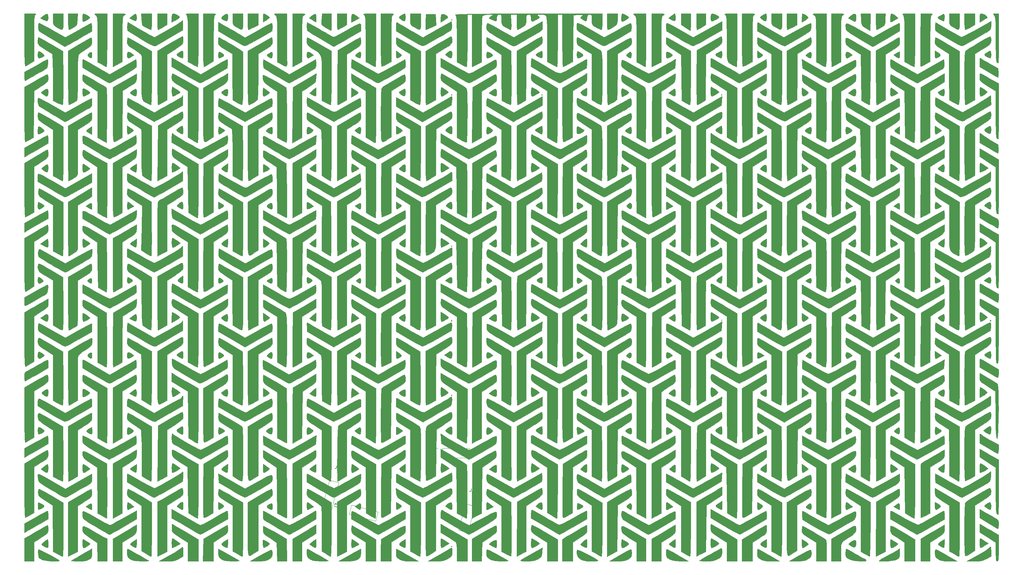
<source format=gbr>
G04 #@! TF.GenerationSoftware,KiCad,Pcbnew,(5.1.4)-1*
G04 #@! TF.CreationDate,2023-09-09T05:32:15-04:00*
G04 #@! TF.ProjectId,ThumbsUp,5468756d-6273-4557-902e-6b696361645f,rev?*
G04 #@! TF.SameCoordinates,Original*
G04 #@! TF.FileFunction,Legend,Top*
G04 #@! TF.FilePolarity,Positive*
%FSLAX46Y46*%
G04 Gerber Fmt 4.6, Leading zero omitted, Abs format (unit mm)*
G04 Created by KiCad (PCBNEW (5.1.4)-1) date 2023-09-09 05:32:15*
%MOMM*%
%LPD*%
G04 APERTURE LIST*
%ADD10C,0.120000*%
%ADD11C,0.010000*%
%ADD12C,0.150000*%
G04 APERTURE END LIST*
D10*
X93348108Y-466368724D02*
X93692337Y-465084042D01*
X93692337Y-465084042D02*
X94977018Y-465428272D01*
X96203744Y-465756972D02*
X103622054Y-467744702D01*
X102933596Y-470314065D02*
X103622054Y-467744702D01*
X95515285Y-468326335D02*
X102933596Y-470314065D01*
X95515285Y-468326335D02*
X96203744Y-465756972D01*
X130249219Y-463267916D02*
X131533901Y-463612145D01*
X131533901Y-463612145D02*
X131189671Y-464896826D01*
X130860971Y-466123552D02*
X128873241Y-473541862D01*
X126303878Y-472853404D02*
X128873241Y-473541862D01*
X128291608Y-465435093D02*
X126303878Y-472853404D01*
X128291608Y-465435093D02*
X130860971Y-466123552D01*
X91944386Y-456626784D02*
X93229068Y-456971013D01*
X93229068Y-456971013D02*
X92884838Y-458255694D01*
X92556138Y-459482420D02*
X90568408Y-466900730D01*
X87999045Y-466212272D02*
X90568408Y-466900730D01*
X89986775Y-458793961D02*
X87999045Y-466212272D01*
X89986775Y-458793961D02*
X92556138Y-459482420D01*
X119118428Y-451181322D02*
X119118428Y-449851322D01*
X119118428Y-449851322D02*
X120448428Y-449851322D01*
X121718428Y-449851322D02*
X129398428Y-449851322D01*
X129398428Y-452511322D02*
X129398428Y-449851322D01*
X121718428Y-452511322D02*
X129398428Y-452511322D01*
X121718428Y-452511322D02*
X121718428Y-449851322D01*
D11*
G36*
X124453158Y-329305789D02*
G01*
X124319474Y-329439473D01*
X124185790Y-329305789D01*
X124319474Y-329172105D01*
X124453158Y-329305789D01*
X124453158Y-329305789D01*
G37*
X124453158Y-329305789D02*
X124319474Y-329439473D01*
X124185790Y-329305789D01*
X124319474Y-329172105D01*
X124453158Y-329305789D01*
G36*
X262873010Y-327794160D02*
G01*
X262943611Y-328345187D01*
X262950000Y-328615087D01*
X262914119Y-329359296D01*
X262729119Y-329640217D01*
X262278965Y-329526416D01*
X261813684Y-329286545D01*
X261290354Y-328967648D01*
X261105105Y-328701070D01*
X261297414Y-328416546D01*
X261906762Y-328043812D01*
X262749474Y-327621035D01*
X262873010Y-327794160D01*
X262873010Y-327794160D01*
G37*
X262873010Y-327794160D02*
X262943611Y-328345187D01*
X262950000Y-328615087D01*
X262914119Y-329359296D01*
X262729119Y-329640217D01*
X262278965Y-329526416D01*
X261813684Y-329286545D01*
X261290354Y-328967648D01*
X261105105Y-328701070D01*
X261297414Y-328416546D01*
X261906762Y-328043812D01*
X262749474Y-327621035D01*
X262873010Y-327794160D01*
G36*
X212874434Y-327805226D02*
G01*
X212946824Y-328398068D01*
X212952105Y-328637368D01*
X212872098Y-329395429D01*
X212597598Y-329676844D01*
X212076884Y-329502841D01*
X211619258Y-329184446D01*
X211197852Y-328803629D01*
X211078484Y-328573510D01*
X211084521Y-328566997D01*
X211601870Y-328190723D01*
X212191543Y-327824509D01*
X212644800Y-327594008D01*
X212744228Y-327567895D01*
X212874434Y-327805226D01*
X212874434Y-327805226D01*
G37*
X212874434Y-327805226D02*
X212946824Y-328398068D01*
X212952105Y-328637368D01*
X212872098Y-329395429D01*
X212597598Y-329676844D01*
X212076884Y-329502841D01*
X211619258Y-329184446D01*
X211197852Y-328803629D01*
X211078484Y-328573510D01*
X211084521Y-328566997D01*
X211601870Y-328190723D01*
X212191543Y-327824509D01*
X212644800Y-327594008D01*
X212744228Y-327567895D01*
X212874434Y-327805226D01*
G36*
X198268829Y-327692603D02*
G01*
X198897115Y-327990034D01*
X199402476Y-328345144D01*
X199583684Y-328618598D01*
X199366444Y-328834767D01*
X198842963Y-329146722D01*
X198205599Y-329457011D01*
X197646711Y-329668180D01*
X197435666Y-329706842D01*
X197273913Y-329469623D01*
X197183951Y-328877028D01*
X197177369Y-328637368D01*
X197221404Y-327938940D01*
X197401484Y-327629966D01*
X197721512Y-327567895D01*
X198268829Y-327692603D01*
X198268829Y-327692603D01*
G37*
X198268829Y-327692603D02*
X198897115Y-327990034D01*
X199402476Y-328345144D01*
X199583684Y-328618598D01*
X199366444Y-328834767D01*
X198842963Y-329146722D01*
X198205599Y-329457011D01*
X197646711Y-329668180D01*
X197435666Y-329706842D01*
X197273913Y-329469623D01*
X197183951Y-328877028D01*
X197177369Y-328637368D01*
X197221404Y-327938940D01*
X197401484Y-327629966D01*
X197721512Y-327567895D01*
X198268829Y-327692603D01*
G36*
X187209801Y-327805675D02*
G01*
X187279636Y-328397952D01*
X187284737Y-328637368D01*
X187250735Y-329358192D01*
X187072259Y-329637381D01*
X186634603Y-329534862D01*
X186095366Y-329258747D01*
X185307048Y-328832062D01*
X186095366Y-328201306D01*
X186656862Y-327790573D01*
X187042152Y-327577503D01*
X187084211Y-327569223D01*
X187209801Y-327805675D01*
X187209801Y-327805675D01*
G37*
X187209801Y-327805675D02*
X187279636Y-328397952D01*
X187284737Y-328637368D01*
X187250735Y-329358192D01*
X187072259Y-329637381D01*
X186634603Y-329534862D01*
X186095366Y-329258747D01*
X185307048Y-328832062D01*
X186095366Y-328201306D01*
X186656862Y-327790573D01*
X187042152Y-327577503D01*
X187084211Y-327569223D01*
X187209801Y-327805675D01*
G36*
X111274434Y-327805226D02*
G01*
X111346824Y-328398068D01*
X111352105Y-328637368D01*
X111272098Y-329395429D01*
X110997598Y-329676844D01*
X110476884Y-329502841D01*
X110019258Y-329184446D01*
X109597852Y-328803629D01*
X109478484Y-328573510D01*
X109484521Y-328566997D01*
X110001870Y-328190723D01*
X110591543Y-327824509D01*
X111044800Y-327594008D01*
X111144228Y-327567895D01*
X111274434Y-327805226D01*
X111274434Y-327805226D01*
G37*
X111274434Y-327805226D02*
X111346824Y-328398068D01*
X111352105Y-328637368D01*
X111272098Y-329395429D01*
X110997598Y-329676844D01*
X110476884Y-329502841D01*
X110019258Y-329184446D01*
X109597852Y-328803629D01*
X109478484Y-328573510D01*
X109484521Y-328566997D01*
X110001870Y-328190723D01*
X110591543Y-327824509D01*
X111044800Y-327594008D01*
X111144228Y-327567895D01*
X111274434Y-327805226D01*
G36*
X61344161Y-328078609D02*
G01*
X61354211Y-328637368D01*
X61290843Y-329365672D01*
X61036267Y-329645812D01*
X60493770Y-329531543D01*
X60084211Y-329343244D01*
X59578309Y-328969867D01*
X59584133Y-328575544D01*
X60107056Y-328119823D01*
X60259148Y-328026594D01*
X60915204Y-327670684D01*
X61237377Y-327665992D01*
X61344161Y-328078609D01*
X61344161Y-328078609D01*
G37*
X61344161Y-328078609D02*
X61354211Y-328637368D01*
X61290843Y-329365672D01*
X61036267Y-329645812D01*
X60493770Y-329531543D01*
X60084211Y-329343244D01*
X59578309Y-328969867D01*
X59584133Y-328575544D01*
X60107056Y-328119823D01*
X60259148Y-328026594D01*
X60915204Y-327670684D01*
X61237377Y-327665992D01*
X61344161Y-328078609D01*
G36*
X35656697Y-328041043D02*
G01*
X35686842Y-328637368D01*
X35652799Y-329358368D01*
X35474184Y-329637462D01*
X35036270Y-329534685D01*
X34498431Y-329259250D01*
X33711073Y-328833068D01*
X34446499Y-328200481D01*
X35104344Y-327705800D01*
X35485661Y-327644876D01*
X35656697Y-328041043D01*
X35656697Y-328041043D01*
G37*
X35656697Y-328041043D02*
X35686842Y-328637368D01*
X35652799Y-329358368D01*
X35474184Y-329637462D01*
X35036270Y-329534685D01*
X34498431Y-329259250D01*
X33711073Y-328833068D01*
X34446499Y-328200481D01*
X35104344Y-327705800D01*
X35485661Y-327644876D01*
X35656697Y-328041043D01*
G36*
X10774625Y-328002245D02*
G01*
X10821579Y-328637368D01*
X10764204Y-329347636D01*
X10529756Y-329639215D01*
X10024749Y-329551773D01*
X9384833Y-329246992D01*
X8616507Y-328843865D01*
X9384833Y-328215495D01*
X10110371Y-327705130D01*
X10556014Y-327628872D01*
X10774625Y-328002245D01*
X10774625Y-328002245D01*
G37*
X10774625Y-328002245D02*
X10821579Y-328637368D01*
X10764204Y-329347636D01*
X10529756Y-329639215D01*
X10024749Y-329551773D01*
X9384833Y-329246992D01*
X8616507Y-328843865D01*
X9384833Y-328215495D01*
X10110371Y-327705130D01*
X10556014Y-327628872D01*
X10774625Y-328002245D01*
G36*
X273936529Y-327699176D02*
G01*
X274453440Y-328009745D01*
X274859885Y-328374693D01*
X274995405Y-328669109D01*
X274957659Y-328726261D01*
X274680790Y-328904735D01*
X274114085Y-329252484D01*
X273845263Y-329414850D01*
X272842632Y-330017823D01*
X272842632Y-328792859D01*
X272870984Y-328040229D01*
X273004143Y-327680372D01*
X273314260Y-327572320D01*
X273469614Y-327567895D01*
X273936529Y-327699176D01*
X273936529Y-327699176D01*
G37*
X273936529Y-327699176D02*
X274453440Y-328009745D01*
X274859885Y-328374693D01*
X274995405Y-328669109D01*
X274957659Y-328726261D01*
X274680790Y-328904735D01*
X274114085Y-329252484D01*
X273845263Y-329414850D01*
X272842632Y-330017823D01*
X272842632Y-328792859D01*
X272870984Y-328040229D01*
X273004143Y-327680372D01*
X273314260Y-327572320D01*
X273469614Y-327567895D01*
X273936529Y-327699176D01*
G36*
X248556369Y-327708008D02*
G01*
X249203016Y-328187840D01*
X249923746Y-328807785D01*
X248935274Y-329390998D01*
X248303663Y-329748863D01*
X247891843Y-329954680D01*
X247828401Y-329974210D01*
X247757761Y-329735019D01*
X247715411Y-329129901D01*
X247710000Y-328771052D01*
X247791249Y-327934838D01*
X248060580Y-327585487D01*
X248556369Y-327708008D01*
X248556369Y-327708008D01*
G37*
X248556369Y-327708008D02*
X249203016Y-328187840D01*
X249923746Y-328807785D01*
X248935274Y-329390998D01*
X248303663Y-329748863D01*
X247891843Y-329954680D01*
X247828401Y-329974210D01*
X247757761Y-329735019D01*
X247715411Y-329129901D01*
X247710000Y-328771052D01*
X247791249Y-327934838D01*
X248060580Y-327585487D01*
X248556369Y-327708008D01*
G36*
X238039551Y-328005648D02*
G01*
X238084737Y-328621589D01*
X238038605Y-329317500D01*
X237923878Y-329743135D01*
X237884211Y-329785856D01*
X237548529Y-329731517D01*
X236961363Y-329459589D01*
X236775624Y-329353127D01*
X235867564Y-328809827D01*
X236641940Y-328190189D01*
X237372209Y-327690400D01*
X237820613Y-327623664D01*
X238039551Y-328005648D01*
X238039551Y-328005648D01*
G37*
X238039551Y-328005648D02*
X238084737Y-328621589D01*
X238038605Y-329317500D01*
X237923878Y-329743135D01*
X237884211Y-329785856D01*
X237548529Y-329731517D01*
X236961363Y-329459589D01*
X236775624Y-329353127D01*
X235867564Y-328809827D01*
X236641940Y-328190189D01*
X237372209Y-327690400D01*
X237820613Y-327623664D01*
X238039551Y-328005648D01*
G36*
X223394805Y-327702967D02*
G01*
X223925715Y-328019965D01*
X224406361Y-328386561D01*
X224646366Y-328670424D01*
X224647466Y-328710235D01*
X224391824Y-328985623D01*
X223853190Y-329385801D01*
X223709115Y-329479437D01*
X222844737Y-330026722D01*
X222844737Y-328797308D01*
X222875759Y-328070491D01*
X222954415Y-327629280D01*
X223004010Y-327567895D01*
X223394805Y-327702967D01*
X223394805Y-327702967D01*
G37*
X223394805Y-327702967D02*
X223925715Y-328019965D01*
X224406361Y-328386561D01*
X224646366Y-328670424D01*
X224647466Y-328710235D01*
X224391824Y-328985623D01*
X223853190Y-329385801D01*
X223709115Y-329479437D01*
X222844737Y-330026722D01*
X222844737Y-328797308D01*
X222875759Y-328070491D01*
X222954415Y-327629280D01*
X223004010Y-327567895D01*
X223394805Y-327702967D01*
G36*
X172760717Y-327694023D02*
G01*
X173341477Y-327992483D01*
X173878914Y-328343392D01*
X174171973Y-328626864D01*
X174183684Y-328668605D01*
X173975824Y-328923143D01*
X173480220Y-329264095D01*
X172888835Y-329584471D01*
X172393634Y-329777282D01*
X172200776Y-329773758D01*
X172072306Y-329400076D01*
X172041847Y-328784026D01*
X172096245Y-328137524D01*
X172222346Y-327672487D01*
X172337695Y-327567895D01*
X172760717Y-327694023D01*
X172760717Y-327694023D01*
G37*
X172760717Y-327694023D02*
X173341477Y-327992483D01*
X173878914Y-328343392D01*
X174171973Y-328626864D01*
X174183684Y-328668605D01*
X173975824Y-328923143D01*
X173480220Y-329264095D01*
X172888835Y-329584471D01*
X172393634Y-329777282D01*
X172200776Y-329773758D01*
X172072306Y-329400076D01*
X172041847Y-328784026D01*
X172096245Y-328137524D01*
X172222346Y-327672487D01*
X172337695Y-327567895D01*
X172760717Y-327694023D01*
G36*
X122146329Y-327738962D02*
G01*
X122493909Y-327886996D01*
X123104844Y-328267333D01*
X123230762Y-328625770D01*
X122863132Y-329032359D01*
X122311972Y-329380615D01*
X121244737Y-329990177D01*
X121244737Y-328928499D01*
X121326535Y-328078639D01*
X121608687Y-327697450D01*
X122146329Y-327738962D01*
X122146329Y-327738962D01*
G37*
X122146329Y-327738962D02*
X122493909Y-327886996D01*
X123104844Y-328267333D01*
X123230762Y-328625770D01*
X122863132Y-329032359D01*
X122311972Y-329380615D01*
X121244737Y-329990177D01*
X121244737Y-328928499D01*
X121326535Y-328078639D01*
X121608687Y-327697450D01*
X122146329Y-327738962D01*
G36*
X96884023Y-327719762D02*
G01*
X97571779Y-328203646D01*
X98363032Y-328836741D01*
X97237569Y-329410910D01*
X96112105Y-329985078D01*
X96112105Y-328776486D01*
X96178212Y-327954863D01*
X96415855Y-327610338D01*
X96884023Y-327719762D01*
X96884023Y-327719762D01*
G37*
X96884023Y-327719762D02*
X97571779Y-328203646D01*
X98363032Y-328836741D01*
X97237569Y-329410910D01*
X96112105Y-329985078D01*
X96112105Y-328776486D01*
X96178212Y-327954863D01*
X96415855Y-327610338D01*
X96884023Y-327719762D01*
G36*
X86186816Y-328075870D02*
G01*
X86219474Y-328771052D01*
X86206234Y-329483315D01*
X86172727Y-329902832D01*
X86152632Y-329952060D01*
X85905569Y-329811720D01*
X85371687Y-329489050D01*
X85178043Y-329370052D01*
X84270297Y-328810194D01*
X84992426Y-328189044D01*
X85641595Y-327702213D01*
X86017231Y-327653820D01*
X86186816Y-328075870D01*
X86186816Y-328075870D01*
G37*
X86186816Y-328075870D02*
X86219474Y-328771052D01*
X86206234Y-329483315D01*
X86172727Y-329902832D01*
X86152632Y-329952060D01*
X85905569Y-329811720D01*
X85371687Y-329489050D01*
X85178043Y-329370052D01*
X84270297Y-328810194D01*
X84992426Y-328189044D01*
X85641595Y-327702213D01*
X86017231Y-327653820D01*
X86186816Y-328075870D01*
G36*
X71767625Y-327699269D02*
G01*
X72306051Y-328006850D01*
X72819451Y-328360823D01*
X73105878Y-328631373D01*
X73118421Y-328668605D01*
X72910015Y-328906567D01*
X72389649Y-329277353D01*
X72182632Y-329404047D01*
X71246842Y-329956176D01*
X71246842Y-328762035D01*
X71278725Y-328047395D01*
X71359323Y-327620799D01*
X71406116Y-327567895D01*
X71767625Y-327699269D01*
X71767625Y-327699269D01*
G37*
X71767625Y-327699269D02*
X72306051Y-328006850D01*
X72819451Y-328360823D01*
X73105878Y-328631373D01*
X73118421Y-328668605D01*
X72910015Y-328906567D01*
X72389649Y-329277353D01*
X72182632Y-329404047D01*
X71246842Y-329956176D01*
X71246842Y-328762035D01*
X71278725Y-328047395D01*
X71359323Y-327620799D01*
X71406116Y-327567895D01*
X71767625Y-327699269D01*
G36*
X46753303Y-327729271D02*
G01*
X47339332Y-328072140D01*
X47703953Y-328417080D01*
X47742084Y-328705276D01*
X47402234Y-329021946D01*
X46632911Y-329452306D01*
X46448421Y-329546608D01*
X45579474Y-329987942D01*
X45579474Y-328777918D01*
X45612339Y-328026192D01*
X45753476Y-327669324D01*
X46066696Y-327569289D01*
X46138881Y-327567895D01*
X46753303Y-327729271D01*
X46753303Y-327729271D01*
G37*
X46753303Y-327729271D02*
X47339332Y-328072140D01*
X47703953Y-328417080D01*
X47742084Y-328705276D01*
X47402234Y-329021946D01*
X46632911Y-329452306D01*
X46448421Y-329546608D01*
X45579474Y-329987942D01*
X45579474Y-328777918D01*
X45612339Y-328026192D01*
X45753476Y-327669324D01*
X46066696Y-327569289D01*
X46138881Y-327567895D01*
X46753303Y-327729271D01*
G36*
X21162823Y-327694023D02*
G01*
X21743582Y-327992483D01*
X22281020Y-328343392D01*
X22574078Y-328626864D01*
X22585790Y-328668605D01*
X22377929Y-328923143D01*
X21882325Y-329264095D01*
X21290940Y-329584471D01*
X20795740Y-329777282D01*
X20602881Y-329773758D01*
X20474411Y-329400076D01*
X20443952Y-328784026D01*
X20498350Y-328137524D01*
X20624451Y-327672487D01*
X20739800Y-327567895D01*
X21162823Y-327694023D01*
X21162823Y-327694023D01*
G37*
X21162823Y-327694023D02*
X21743582Y-327992483D01*
X22281020Y-328343392D01*
X22574078Y-328626864D01*
X22585790Y-328668605D01*
X22377929Y-328923143D01*
X21882325Y-329264095D01*
X21290940Y-329584471D01*
X20795740Y-329777282D01*
X20602881Y-329773758D01*
X20474411Y-329400076D01*
X20443952Y-328784026D01*
X20498350Y-328137524D01*
X20624451Y-327672487D01*
X20739800Y-327567895D01*
X21162823Y-327694023D01*
G36*
X271505790Y-330730598D02*
G01*
X270268956Y-331421878D01*
X269529792Y-331812055D01*
X268976073Y-332062718D01*
X268798429Y-332113158D01*
X268692827Y-331866314D01*
X268612060Y-331207603D01*
X268568750Y-330259753D01*
X268564737Y-329840526D01*
X268564737Y-327567895D01*
X271505790Y-327567895D01*
X271505790Y-330730598D01*
X271505790Y-330730598D01*
G37*
X271505790Y-330730598D02*
X270268956Y-331421878D01*
X269529792Y-331812055D01*
X268976073Y-332062718D01*
X268798429Y-332113158D01*
X268692827Y-331866314D01*
X268612060Y-331207603D01*
X268568750Y-330259753D01*
X268564737Y-329840526D01*
X268564737Y-327567895D01*
X271505790Y-327567895D01*
X271505790Y-330730598D01*
G36*
X267227895Y-329840526D02*
G01*
X267213111Y-331023972D01*
X267123720Y-331731028D01*
X266892165Y-332019994D01*
X266450887Y-331949172D01*
X265732328Y-331576862D01*
X265423158Y-331397960D01*
X264791060Y-331008291D01*
X264451710Y-330661299D01*
X264314042Y-330176996D01*
X264286992Y-329375396D01*
X264286842Y-329152073D01*
X264286842Y-327567895D01*
X267227895Y-327567895D01*
X267227895Y-329840526D01*
X267227895Y-329840526D01*
G37*
X267227895Y-329840526D02*
X267213111Y-331023972D01*
X267123720Y-331731028D01*
X266892165Y-332019994D01*
X266450887Y-331949172D01*
X265732328Y-331576862D01*
X265423158Y-331397960D01*
X264791060Y-331008291D01*
X264451710Y-330661299D01*
X264314042Y-330176996D01*
X264286992Y-329375396D01*
X264286842Y-329152073D01*
X264286842Y-327567895D01*
X267227895Y-327567895D01*
X267227895Y-329840526D01*
G36*
X246319074Y-329199512D02*
G01*
X246258648Y-330107384D01*
X246126433Y-330655859D01*
X245828315Y-331019809D01*
X245270179Y-331374109D01*
X245095981Y-331472144D01*
X244409051Y-331843980D01*
X243936260Y-332075294D01*
X243825981Y-332113158D01*
X243768810Y-331866270D01*
X243725086Y-331207451D01*
X243701643Y-330259462D01*
X243699474Y-329840526D01*
X243699474Y-327567895D01*
X246398674Y-327567895D01*
X246319074Y-329199512D01*
X246319074Y-329199512D01*
G37*
X246319074Y-329199512D02*
X246258648Y-330107384D01*
X246126433Y-330655859D01*
X245828315Y-331019809D01*
X245270179Y-331374109D01*
X245095981Y-331472144D01*
X244409051Y-331843980D01*
X243936260Y-332075294D01*
X243825981Y-332113158D01*
X243768810Y-331866270D01*
X243725086Y-331207451D01*
X243701643Y-330259462D01*
X243699474Y-329840526D01*
X243699474Y-327567895D01*
X246398674Y-327567895D01*
X246319074Y-329199512D01*
G36*
X221507895Y-330767307D02*
G01*
X220179941Y-331440233D01*
X219426700Y-331809965D01*
X218883507Y-332054384D01*
X218709415Y-332113158D01*
X218644983Y-331866275D01*
X218595707Y-331207468D01*
X218569288Y-330259495D01*
X218566842Y-329840526D01*
X218566842Y-327567895D01*
X221507895Y-327567895D01*
X221507895Y-330767307D01*
X221507895Y-330767307D01*
G37*
X221507895Y-330767307D02*
X220179941Y-331440233D01*
X219426700Y-331809965D01*
X218883507Y-332054384D01*
X218709415Y-332113158D01*
X218644983Y-331866275D01*
X218595707Y-331207468D01*
X218569288Y-330259495D01*
X218566842Y-329840526D01*
X218566842Y-327567895D01*
X221507895Y-327567895D01*
X221507895Y-330767307D01*
G36*
X217230000Y-329840526D02*
G01*
X217215216Y-331023972D01*
X217125825Y-331731028D01*
X216894270Y-332019994D01*
X216452992Y-331949172D01*
X215734433Y-331576862D01*
X215425263Y-331397960D01*
X214793165Y-331008291D01*
X214453815Y-330661299D01*
X214316148Y-330176996D01*
X214289097Y-329375396D01*
X214288947Y-329152073D01*
X214288947Y-327567895D01*
X217230000Y-327567895D01*
X217230000Y-329840526D01*
X217230000Y-329840526D01*
G37*
X217230000Y-329840526D02*
X217215216Y-331023972D01*
X217125825Y-331731028D01*
X216894270Y-332019994D01*
X216452992Y-331949172D01*
X215734433Y-331576862D01*
X215425263Y-331397960D01*
X214793165Y-331008291D01*
X214453815Y-330661299D01*
X214316148Y-330176996D01*
X214289097Y-329375396D01*
X214288947Y-329152073D01*
X214288947Y-327567895D01*
X217230000Y-327567895D01*
X217230000Y-329840526D01*
G36*
X195840526Y-330725504D02*
G01*
X194656600Y-331419331D01*
X193954874Y-331814506D01*
X193455991Y-332065783D01*
X193319758Y-332113158D01*
X193250653Y-331866279D01*
X193197802Y-331207480D01*
X193169465Y-330259518D01*
X193166842Y-329840526D01*
X193166842Y-327567895D01*
X195840526Y-327567895D01*
X195840526Y-330725504D01*
X195840526Y-330725504D01*
G37*
X195840526Y-330725504D02*
X194656600Y-331419331D01*
X193954874Y-331814506D01*
X193455991Y-332065783D01*
X193319758Y-332113158D01*
X193250653Y-331866279D01*
X193197802Y-331207480D01*
X193169465Y-330259518D01*
X193166842Y-329840526D01*
X193166842Y-327567895D01*
X195840526Y-327567895D01*
X195840526Y-330725504D01*
G36*
X170975263Y-328996982D02*
G01*
X170903091Y-330026703D01*
X170666309Y-330658301D01*
X170507369Y-330836319D01*
X170015687Y-331189619D01*
X169340326Y-331591438D01*
X168678362Y-331933602D01*
X168226874Y-332107935D01*
X168181172Y-332113158D01*
X168114757Y-331866277D01*
X168063964Y-331207473D01*
X168036731Y-330259504D01*
X168034211Y-329840526D01*
X168034211Y-327567895D01*
X170975263Y-327567895D01*
X170975263Y-328996982D01*
X170975263Y-328996982D01*
G37*
X170975263Y-328996982D02*
X170903091Y-330026703D01*
X170666309Y-330658301D01*
X170507369Y-330836319D01*
X170015687Y-331189619D01*
X169340326Y-331591438D01*
X168678362Y-331933602D01*
X168226874Y-332107935D01*
X168181172Y-332113158D01*
X168114757Y-331866277D01*
X168063964Y-331207473D01*
X168036731Y-330259504D01*
X168034211Y-329840526D01*
X168034211Y-327567895D01*
X170975263Y-327567895D01*
X170975263Y-328996982D01*
G36*
X119854064Y-329227850D02*
G01*
X119933918Y-330754120D01*
X118592953Y-331433639D01*
X117833670Y-331805630D01*
X117281601Y-332052447D01*
X117098602Y-332113158D01*
X117037053Y-331866862D01*
X117006829Y-331210900D01*
X117012200Y-330269655D01*
X117022871Y-329907368D01*
X117100526Y-327701579D01*
X119774211Y-327701579D01*
X119854064Y-329227850D01*
X119854064Y-329227850D01*
G37*
X119854064Y-329227850D02*
X119933918Y-330754120D01*
X118592953Y-331433639D01*
X117833670Y-331805630D01*
X117281601Y-332052447D01*
X117098602Y-332113158D01*
X117037053Y-331866862D01*
X117006829Y-331210900D01*
X117012200Y-330269655D01*
X117022871Y-329907368D01*
X117100526Y-327701579D01*
X119774211Y-327701579D01*
X119854064Y-329227850D01*
G36*
X115630000Y-329840526D02*
G01*
X115615216Y-331023972D01*
X115525825Y-331731028D01*
X115294270Y-332019994D01*
X114852992Y-331949172D01*
X114134433Y-331576862D01*
X113825263Y-331397960D01*
X113193165Y-331008291D01*
X112853815Y-330661299D01*
X112716148Y-330176996D01*
X112689097Y-329375396D01*
X112688947Y-329152073D01*
X112688947Y-327567895D01*
X115630000Y-327567895D01*
X115630000Y-329840526D01*
X115630000Y-329840526D01*
G37*
X115630000Y-329840526D02*
X115615216Y-331023972D01*
X115525825Y-331731028D01*
X115294270Y-332019994D01*
X114852992Y-331949172D01*
X114134433Y-331576862D01*
X113825263Y-331397960D01*
X113193165Y-331008291D01*
X112853815Y-330661299D01*
X112716148Y-330176996D01*
X112689097Y-329375396D01*
X112688947Y-329152073D01*
X112688947Y-327567895D01*
X115630000Y-327567895D01*
X115630000Y-329840526D01*
G36*
X94775263Y-330725504D02*
G01*
X93591337Y-331419331D01*
X92889611Y-331814506D01*
X92390728Y-332065783D01*
X92254495Y-332113158D01*
X92185390Y-331866279D01*
X92132539Y-331207480D01*
X92104202Y-330259518D01*
X92101579Y-329840526D01*
X92101579Y-327567895D01*
X94775263Y-327567895D01*
X94775263Y-330725504D01*
X94775263Y-330725504D01*
G37*
X94775263Y-330725504D02*
X93591337Y-331419331D01*
X92889611Y-331814506D01*
X92390728Y-332065783D01*
X92254495Y-332113158D01*
X92185390Y-331866279D01*
X92132539Y-331207480D01*
X92104202Y-330259518D01*
X92101579Y-329840526D01*
X92101579Y-327567895D01*
X94775263Y-327567895D01*
X94775263Y-330725504D01*
G36*
X69910000Y-330767307D02*
G01*
X68582046Y-331440233D01*
X67828806Y-331809965D01*
X67285612Y-332054384D01*
X67111520Y-332113158D01*
X67047089Y-331866275D01*
X66997812Y-331207468D01*
X66971393Y-330259495D01*
X66968947Y-329840526D01*
X66968947Y-327567895D01*
X69910000Y-327567895D01*
X69910000Y-330767307D01*
X69910000Y-330767307D01*
G37*
X69910000Y-330767307D02*
X68582046Y-331440233D01*
X67828806Y-331809965D01*
X67285612Y-332054384D01*
X67111520Y-332113158D01*
X67047089Y-331866275D01*
X66997812Y-331207468D01*
X66971393Y-330259495D01*
X66968947Y-329840526D01*
X66968947Y-327567895D01*
X69910000Y-327567895D01*
X69910000Y-330767307D01*
G36*
X65632105Y-329840526D02*
G01*
X65617321Y-331023972D01*
X65527931Y-331731028D01*
X65296375Y-332019994D01*
X64855097Y-331949172D01*
X64136538Y-331576862D01*
X63827369Y-331397960D01*
X63195270Y-331008291D01*
X62855920Y-330661299D01*
X62718253Y-330176996D01*
X62691203Y-329375396D01*
X62691053Y-329152073D01*
X62691053Y-327567895D01*
X65632105Y-327567895D01*
X65632105Y-329840526D01*
X65632105Y-329840526D01*
G37*
X65632105Y-329840526D02*
X65617321Y-331023972D01*
X65527931Y-331731028D01*
X65296375Y-332019994D01*
X64855097Y-331949172D01*
X64136538Y-331576862D01*
X63827369Y-331397960D01*
X63195270Y-331008291D01*
X62855920Y-330661299D01*
X62718253Y-330176996D01*
X62691203Y-329375396D01*
X62691053Y-329152073D01*
X62691053Y-327567895D01*
X65632105Y-327567895D01*
X65632105Y-329840526D01*
G36*
X44242632Y-330730598D02*
G01*
X43005798Y-331421878D01*
X42295963Y-331808962D01*
X41802794Y-332059825D01*
X41668956Y-332113158D01*
X41623759Y-331866263D01*
X41589194Y-331207427D01*
X41570662Y-330259417D01*
X41568947Y-329840526D01*
X41568947Y-327567895D01*
X44242632Y-327567895D01*
X44242632Y-330730598D01*
X44242632Y-330730598D01*
G37*
X44242632Y-330730598D02*
X43005798Y-331421878D01*
X42295963Y-331808962D01*
X41802794Y-332059825D01*
X41668956Y-332113158D01*
X41623759Y-331866263D01*
X41589194Y-331207427D01*
X41570662Y-330259417D01*
X41568947Y-329840526D01*
X41568947Y-327567895D01*
X44242632Y-327567895D01*
X44242632Y-330730598D01*
G36*
X39964737Y-329840526D02*
G01*
X39942979Y-330865714D01*
X39884914Y-331647562D01*
X39801352Y-332064177D01*
X39764211Y-332101341D01*
X39423725Y-331980133D01*
X38799740Y-331688356D01*
X38494211Y-331533047D01*
X37829700Y-331179789D01*
X37397198Y-330935830D01*
X37324283Y-330887392D01*
X37254757Y-330594638D01*
X37175637Y-329924132D01*
X37115733Y-329183055D01*
X37007637Y-327567895D01*
X39964737Y-327567895D01*
X39964737Y-329840526D01*
X39964737Y-329840526D01*
G37*
X39964737Y-329840526D02*
X39942979Y-330865714D01*
X39884914Y-331647562D01*
X39801352Y-332064177D01*
X39764211Y-332101341D01*
X39423725Y-331980133D01*
X38799740Y-331688356D01*
X38494211Y-331533047D01*
X37829700Y-331179789D01*
X37397198Y-330935830D01*
X37324283Y-330887392D01*
X37254757Y-330594638D01*
X37175637Y-329924132D01*
X37115733Y-329183055D01*
X37007637Y-327567895D01*
X39964737Y-327567895D01*
X39964737Y-329840526D01*
G36*
X19055916Y-329231682D02*
G01*
X18995637Y-330151968D01*
X18868211Y-330708108D01*
X18587391Y-331070350D01*
X18066929Y-331408944D01*
X17906842Y-331499916D01*
X17225311Y-331863206D01*
X16741695Y-332081206D01*
X16636842Y-332108759D01*
X16546242Y-331863988D01*
X16476943Y-331207009D01*
X16439769Y-330260247D01*
X16436316Y-329840526D01*
X16436316Y-327567895D01*
X19135516Y-327567895D01*
X19055916Y-329231682D01*
X19055916Y-329231682D01*
G37*
X19055916Y-329231682D02*
X18995637Y-330151968D01*
X18868211Y-330708108D01*
X18587391Y-331070350D01*
X18066929Y-331408944D01*
X17906842Y-331499916D01*
X17225311Y-331863206D01*
X16741695Y-332081206D01*
X16636842Y-332108759D01*
X16546242Y-331863988D01*
X16476943Y-331207009D01*
X16439769Y-330260247D01*
X16436316Y-329840526D01*
X16436316Y-327567895D01*
X19135516Y-327567895D01*
X19055916Y-329231682D01*
G36*
X15099474Y-329840526D02*
G01*
X15082228Y-331035614D01*
X14987484Y-331752832D01*
X14750730Y-332048893D01*
X14307458Y-331980506D01*
X13593155Y-331604381D01*
X13294737Y-331427053D01*
X12663217Y-331026619D01*
X12323837Y-330672824D01*
X12185867Y-330184413D01*
X12158581Y-329380133D01*
X12158421Y-329156951D01*
X12158421Y-327567895D01*
X15099474Y-327567895D01*
X15099474Y-329840526D01*
X15099474Y-329840526D01*
G37*
X15099474Y-329840526D02*
X15082228Y-331035614D01*
X14987484Y-331752832D01*
X14750730Y-332048893D01*
X14307458Y-331980506D01*
X13593155Y-331604381D01*
X13294737Y-331427053D01*
X12663217Y-331026619D01*
X12323837Y-330672824D01*
X12185867Y-330184413D01*
X12158581Y-329380133D01*
X12158421Y-329156951D01*
X12158421Y-327567895D01*
X15099474Y-327567895D01*
X15099474Y-329840526D01*
G36*
X242095263Y-329974210D02*
G01*
X242088402Y-331030876D01*
X242070020Y-331846353D01*
X242043423Y-332302712D01*
X242028421Y-332359510D01*
X241782507Y-332221160D01*
X241223320Y-331888707D01*
X240758421Y-331607901D01*
X240098737Y-331185906D01*
X239731835Y-330818404D01*
X239561337Y-330326181D01*
X239490866Y-329530020D01*
X239475663Y-329222602D01*
X239396063Y-327567895D01*
X242095263Y-327567895D01*
X242095263Y-329974210D01*
X242095263Y-329974210D01*
G37*
X242095263Y-329974210D02*
X242088402Y-331030876D01*
X242070020Y-331846353D01*
X242043423Y-332302712D01*
X242028421Y-332359510D01*
X241782507Y-332221160D01*
X241223320Y-331888707D01*
X240758421Y-331607901D01*
X240098737Y-331185906D01*
X239731835Y-330818404D01*
X239561337Y-330326181D01*
X239490866Y-329530020D01*
X239475663Y-329222602D01*
X239396063Y-327567895D01*
X242095263Y-327567895D01*
X242095263Y-329974210D01*
G36*
X191562632Y-329974210D02*
G01*
X191555769Y-331031230D01*
X191537383Y-331847410D01*
X191510781Y-332304663D01*
X191495790Y-332361922D01*
X191252955Y-332220766D01*
X190695628Y-331875666D01*
X190158947Y-331537209D01*
X188888947Y-330731101D01*
X188888947Y-327567895D01*
X191562632Y-327567895D01*
X191562632Y-329974210D01*
X191562632Y-329974210D01*
G37*
X191562632Y-329974210D02*
X191555769Y-331031230D01*
X191537383Y-331847410D01*
X191510781Y-332304663D01*
X191495790Y-332361922D01*
X191252955Y-332220766D01*
X190695628Y-331875666D01*
X190158947Y-331537209D01*
X188888947Y-330731101D01*
X188888947Y-327567895D01*
X191562632Y-327567895D01*
X191562632Y-329974210D01*
G36*
X90497369Y-329974210D02*
G01*
X90490513Y-331029290D01*
X90472148Y-331841618D01*
X90445572Y-332293974D01*
X90430526Y-332348691D01*
X90179857Y-332212423D01*
X89605841Y-331895592D01*
X89096920Y-331613428D01*
X88370289Y-331173360D01*
X87864599Y-330798640D01*
X87726304Y-330640097D01*
X87691302Y-330236860D01*
X87715120Y-329499639D01*
X87757086Y-328969044D01*
X87891718Y-327567895D01*
X90497369Y-327567895D01*
X90497369Y-329974210D01*
X90497369Y-329974210D01*
G37*
X90497369Y-329974210D02*
X90490513Y-331029290D01*
X90472148Y-331841618D01*
X90445572Y-332293974D01*
X90430526Y-332348691D01*
X90179857Y-332212423D01*
X89605841Y-331895592D01*
X89096920Y-331613428D01*
X88370289Y-331173360D01*
X87864599Y-330798640D01*
X87726304Y-330640097D01*
X87691302Y-330236860D01*
X87715120Y-329499639D01*
X87757086Y-328969044D01*
X87891718Y-327567895D01*
X90497369Y-327567895D01*
X90497369Y-329974210D01*
G36*
X276051053Y-330865235D02*
G01*
X276029327Y-331521613D01*
X275895517Y-331964197D01*
X275546674Y-332336154D01*
X274879848Y-332780650D01*
X274513684Y-333003180D01*
X272655163Y-334110393D01*
X271022493Y-335052095D01*
X269665160Y-335801391D01*
X268632648Y-336331389D01*
X267974442Y-336615196D01*
X267791107Y-336656618D01*
X267416595Y-336524073D01*
X266681351Y-336161206D01*
X265679949Y-335618119D01*
X264506967Y-334944913D01*
X264063242Y-334681754D01*
X262863377Y-333956978D01*
X261820735Y-333313991D01*
X261025551Y-332809434D01*
X260568056Y-332499946D01*
X260503462Y-332447251D01*
X260356627Y-332033064D01*
X260314484Y-331325717D01*
X260326010Y-331103282D01*
X260410000Y-330020755D01*
X263885790Y-332025927D01*
X265122141Y-332736464D01*
X266202674Y-333352358D01*
X267038816Y-333823515D01*
X267541996Y-334099840D01*
X267637672Y-334147905D01*
X267975098Y-334064945D01*
X268711155Y-333736543D01*
X269786736Y-333193704D01*
X271142738Y-332467433D01*
X272720056Y-331588736D01*
X274459586Y-330588617D01*
X274781053Y-330400622D01*
X276051053Y-329656030D01*
X276051053Y-330865235D01*
X276051053Y-330865235D01*
G37*
X276051053Y-330865235D02*
X276029327Y-331521613D01*
X275895517Y-331964197D01*
X275546674Y-332336154D01*
X274879848Y-332780650D01*
X274513684Y-333003180D01*
X272655163Y-334110393D01*
X271022493Y-335052095D01*
X269665160Y-335801391D01*
X268632648Y-336331389D01*
X267974442Y-336615196D01*
X267791107Y-336656618D01*
X267416595Y-336524073D01*
X266681351Y-336161206D01*
X265679949Y-335618119D01*
X264506967Y-334944913D01*
X264063242Y-334681754D01*
X262863377Y-333956978D01*
X261820735Y-333313991D01*
X261025551Y-332809434D01*
X260568056Y-332499946D01*
X260503462Y-332447251D01*
X260356627Y-332033064D01*
X260314484Y-331325717D01*
X260326010Y-331103282D01*
X260410000Y-330020755D01*
X263885790Y-332025927D01*
X265122141Y-332736464D01*
X266202674Y-333352358D01*
X267038816Y-333823515D01*
X267541996Y-334099840D01*
X267637672Y-334147905D01*
X267975098Y-334064945D01*
X268711155Y-333736543D01*
X269786736Y-333193704D01*
X271142738Y-332467433D01*
X272720056Y-331588736D01*
X274459586Y-330588617D01*
X274781053Y-330400622D01*
X276051053Y-329656030D01*
X276051053Y-330865235D01*
G36*
X200374064Y-330999415D02*
G01*
X200362339Y-332246842D01*
X196527898Y-334452631D01*
X195211489Y-335192021D01*
X194027742Y-335823525D01*
X193065662Y-336302245D01*
X192414254Y-336583276D01*
X192194886Y-336638577D01*
X191798437Y-336499554D01*
X191040053Y-336130027D01*
X190013481Y-335579306D01*
X188812468Y-334896704D01*
X188220526Y-334548003D01*
X184744737Y-332477272D01*
X184662522Y-331359426D01*
X184673969Y-330574785D01*
X184848687Y-330248186D01*
X184891412Y-330241579D01*
X185221849Y-330367979D01*
X185926327Y-330716321D01*
X186916290Y-331240314D01*
X188103185Y-331893668D01*
X188751762Y-332259481D01*
X192301006Y-334277383D01*
X200385790Y-329751989D01*
X200374064Y-330999415D01*
X200374064Y-330999415D01*
G37*
X200374064Y-330999415D02*
X200362339Y-332246842D01*
X196527898Y-334452631D01*
X195211489Y-335192021D01*
X194027742Y-335823525D01*
X193065662Y-336302245D01*
X192414254Y-336583276D01*
X192194886Y-336638577D01*
X191798437Y-336499554D01*
X191040053Y-336130027D01*
X190013481Y-335579306D01*
X188812468Y-334896704D01*
X188220526Y-334548003D01*
X184744737Y-332477272D01*
X184662522Y-331359426D01*
X184673969Y-330574785D01*
X184848687Y-330248186D01*
X184891412Y-330241579D01*
X185221849Y-330367979D01*
X185926327Y-330716321D01*
X186916290Y-331240314D01*
X188103185Y-331893668D01*
X188751762Y-332259481D01*
X192301006Y-334277383D01*
X200385790Y-329751989D01*
X200374064Y-330999415D01*
G36*
X159967042Y-330237949D02*
G01*
X160632873Y-330552763D01*
X161593665Y-331054131D01*
X162766649Y-331699432D01*
X163562439Y-332152117D01*
X167245404Y-334272742D01*
X168642439Y-333504784D01*
X169536070Y-333008990D01*
X170686263Y-332364592D01*
X171885215Y-331688145D01*
X172235989Y-331489202D01*
X173215347Y-330947033D01*
X174026994Y-330523876D01*
X174554938Y-330278921D01*
X174680930Y-330241579D01*
X174824802Y-330479146D01*
X174892184Y-331076315D01*
X174890730Y-331370595D01*
X174852105Y-332499612D01*
X171242632Y-334574604D01*
X169972666Y-335290630D01*
X168845060Y-335900133D01*
X167949686Y-336356546D01*
X167376417Y-336613304D01*
X167232105Y-336652546D01*
X166824294Y-336524700D01*
X166100249Y-336182820D01*
X165198683Y-335693887D01*
X164959474Y-335555154D01*
X163232658Y-334541411D01*
X161910391Y-333761734D01*
X160939054Y-333174460D01*
X160265030Y-332737926D01*
X159834701Y-332410467D01*
X159594448Y-332150421D01*
X159490653Y-331916125D01*
X159469699Y-331665914D01*
X159477966Y-331358125D01*
X159478421Y-331296156D01*
X159525976Y-330607885D01*
X159643790Y-330189350D01*
X159678947Y-330152315D01*
X159967042Y-330237949D01*
X159967042Y-330237949D01*
G37*
X159967042Y-330237949D02*
X160632873Y-330552763D01*
X161593665Y-331054131D01*
X162766649Y-331699432D01*
X163562439Y-332152117D01*
X167245404Y-334272742D01*
X168642439Y-333504784D01*
X169536070Y-333008990D01*
X170686263Y-332364592D01*
X171885215Y-331688145D01*
X172235989Y-331489202D01*
X173215347Y-330947033D01*
X174026994Y-330523876D01*
X174554938Y-330278921D01*
X174680930Y-330241579D01*
X174824802Y-330479146D01*
X174892184Y-331076315D01*
X174890730Y-331370595D01*
X174852105Y-332499612D01*
X171242632Y-334574604D01*
X169972666Y-335290630D01*
X168845060Y-335900133D01*
X167949686Y-336356546D01*
X167376417Y-336613304D01*
X167232105Y-336652546D01*
X166824294Y-336524700D01*
X166100249Y-336182820D01*
X165198683Y-335693887D01*
X164959474Y-335555154D01*
X163232658Y-334541411D01*
X161910391Y-333761734D01*
X160939054Y-333174460D01*
X160265030Y-332737926D01*
X159834701Y-332410467D01*
X159594448Y-332150421D01*
X159490653Y-331916125D01*
X159469699Y-331665914D01*
X159477966Y-331358125D01*
X159478421Y-331296156D01*
X159525976Y-330607885D01*
X159643790Y-330189350D01*
X159678947Y-330152315D01*
X159967042Y-330237949D01*
G36*
X124404926Y-330855636D02*
G01*
X124403844Y-331644960D01*
X124201037Y-332121350D01*
X123900304Y-332379939D01*
X123163023Y-332852588D01*
X122169262Y-333449676D01*
X121016148Y-334117447D01*
X119800809Y-334802147D01*
X118620371Y-335450022D01*
X117571962Y-336007316D01*
X116752710Y-336420275D01*
X116259741Y-336635143D01*
X116178259Y-336653674D01*
X115812243Y-336522173D01*
X115078764Y-336162972D01*
X114068703Y-335623804D01*
X112872942Y-334952402D01*
X112233036Y-334581568D01*
X108702388Y-332514210D01*
X108690404Y-331228431D01*
X108720266Y-330509105D01*
X108809731Y-330096319D01*
X108878947Y-330053909D01*
X109169374Y-330220613D01*
X109836841Y-330606283D01*
X110795899Y-331161472D01*
X111961098Y-331836730D01*
X112602405Y-332208636D01*
X113829894Y-332916486D01*
X114886624Y-333517993D01*
X115689996Y-333966760D01*
X116157415Y-334216394D01*
X116240387Y-334252105D01*
X116499143Y-334126676D01*
X117144270Y-333779059D01*
X118097794Y-333252256D01*
X119281742Y-332589270D01*
X120337456Y-331992538D01*
X124319474Y-329732972D01*
X124404926Y-330855636D01*
X124404926Y-330855636D01*
G37*
X124404926Y-330855636D02*
X124403844Y-331644960D01*
X124201037Y-332121350D01*
X123900304Y-332379939D01*
X123163023Y-332852588D01*
X122169262Y-333449676D01*
X121016148Y-334117447D01*
X119800809Y-334802147D01*
X118620371Y-335450022D01*
X117571962Y-336007316D01*
X116752710Y-336420275D01*
X116259741Y-336635143D01*
X116178259Y-336653674D01*
X115812243Y-336522173D01*
X115078764Y-336162972D01*
X114068703Y-335623804D01*
X112872942Y-334952402D01*
X112233036Y-334581568D01*
X108702388Y-332514210D01*
X108690404Y-331228431D01*
X108720266Y-330509105D01*
X108809731Y-330096319D01*
X108878947Y-330053909D01*
X109169374Y-330220613D01*
X109836841Y-330606283D01*
X110795899Y-331161472D01*
X111961098Y-331836730D01*
X112602405Y-332208636D01*
X113829894Y-332916486D01*
X114886624Y-333517993D01*
X115689996Y-333966760D01*
X116157415Y-334216394D01*
X116240387Y-334252105D01*
X116499143Y-334126676D01*
X117144270Y-333779059D01*
X118097794Y-333252256D01*
X119281742Y-332589270D01*
X120337456Y-331992538D01*
X124319474Y-329732972D01*
X124404926Y-330855636D01*
G36*
X59549474Y-330460735D02*
G01*
X60363873Y-330943066D01*
X61287844Y-331470787D01*
X61487895Y-331582152D01*
X62261902Y-332017252D01*
X63282278Y-332600242D01*
X64334212Y-333208355D01*
X64380400Y-333235247D01*
X66203432Y-334297062D01*
X69831483Y-332269320D01*
X71094972Y-331571581D01*
X72199434Y-330977554D01*
X73058772Y-330532306D01*
X73586890Y-330280901D01*
X73705403Y-330241579D01*
X73838306Y-330478310D01*
X73882010Y-331073704D01*
X73869057Y-331371990D01*
X73786842Y-332502401D01*
X70177369Y-334575999D01*
X68907340Y-335291423D01*
X67779690Y-335900108D01*
X66884306Y-336355569D01*
X66311074Y-336611320D01*
X66166842Y-336650023D01*
X65805771Y-336520465D01*
X65076691Y-336163158D01*
X64070034Y-335625627D01*
X62876232Y-334955395D01*
X62232223Y-334582331D01*
X58698655Y-332514210D01*
X58689591Y-331222404D01*
X58680526Y-329930597D01*
X59549474Y-330460735D01*
X59549474Y-330460735D01*
G37*
X59549474Y-330460735D02*
X60363873Y-330943066D01*
X61287844Y-331470787D01*
X61487895Y-331582152D01*
X62261902Y-332017252D01*
X63282278Y-332600242D01*
X64334212Y-333208355D01*
X64380400Y-333235247D01*
X66203432Y-334297062D01*
X69831483Y-332269320D01*
X71094972Y-331571581D01*
X72199434Y-330977554D01*
X73058772Y-330532306D01*
X73586890Y-330280901D01*
X73705403Y-330241579D01*
X73838306Y-330478310D01*
X73882010Y-331073704D01*
X73869057Y-331371990D01*
X73786842Y-332502401D01*
X70177369Y-334575999D01*
X68907340Y-335291423D01*
X67779690Y-335900108D01*
X66884306Y-336355569D01*
X66311074Y-336611320D01*
X66166842Y-336650023D01*
X65805771Y-336520465D01*
X65076691Y-336163158D01*
X64070034Y-335625627D01*
X62876232Y-334955395D01*
X62232223Y-334582331D01*
X58698655Y-332514210D01*
X58689591Y-331222404D01*
X58680526Y-329930597D01*
X59549474Y-330460735D01*
G36*
X250324874Y-330479899D02*
G01*
X250376833Y-331079189D01*
X250381570Y-331377895D01*
X250379455Y-332514210D01*
X247373675Y-334241219D01*
X246160396Y-334938319D01*
X245044802Y-335579283D01*
X244146578Y-336095347D01*
X243585407Y-336417749D01*
X243565790Y-336429019D01*
X242763684Y-336889810D01*
X239020526Y-334683740D01*
X237621787Y-333853092D01*
X236619213Y-333233602D01*
X235944957Y-332770652D01*
X235531170Y-332409626D01*
X235310006Y-332095908D01*
X235213617Y-331774879D01*
X235191688Y-331601540D01*
X235149474Y-330973991D01*
X235206638Y-330566841D01*
X235423266Y-330388470D01*
X235859444Y-330447255D01*
X236575257Y-330751574D01*
X237630792Y-331309806D01*
X239086133Y-332130330D01*
X239119240Y-332149193D01*
X242860701Y-334281202D01*
X246472162Y-332261390D01*
X247724033Y-331566395D01*
X248807392Y-330974701D01*
X249638647Y-330531193D01*
X250134206Y-330280760D01*
X250233653Y-330241579D01*
X250324874Y-330479899D01*
X250324874Y-330479899D01*
G37*
X250324874Y-330479899D02*
X250376833Y-331079189D01*
X250381570Y-331377895D01*
X250379455Y-332514210D01*
X247373675Y-334241219D01*
X246160396Y-334938319D01*
X245044802Y-335579283D01*
X244146578Y-336095347D01*
X243585407Y-336417749D01*
X243565790Y-336429019D01*
X242763684Y-336889810D01*
X239020526Y-334683740D01*
X237621787Y-333853092D01*
X236619213Y-333233602D01*
X235944957Y-332770652D01*
X235531170Y-332409626D01*
X235310006Y-332095908D01*
X235213617Y-331774879D01*
X235191688Y-331601540D01*
X235149474Y-330973991D01*
X235206638Y-330566841D01*
X235423266Y-330388470D01*
X235859444Y-330447255D01*
X236575257Y-330751574D01*
X237630792Y-331309806D01*
X239086133Y-332130330D01*
X239119240Y-332149193D01*
X242860701Y-334281202D01*
X246472162Y-332261390D01*
X247724033Y-331566395D01*
X248807392Y-330974701D01*
X249638647Y-330531193D01*
X250134206Y-330280760D01*
X250233653Y-330241579D01*
X250324874Y-330479899D01*
G36*
X210769244Y-330226528D02*
G01*
X211437210Y-330613267D01*
X212397771Y-331169467D01*
X213565853Y-331845868D01*
X214234725Y-332233206D01*
X217789976Y-334292044D01*
X221319988Y-332333653D01*
X222578215Y-331642286D01*
X223686677Y-331045714D01*
X224554195Y-330592056D01*
X225089590Y-330329431D01*
X225200697Y-330285641D01*
X225421675Y-330381421D01*
X225488650Y-330876834D01*
X225468065Y-331334933D01*
X225406291Y-331895834D01*
X225255987Y-332306303D01*
X224922339Y-332671795D01*
X224310532Y-333097768D01*
X223379474Y-333657962D01*
X222225713Y-334331930D01*
X221026932Y-335020456D01*
X220018320Y-335588616D01*
X219903684Y-335651971D01*
X219083333Y-336114000D01*
X218437339Y-336496337D01*
X218146860Y-336686801D01*
X217811330Y-336640765D01*
X217078950Y-336332677D01*
X216003366Y-335788573D01*
X214638227Y-335034489D01*
X214079936Y-334712974D01*
X210299312Y-332514210D01*
X210288866Y-331228431D01*
X210319589Y-330510163D01*
X210409552Y-330099466D01*
X210478947Y-330058510D01*
X210769244Y-330226528D01*
X210769244Y-330226528D01*
G37*
X210769244Y-330226528D02*
X211437210Y-330613267D01*
X212397771Y-331169467D01*
X213565853Y-331845868D01*
X214234725Y-332233206D01*
X217789976Y-334292044D01*
X221319988Y-332333653D01*
X222578215Y-331642286D01*
X223686677Y-331045714D01*
X224554195Y-330592056D01*
X225089590Y-330329431D01*
X225200697Y-330285641D01*
X225421675Y-330381421D01*
X225488650Y-330876834D01*
X225468065Y-331334933D01*
X225406291Y-331895834D01*
X225255987Y-332306303D01*
X224922339Y-332671795D01*
X224310532Y-333097768D01*
X223379474Y-333657962D01*
X222225713Y-334331930D01*
X221026932Y-335020456D01*
X220018320Y-335588616D01*
X219903684Y-335651971D01*
X219083333Y-336114000D01*
X218437339Y-336496337D01*
X218146860Y-336686801D01*
X217811330Y-336640765D01*
X217078950Y-336332677D01*
X216003366Y-335788573D01*
X214638227Y-335034489D01*
X214079936Y-334712974D01*
X210299312Y-332514210D01*
X210288866Y-331228431D01*
X210319589Y-330510163D01*
X210409552Y-330099466D01*
X210478947Y-330058510D01*
X210769244Y-330226528D01*
G36*
X149851468Y-330991360D02*
G01*
X149854142Y-331499975D01*
X149816305Y-331874662D01*
X149666750Y-332183436D01*
X149334271Y-332494313D01*
X148747662Y-332875310D01*
X147835716Y-333394444D01*
X146644737Y-334054428D01*
X145673784Y-334604831D01*
X144734748Y-335155072D01*
X144238421Y-335457204D01*
X143146255Y-336127798D01*
X142385836Y-336532337D01*
X141840800Y-336696549D01*
X141394779Y-336646163D01*
X140931408Y-336406906D01*
X140684114Y-336243042D01*
X140068113Y-335843725D01*
X139656138Y-335612240D01*
X139586094Y-335588947D01*
X139317419Y-335458671D01*
X138687535Y-335104307D01*
X137791550Y-334580552D01*
X136764541Y-333966256D01*
X135622102Y-333270610D01*
X134860541Y-332773915D01*
X134402624Y-332399297D01*
X134171119Y-332069880D01*
X134088795Y-331708791D01*
X134078421Y-331292572D01*
X134146870Y-330609517D01*
X134321894Y-330258714D01*
X134378567Y-330241579D01*
X134705092Y-330367247D01*
X135407187Y-330713709D01*
X136396888Y-331235148D01*
X137586229Y-331885752D01*
X138262317Y-332264379D01*
X141845922Y-334287179D01*
X142707961Y-333767619D01*
X143426836Y-333347260D01*
X144369778Y-332812219D01*
X145040526Y-332439457D01*
X146090235Y-331857767D01*
X147302394Y-331179612D01*
X148182105Y-330683367D01*
X149853158Y-329735878D01*
X149851468Y-330991360D01*
X149851468Y-330991360D01*
G37*
X149851468Y-330991360D02*
X149854142Y-331499975D01*
X149816305Y-331874662D01*
X149666750Y-332183436D01*
X149334271Y-332494313D01*
X148747662Y-332875310D01*
X147835716Y-333394444D01*
X146644737Y-334054428D01*
X145673784Y-334604831D01*
X144734748Y-335155072D01*
X144238421Y-335457204D01*
X143146255Y-336127798D01*
X142385836Y-336532337D01*
X141840800Y-336696549D01*
X141394779Y-336646163D01*
X140931408Y-336406906D01*
X140684114Y-336243042D01*
X140068113Y-335843725D01*
X139656138Y-335612240D01*
X139586094Y-335588947D01*
X139317419Y-335458671D01*
X138687535Y-335104307D01*
X137791550Y-334580552D01*
X136764541Y-333966256D01*
X135622102Y-333270610D01*
X134860541Y-332773915D01*
X134402624Y-332399297D01*
X134171119Y-332069880D01*
X134088795Y-331708791D01*
X134078421Y-331292572D01*
X134146870Y-330609517D01*
X134321894Y-330258714D01*
X134378567Y-330241579D01*
X134705092Y-330367247D01*
X135407187Y-330713709D01*
X136396888Y-331235148D01*
X137586229Y-331885752D01*
X138262317Y-332264379D01*
X141845922Y-334287179D01*
X142707961Y-333767619D01*
X143426836Y-333347260D01*
X144369778Y-332812219D01*
X145040526Y-332439457D01*
X146090235Y-331857767D01*
X147302394Y-331179612D01*
X148182105Y-330683367D01*
X149853158Y-329735878D01*
X149851468Y-330991360D01*
G36*
X85818421Y-331204712D02*
G01*
X86924892Y-331837153D01*
X87996970Y-332447695D01*
X88849834Y-332931151D01*
X89047912Y-333042761D01*
X89832331Y-333490641D01*
X90498129Y-333882449D01*
X90663852Y-333983782D01*
X90926186Y-334084624D01*
X91277280Y-334059856D01*
X91797475Y-333877058D01*
X92567114Y-333503805D01*
X93666538Y-332907677D01*
X94524476Y-332425820D01*
X96033940Y-331571799D01*
X97137953Y-330959398D01*
X97899675Y-330572657D01*
X98382263Y-330395612D01*
X98648877Y-330412301D01*
X98762676Y-330606762D01*
X98786817Y-330963033D01*
X98784025Y-331349289D01*
X98782261Y-332514210D01*
X96450500Y-333851052D01*
X95246417Y-334541257D01*
X94021273Y-335243339D01*
X92975872Y-335842233D01*
X92642264Y-336033280D01*
X91165790Y-336878666D01*
X87577455Y-334771051D01*
X86325211Y-334029467D01*
X85231691Y-333370429D01*
X84382569Y-332846462D01*
X83863519Y-332510095D01*
X83750307Y-332424623D01*
X83618886Y-332027082D01*
X83582973Y-331327230D01*
X83595484Y-331082689D01*
X83679474Y-329979569D01*
X85818421Y-331204712D01*
X85818421Y-331204712D01*
G37*
X85818421Y-331204712D02*
X86924892Y-331837153D01*
X87996970Y-332447695D01*
X88849834Y-332931151D01*
X89047912Y-333042761D01*
X89832331Y-333490641D01*
X90498129Y-333882449D01*
X90663852Y-333983782D01*
X90926186Y-334084624D01*
X91277280Y-334059856D01*
X91797475Y-333877058D01*
X92567114Y-333503805D01*
X93666538Y-332907677D01*
X94524476Y-332425820D01*
X96033940Y-331571799D01*
X97137953Y-330959398D01*
X97899675Y-330572657D01*
X98382263Y-330395612D01*
X98648877Y-330412301D01*
X98762676Y-330606762D01*
X98786817Y-330963033D01*
X98784025Y-331349289D01*
X98782261Y-332514210D01*
X96450500Y-333851052D01*
X95246417Y-334541257D01*
X94021273Y-335243339D01*
X92975872Y-335842233D01*
X92642264Y-336033280D01*
X91165790Y-336878666D01*
X87577455Y-334771051D01*
X86325211Y-334029467D01*
X85231691Y-333370429D01*
X84382569Y-332846462D01*
X83863519Y-332510095D01*
X83750307Y-332424623D01*
X83618886Y-332027082D01*
X83582973Y-331327230D01*
X83595484Y-331082689D01*
X83679474Y-329979569D01*
X85818421Y-331204712D01*
G36*
X48676550Y-329472155D02*
G01*
X48703841Y-329919838D01*
X48697828Y-330628805D01*
X48654211Y-332219189D01*
X45312105Y-334181121D01*
X44058316Y-334915113D01*
X42917533Y-335579230D01*
X41994378Y-336112832D01*
X41393471Y-336455278D01*
X41285369Y-336515105D01*
X41001199Y-336641625D01*
X40698337Y-336671361D01*
X40296395Y-336571311D01*
X39714983Y-336308472D01*
X38873712Y-335849843D01*
X37692193Y-335162420D01*
X37015505Y-334762188D01*
X35766593Y-334016303D01*
X34677170Y-333355004D01*
X33832232Y-332830720D01*
X33316777Y-332495879D01*
X33204567Y-332411514D01*
X33081758Y-332023239D01*
X33049832Y-331328329D01*
X33062852Y-331075603D01*
X33146842Y-329965398D01*
X35954211Y-331596165D01*
X37155350Y-332288574D01*
X38287195Y-332931611D01*
X39214141Y-333448784D01*
X39757201Y-333741377D01*
X40752823Y-334255821D01*
X44626015Y-332068568D01*
X45926497Y-331313798D01*
X47055992Y-330619607D01*
X47933826Y-330038684D01*
X48479323Y-329623719D01*
X48620327Y-329459867D01*
X48676550Y-329472155D01*
X48676550Y-329472155D01*
G37*
X48676550Y-329472155D02*
X48703841Y-329919838D01*
X48697828Y-330628805D01*
X48654211Y-332219189D01*
X45312105Y-334181121D01*
X44058316Y-334915113D01*
X42917533Y-335579230D01*
X41994378Y-336112832D01*
X41393471Y-336455278D01*
X41285369Y-336515105D01*
X41001199Y-336641625D01*
X40698337Y-336671361D01*
X40296395Y-336571311D01*
X39714983Y-336308472D01*
X38873712Y-335849843D01*
X37692193Y-335162420D01*
X37015505Y-334762188D01*
X35766593Y-334016303D01*
X34677170Y-333355004D01*
X33832232Y-332830720D01*
X33316777Y-332495879D01*
X33204567Y-332411514D01*
X33081758Y-332023239D01*
X33049832Y-331328329D01*
X33062852Y-331075603D01*
X33146842Y-329965398D01*
X35954211Y-331596165D01*
X37155350Y-332288574D01*
X38287195Y-332931611D01*
X39214141Y-333448784D01*
X39757201Y-333741377D01*
X40752823Y-334255821D01*
X44626015Y-332068568D01*
X45926497Y-331313798D01*
X47055992Y-330619607D01*
X47933826Y-330038684D01*
X48479323Y-329623719D01*
X48620327Y-329459867D01*
X48676550Y-329472155D01*
G36*
X8532583Y-330319579D02*
G01*
X9205891Y-330659092D01*
X10170681Y-331178465D01*
X11342007Y-331832458D01*
X12040885Y-332231644D01*
X15624582Y-334294543D01*
X19214709Y-332268061D01*
X20462127Y-331569434D01*
X21542112Y-330974966D01*
X22370861Y-330529969D01*
X22864569Y-330279755D01*
X22962682Y-330241579D01*
X23058440Y-330480150D01*
X23114482Y-331081170D01*
X23120526Y-331397417D01*
X23120526Y-332553256D01*
X20380000Y-334122264D01*
X19176920Y-334808883D01*
X18032319Y-335458315D01*
X17089973Y-335989193D01*
X16570000Y-336278438D01*
X15500526Y-336865604D01*
X12425790Y-335028984D01*
X11222579Y-334311024D01*
X10131741Y-333661487D01*
X9263315Y-333145802D01*
X8727344Y-332829400D01*
X8682632Y-332803293D01*
X8227222Y-332419935D01*
X8038776Y-331852183D01*
X8014211Y-331327901D01*
X8062983Y-330641763D01*
X8184927Y-330242500D01*
X8235699Y-330205162D01*
X8532583Y-330319579D01*
X8532583Y-330319579D01*
G37*
X8532583Y-330319579D02*
X9205891Y-330659092D01*
X10170681Y-331178465D01*
X11342007Y-331832458D01*
X12040885Y-332231644D01*
X15624582Y-334294543D01*
X19214709Y-332268061D01*
X20462127Y-331569434D01*
X21542112Y-330974966D01*
X22370861Y-330529969D01*
X22864569Y-330279755D01*
X22962682Y-330241579D01*
X23058440Y-330480150D01*
X23114482Y-331081170D01*
X23120526Y-331397417D01*
X23120526Y-332553256D01*
X20380000Y-334122264D01*
X19176920Y-334808883D01*
X18032319Y-335458315D01*
X17089973Y-335989193D01*
X16570000Y-336278438D01*
X15500526Y-336865604D01*
X12425790Y-335028984D01*
X11222579Y-334311024D01*
X10131741Y-333661487D01*
X9263315Y-333145802D01*
X8727344Y-332829400D01*
X8682632Y-332803293D01*
X8227222Y-332419935D01*
X8038776Y-331852183D01*
X8014211Y-331327901D01*
X8062983Y-330641763D01*
X8184927Y-330242500D01*
X8235699Y-330205162D01*
X8532583Y-330319579D01*
G36*
X276041004Y-338505977D02*
G01*
X276051053Y-339064737D01*
X276014682Y-339795456D01*
X275828311Y-340069120D01*
X275376046Y-339951937D01*
X274914737Y-339713914D01*
X274338847Y-339333932D01*
X274251302Y-339011514D01*
X274655587Y-338640169D01*
X274955990Y-338453962D01*
X275612046Y-338098052D01*
X275934219Y-338093360D01*
X276041004Y-338505977D01*
X276041004Y-338505977D01*
G37*
X276041004Y-338505977D02*
X276051053Y-339064737D01*
X276014682Y-339795456D01*
X275828311Y-340069120D01*
X275376046Y-339951937D01*
X274914737Y-339713914D01*
X274338847Y-339333932D01*
X274251302Y-339011514D01*
X274655587Y-338640169D01*
X274955990Y-338453962D01*
X275612046Y-338098052D01*
X275934219Y-338093360D01*
X276041004Y-338505977D01*
G36*
X261076731Y-338475593D02*
G01*
X261709900Y-338942286D01*
X261820253Y-339345434D01*
X261410835Y-339718500D01*
X261199525Y-339823925D01*
X260625107Y-340064787D01*
X260358069Y-340024631D01*
X260280683Y-339608232D01*
X260276316Y-339077172D01*
X260276316Y-338020134D01*
X261076731Y-338475593D01*
X261076731Y-338475593D01*
G37*
X261076731Y-338475593D02*
X261709900Y-338942286D01*
X261820253Y-339345434D01*
X261410835Y-339718500D01*
X261199525Y-339823925D01*
X260625107Y-340064787D01*
X260358069Y-340024631D01*
X260280683Y-339608232D01*
X260276316Y-339077172D01*
X260276316Y-338020134D01*
X261076731Y-338475593D01*
G36*
X250383684Y-339191555D02*
G01*
X250317754Y-339882291D01*
X250074337Y-340095828D01*
X249584998Y-339859860D01*
X249290410Y-339633964D01*
X248672633Y-339133718D01*
X249528158Y-338691309D01*
X250383684Y-338248899D01*
X250383684Y-339191555D01*
X250383684Y-339191555D01*
G37*
X250383684Y-339191555D02*
X250317754Y-339882291D01*
X250074337Y-340095828D01*
X249584998Y-339859860D01*
X249290410Y-339633964D01*
X248672633Y-339133718D01*
X249528158Y-338691309D01*
X250383684Y-338248899D01*
X250383684Y-339191555D01*
G36*
X236112513Y-338523671D02*
G01*
X236438474Y-338756320D01*
X237064843Y-339238119D01*
X236381039Y-339686165D01*
X235692986Y-340060596D01*
X235310180Y-340029615D01*
X235157416Y-339563577D01*
X235143684Y-339198421D01*
X235238101Y-338510535D01*
X235547813Y-338290135D01*
X236112513Y-338523671D01*
X236112513Y-338523671D01*
G37*
X236112513Y-338523671D02*
X236438474Y-338756320D01*
X237064843Y-339238119D01*
X236381039Y-339686165D01*
X235692986Y-340060596D01*
X235310180Y-340029615D01*
X235157416Y-339563577D01*
X235143684Y-339198421D01*
X235238101Y-338510535D01*
X235547813Y-338290135D01*
X236112513Y-338523671D01*
G36*
X225507289Y-338792031D02*
G01*
X225518421Y-339198421D01*
X225418674Y-339892781D01*
X225098099Y-340109232D01*
X224524696Y-339861415D01*
X224315263Y-339711284D01*
X223970384Y-339411052D01*
X223995461Y-339174915D01*
X224417916Y-338813881D01*
X224448947Y-338789943D01*
X225065062Y-338371423D01*
X225388059Y-338360743D01*
X225507289Y-338792031D01*
X225507289Y-338792031D01*
G37*
X225507289Y-338792031D02*
X225518421Y-339198421D01*
X225418674Y-339892781D01*
X225098099Y-340109232D01*
X224524696Y-339861415D01*
X224315263Y-339711284D01*
X223970384Y-339411052D01*
X223995461Y-339174915D01*
X224417916Y-338813881D01*
X224448947Y-338789943D01*
X225065062Y-338371423D01*
X225388059Y-338360743D01*
X225507289Y-338792031D01*
G36*
X211080526Y-338530000D02*
G01*
X211687397Y-339023258D01*
X211829038Y-339369279D01*
X211514743Y-339667349D01*
X211201630Y-339823925D01*
X210632315Y-340063149D01*
X210364087Y-340026828D01*
X210283654Y-339619564D01*
X210278421Y-339046530D01*
X210278421Y-337958850D01*
X211080526Y-338530000D01*
X211080526Y-338530000D01*
G37*
X211080526Y-338530000D02*
X211687397Y-339023258D01*
X211829038Y-339369279D01*
X211514743Y-339667349D01*
X211201630Y-339823925D01*
X210632315Y-340063149D01*
X210364087Y-340026828D01*
X210283654Y-339619564D01*
X210278421Y-339046530D01*
X210278421Y-337958850D01*
X211080526Y-338530000D01*
G36*
X200308799Y-338221529D02*
G01*
X200379401Y-338772556D01*
X200385790Y-339042456D01*
X200349909Y-339786664D01*
X200164909Y-340067585D01*
X199714755Y-339953784D01*
X199249474Y-339713914D01*
X198726144Y-339395017D01*
X198540894Y-339128438D01*
X198733204Y-338843914D01*
X199342551Y-338471180D01*
X200185263Y-338048403D01*
X200308799Y-338221529D01*
X200308799Y-338221529D01*
G37*
X200308799Y-338221529D02*
X200379401Y-338772556D01*
X200385790Y-339042456D01*
X200349909Y-339786664D01*
X200164909Y-340067585D01*
X199714755Y-339953784D01*
X199249474Y-339713914D01*
X198726144Y-339395017D01*
X198540894Y-339128438D01*
X198733204Y-338843914D01*
X199342551Y-338471180D01*
X200185263Y-338048403D01*
X200308799Y-338221529D01*
G36*
X185502634Y-338496337D02*
G01*
X185823618Y-338694434D01*
X186353816Y-339106112D01*
X186393847Y-339406910D01*
X185936791Y-339714894D01*
X185758821Y-339800000D01*
X185072809Y-340074434D01*
X184732604Y-340021732D01*
X184619517Y-339579685D01*
X184611053Y-339198421D01*
X184685463Y-338520801D01*
X184958002Y-338297020D01*
X185502634Y-338496337D01*
X185502634Y-338496337D01*
G37*
X185502634Y-338496337D02*
X185823618Y-338694434D01*
X186353816Y-339106112D01*
X186393847Y-339406910D01*
X185936791Y-339714894D01*
X185758821Y-339800000D01*
X185072809Y-340074434D01*
X184732604Y-340021732D01*
X184619517Y-339579685D01*
X184611053Y-339198421D01*
X184685463Y-338520801D01*
X184958002Y-338297020D01*
X185502634Y-338496337D01*
G36*
X174782419Y-338363379D02*
G01*
X174911862Y-338828800D01*
X174934326Y-339198421D01*
X174864266Y-339891576D01*
X174564303Y-340110457D01*
X174005170Y-339867996D01*
X173782632Y-339707318D01*
X173432855Y-339400667D01*
X173456904Y-339159292D01*
X173875617Y-338782882D01*
X173879094Y-338780032D01*
X174468633Y-338359204D01*
X174782419Y-338363379D01*
X174782419Y-338363379D01*
G37*
X174782419Y-338363379D02*
X174911862Y-338828800D01*
X174934326Y-339198421D01*
X174864266Y-339891576D01*
X174564303Y-340110457D01*
X174005170Y-339867996D01*
X173782632Y-339707318D01*
X173432855Y-339400667D01*
X173456904Y-339159292D01*
X173875617Y-338782882D01*
X173879094Y-338780032D01*
X174468633Y-338359204D01*
X174782419Y-338363379D01*
G36*
X160207156Y-338308692D02*
G01*
X160566666Y-338543366D01*
X161164521Y-339032281D01*
X161294418Y-339377045D01*
X160964318Y-339677309D01*
X160668999Y-339823925D01*
X159997223Y-340083150D01*
X159665177Y-340016562D01*
X159548897Y-339564677D01*
X159535511Y-339280035D01*
X159569082Y-338492838D01*
X159771653Y-338184282D01*
X160207156Y-338308692D01*
X160207156Y-338308692D01*
G37*
X160207156Y-338308692D02*
X160566666Y-338543366D01*
X161164521Y-339032281D01*
X161294418Y-339377045D01*
X160964318Y-339677309D01*
X160668999Y-339823925D01*
X159997223Y-340083150D01*
X159665177Y-340016562D01*
X159548897Y-339564677D01*
X159535511Y-339280035D01*
X159569082Y-338492838D01*
X159771653Y-338184282D01*
X160207156Y-338308692D01*
G36*
X149776168Y-338221529D02*
G01*
X149846769Y-338772556D01*
X149853158Y-339042456D01*
X149817277Y-339786664D01*
X149632277Y-340067585D01*
X149182123Y-339953784D01*
X148716842Y-339713914D01*
X148193512Y-339395017D01*
X148008263Y-339128438D01*
X148200572Y-338843914D01*
X148809920Y-338471180D01*
X149652632Y-338048403D01*
X149776168Y-338221529D01*
X149776168Y-338221529D01*
G37*
X149776168Y-338221529D02*
X149846769Y-338772556D01*
X149853158Y-339042456D01*
X149817277Y-339786664D01*
X149632277Y-340067585D01*
X149182123Y-339953784D01*
X148716842Y-339713914D01*
X148193512Y-339395017D01*
X148008263Y-339128438D01*
X148200572Y-338843914D01*
X148809920Y-338471180D01*
X149652632Y-338048403D01*
X149776168Y-338221529D01*
G36*
X134970003Y-338496337D02*
G01*
X135290986Y-338694434D01*
X135821184Y-339106112D01*
X135861215Y-339406910D01*
X135404160Y-339714894D01*
X135226189Y-339800000D01*
X134540177Y-340074434D01*
X134199972Y-340021732D01*
X134086886Y-339579685D01*
X134078421Y-339198421D01*
X134152831Y-338520801D01*
X134425371Y-338297020D01*
X134970003Y-338496337D01*
X134970003Y-338496337D01*
G37*
X134970003Y-338496337D02*
X135290986Y-338694434D01*
X135821184Y-339106112D01*
X135861215Y-339406910D01*
X135404160Y-339714894D01*
X135226189Y-339800000D01*
X134540177Y-340074434D01*
X134199972Y-340021732D01*
X134086886Y-339579685D01*
X134078421Y-339198421D01*
X134152831Y-338520801D01*
X134425371Y-338297020D01*
X134970003Y-338496337D01*
G36*
X124422004Y-338529521D02*
G01*
X124453158Y-339064737D01*
X124372831Y-339823435D01*
X124097626Y-340104605D01*
X123576207Y-339929566D01*
X123125822Y-339615971D01*
X122466906Y-339109623D01*
X123125822Y-338561338D01*
X123807845Y-338092093D01*
X124225017Y-338075841D01*
X124422004Y-338529521D01*
X124422004Y-338529521D01*
G37*
X124422004Y-338529521D02*
X124453158Y-339064737D01*
X124372831Y-339823435D01*
X124097626Y-340104605D01*
X123576207Y-339929566D01*
X123125822Y-339615971D01*
X122466906Y-339109623D01*
X123125822Y-338561338D01*
X123807845Y-338092093D01*
X124225017Y-338075841D01*
X124422004Y-338529521D01*
G36*
X109480526Y-338530000D02*
G01*
X110087397Y-339023258D01*
X110229038Y-339369279D01*
X109914743Y-339667349D01*
X109601630Y-339823925D01*
X109032315Y-340063149D01*
X108764087Y-340026828D01*
X108683654Y-339619564D01*
X108678421Y-339046530D01*
X108678421Y-337958850D01*
X109480526Y-338530000D01*
X109480526Y-338530000D01*
G37*
X109480526Y-338530000D02*
X110087397Y-339023258D01*
X110229038Y-339369279D01*
X109914743Y-339667349D01*
X109601630Y-339823925D01*
X109032315Y-340063149D01*
X108764087Y-340026828D01*
X108683654Y-339619564D01*
X108678421Y-339046530D01*
X108678421Y-337958850D01*
X109480526Y-338530000D01*
G36*
X98702941Y-338374578D02*
G01*
X98781956Y-338842464D01*
X98785790Y-339198421D01*
X98742817Y-339860658D01*
X98529813Y-340075445D01*
X98020652Y-339919450D01*
X97783158Y-339807889D01*
X97285418Y-339485290D01*
X97273030Y-339166039D01*
X97750950Y-338754078D01*
X97840593Y-338694434D01*
X98429017Y-338346490D01*
X98702941Y-338374578D01*
X98702941Y-338374578D01*
G37*
X98702941Y-338374578D02*
X98781956Y-338842464D01*
X98785790Y-339198421D01*
X98742817Y-339860658D01*
X98529813Y-340075445D01*
X98020652Y-339919450D01*
X97783158Y-339807889D01*
X97285418Y-339485290D01*
X97273030Y-339166039D01*
X97750950Y-338754078D01*
X97840593Y-338694434D01*
X98429017Y-338346490D01*
X98702941Y-338374578D01*
G36*
X84514618Y-338523671D02*
G01*
X84840579Y-338756320D01*
X85466948Y-339238119D01*
X84783144Y-339686165D01*
X84095092Y-340060596D01*
X83712285Y-340029615D01*
X83559521Y-339563577D01*
X83545790Y-339198421D01*
X83640206Y-338510535D01*
X83949919Y-338290135D01*
X84514618Y-338523671D01*
X84514618Y-338523671D01*
G37*
X84514618Y-338523671D02*
X84840579Y-338756320D01*
X85466948Y-339238119D01*
X84783144Y-339686165D01*
X84095092Y-340060596D01*
X83712285Y-340029615D01*
X83559521Y-339563577D01*
X83545790Y-339198421D01*
X83640206Y-338510535D01*
X83949919Y-338290135D01*
X84514618Y-338523671D01*
G36*
X73909394Y-338792031D02*
G01*
X73920526Y-339198421D01*
X73820779Y-339892781D01*
X73500205Y-340109232D01*
X72926801Y-339861415D01*
X72717369Y-339711284D01*
X72372489Y-339411052D01*
X72397566Y-339174915D01*
X72820021Y-338813881D01*
X72851053Y-338789943D01*
X73467167Y-338371423D01*
X73790165Y-338360743D01*
X73909394Y-338792031D01*
X73909394Y-338792031D01*
G37*
X73909394Y-338792031D02*
X73920526Y-339198421D01*
X73820779Y-339892781D01*
X73500205Y-340109232D01*
X72926801Y-339861415D01*
X72717369Y-339711284D01*
X72372489Y-339411052D01*
X72397566Y-339174915D01*
X72820021Y-338813881D01*
X72851053Y-338789943D01*
X73467167Y-338371423D01*
X73790165Y-338360743D01*
X73909394Y-338792031D01*
G36*
X59459802Y-338522993D02*
G01*
X59690509Y-338678845D01*
X60188330Y-339120383D01*
X60181484Y-339461164D01*
X59662736Y-339796653D01*
X59603735Y-339823925D01*
X59007646Y-340071600D01*
X58746609Y-340014213D01*
X58682221Y-339557990D01*
X58680526Y-339198421D01*
X58736482Y-338509774D01*
X58965610Y-338300389D01*
X59459802Y-338522993D01*
X59459802Y-338522993D01*
G37*
X59459802Y-338522993D02*
X59690509Y-338678845D01*
X60188330Y-339120383D01*
X60181484Y-339461164D01*
X59662736Y-339796653D01*
X59603735Y-339823925D01*
X59007646Y-340071600D01*
X58746609Y-340014213D01*
X58682221Y-339557990D01*
X58680526Y-339198421D01*
X58736482Y-338509774D01*
X58965610Y-338300389D01*
X59459802Y-338522993D01*
G36*
X48777846Y-338505977D02*
G01*
X48787895Y-339064737D01*
X48751524Y-339795456D01*
X48565153Y-340069120D01*
X48112888Y-339951937D01*
X47651579Y-339713914D01*
X47075689Y-339333932D01*
X46988144Y-339011514D01*
X47392430Y-338640169D01*
X47692832Y-338453962D01*
X48348888Y-338098052D01*
X48671061Y-338093360D01*
X48777846Y-338505977D01*
X48777846Y-338505977D01*
G37*
X48777846Y-338505977D02*
X48787895Y-339064737D01*
X48751524Y-339795456D01*
X48565153Y-340069120D01*
X48112888Y-339951937D01*
X47651579Y-339713914D01*
X47075689Y-339333932D01*
X46988144Y-339011514D01*
X47392430Y-338640169D01*
X47692832Y-338453962D01*
X48348888Y-338098052D01*
X48671061Y-338093360D01*
X48777846Y-338505977D01*
G36*
X33981987Y-338523671D02*
G01*
X34307948Y-338756320D01*
X34934317Y-339238119D01*
X34250513Y-339686165D01*
X33562460Y-340060596D01*
X33179653Y-340029615D01*
X33026889Y-339563577D01*
X33013158Y-339198421D01*
X33107575Y-338510535D01*
X33417287Y-338290135D01*
X33981987Y-338523671D01*
X33981987Y-338523671D01*
G37*
X33981987Y-338523671D02*
X34307948Y-338756320D01*
X34934317Y-339238119D01*
X34250513Y-339686165D01*
X33562460Y-340060596D01*
X33179653Y-340029615D01*
X33026889Y-339563577D01*
X33013158Y-339198421D01*
X33107575Y-338510535D01*
X33417287Y-338290135D01*
X33981987Y-338523671D01*
G36*
X23091159Y-338586824D02*
G01*
X23120526Y-339189014D01*
X23066371Y-339879264D01*
X22851518Y-340089670D01*
X22397390Y-339868784D01*
X22224805Y-339742444D01*
X21896799Y-339305771D01*
X22090581Y-338870435D01*
X22600680Y-338522031D01*
X22945782Y-338393794D01*
X23091159Y-338586824D01*
X23091159Y-338586824D01*
G37*
X23091159Y-338586824D02*
X23120526Y-339189014D01*
X23066371Y-339879264D01*
X22851518Y-340089670D01*
X22397390Y-339868784D01*
X22224805Y-339742444D01*
X21896799Y-339305771D01*
X22090581Y-338870435D01*
X22600680Y-338522031D01*
X22945782Y-338393794D01*
X23091159Y-338586824D01*
G36*
X8620055Y-338347779D02*
G01*
X8980222Y-338594620D01*
X9562921Y-339075155D01*
X9695824Y-339394931D01*
X9387417Y-339668730D01*
X9071104Y-339823925D01*
X8369221Y-340086887D01*
X8011026Y-340011382D01*
X7888105Y-339544509D01*
X7880526Y-339242982D01*
X7938928Y-338474053D01*
X8161670Y-338189665D01*
X8620055Y-338347779D01*
X8620055Y-338347779D01*
G37*
X8620055Y-338347779D02*
X8980222Y-338594620D01*
X9562921Y-339075155D01*
X9695824Y-339394931D01*
X9387417Y-339668730D01*
X9071104Y-339823925D01*
X8369221Y-340086887D01*
X8011026Y-340011382D01*
X7888105Y-339544509D01*
X7880526Y-339242982D01*
X7938928Y-338474053D01*
X8161670Y-338189665D01*
X8620055Y-338347779D01*
G36*
X278190000Y-334519473D02*
G01*
X278187543Y-336383017D01*
X278180623Y-338056272D01*
X278169913Y-339469320D01*
X278156087Y-340552246D01*
X278139821Y-341235133D01*
X278123158Y-341449944D01*
X277853075Y-341346392D01*
X277722105Y-341293979D01*
X277609790Y-341116362D01*
X277523528Y-340652508D01*
X277460765Y-339853154D01*
X277418944Y-338669034D01*
X277395510Y-337050884D01*
X277387906Y-334949440D01*
X277387895Y-334852456D01*
X277383862Y-332819029D01*
X277368854Y-331253262D01*
X277338506Y-330088117D01*
X277288453Y-329256557D01*
X277214329Y-328691546D01*
X277111770Y-328326047D01*
X276976410Y-328093024D01*
X276945403Y-328056842D01*
X276683762Y-327720891D01*
X276802597Y-327589864D01*
X277346456Y-327567895D01*
X278190000Y-327567895D01*
X278190000Y-334519473D01*
X278190000Y-334519473D01*
G37*
X278190000Y-334519473D02*
X278187543Y-336383017D01*
X278180623Y-338056272D01*
X278169913Y-339469320D01*
X278156087Y-340552246D01*
X278139821Y-341235133D01*
X278123158Y-341449944D01*
X277853075Y-341346392D01*
X277722105Y-341293979D01*
X277609790Y-341116362D01*
X277523528Y-340652508D01*
X277460765Y-339853154D01*
X277418944Y-338669034D01*
X277395510Y-337050884D01*
X277387906Y-334949440D01*
X277387895Y-334852456D01*
X277383862Y-332819029D01*
X277368854Y-331253262D01*
X277338506Y-330088117D01*
X277288453Y-329256557D01*
X277214329Y-328691546D01*
X277111770Y-328326047D01*
X276976410Y-328093024D01*
X276945403Y-328056842D01*
X276683762Y-327720891D01*
X276802597Y-327589864D01*
X277346456Y-327567895D01*
X278190000Y-327567895D01*
X278190000Y-334519473D01*
G36*
X258078788Y-327576398D02*
G01*
X259011283Y-327593825D01*
X259487355Y-327649119D01*
X259585061Y-327763646D01*
X259407369Y-327940084D01*
X259259255Y-328095111D01*
X259145868Y-328350565D01*
X259062655Y-328772304D01*
X259005062Y-329426189D01*
X258968535Y-330378077D01*
X258948519Y-331693829D01*
X258940462Y-333439304D01*
X258939474Y-334706983D01*
X258939474Y-341118699D01*
X257642293Y-341824713D01*
X256913520Y-342194310D01*
X256397083Y-342405626D01*
X256238609Y-342424566D01*
X256213408Y-342140050D01*
X256195681Y-341390303D01*
X256185722Y-340244787D01*
X256183820Y-338772961D01*
X256190268Y-337044282D01*
X256205358Y-335128212D01*
X256207209Y-334943150D01*
X256282312Y-327567895D01*
X258078788Y-327576398D01*
X258078788Y-327576398D01*
G37*
X258078788Y-327576398D02*
X259011283Y-327593825D01*
X259487355Y-327649119D01*
X259585061Y-327763646D01*
X259407369Y-327940084D01*
X259259255Y-328095111D01*
X259145868Y-328350565D01*
X259062655Y-328772304D01*
X259005062Y-329426189D01*
X258968535Y-330378077D01*
X258948519Y-331693829D01*
X258940462Y-333439304D01*
X258939474Y-334706983D01*
X258939474Y-341118699D01*
X257642293Y-341824713D01*
X256913520Y-342194310D01*
X256397083Y-342405626D01*
X256238609Y-342424566D01*
X256213408Y-342140050D01*
X256195681Y-341390303D01*
X256185722Y-340244787D01*
X256183820Y-338772961D01*
X256190268Y-337044282D01*
X256205358Y-335128212D01*
X256207209Y-334943150D01*
X256282312Y-327567895D01*
X258078788Y-327576398D01*
G36*
X254661579Y-335054210D02*
G01*
X254654721Y-336992152D01*
X254635355Y-338743192D01*
X254605291Y-340239778D01*
X254566341Y-341414355D01*
X254520317Y-342199371D01*
X254469030Y-342527274D01*
X254461053Y-342532860D01*
X254134341Y-342405144D01*
X253507820Y-342084861D01*
X252991615Y-341797597D01*
X251722703Y-341070000D01*
X251721615Y-334682633D01*
X251718139Y-332654795D01*
X251705429Y-331095681D01*
X251678895Y-329939297D01*
X251633947Y-329119652D01*
X251565995Y-328570752D01*
X251470448Y-328226603D01*
X251342717Y-328021214D01*
X251252632Y-327940084D01*
X251078152Y-327757219D01*
X251202311Y-327648431D01*
X251702301Y-327594630D01*
X252655312Y-327576724D01*
X252723158Y-327576398D01*
X254661579Y-327567895D01*
X254661579Y-335054210D01*
X254661579Y-335054210D01*
G37*
X254661579Y-335054210D02*
X254654721Y-336992152D01*
X254635355Y-338743192D01*
X254605291Y-340239778D01*
X254566341Y-341414355D01*
X254520317Y-342199371D01*
X254469030Y-342527274D01*
X254461053Y-342532860D01*
X254134341Y-342405144D01*
X253507820Y-342084861D01*
X252991615Y-341797597D01*
X251722703Y-341070000D01*
X251721615Y-334682633D01*
X251718139Y-332654795D01*
X251705429Y-331095681D01*
X251678895Y-329939297D01*
X251633947Y-329119652D01*
X251565995Y-328570752D01*
X251470448Y-328226603D01*
X251342717Y-328021214D01*
X251252632Y-327940084D01*
X251078152Y-327757219D01*
X251202311Y-327648431D01*
X251702301Y-327594630D01*
X252655312Y-327576724D01*
X252723158Y-327576398D01*
X254661579Y-327567895D01*
X254661579Y-335054210D01*
G36*
X234044552Y-327575408D02*
G01*
X234567034Y-327613898D01*
X234708523Y-327707292D01*
X234545869Y-327879516D01*
X234401070Y-327984108D01*
X234214180Y-328129452D01*
X234071257Y-328315069D01*
X233966406Y-328608364D01*
X233893733Y-329076743D01*
X233847342Y-329787611D01*
X233821339Y-330808375D01*
X233809830Y-332206440D01*
X233806920Y-334049212D01*
X233806842Y-334779144D01*
X233806842Y-341157967D01*
X232570008Y-341849246D01*
X231860174Y-342236331D01*
X231367005Y-342487193D01*
X231233166Y-342540526D01*
X231207271Y-342284433D01*
X231183867Y-341561253D01*
X231163858Y-340438631D01*
X231148147Y-338984215D01*
X231137639Y-337265652D01*
X231133236Y-335350588D01*
X231133158Y-335054210D01*
X231133158Y-327567895D01*
X233064228Y-327567895D01*
X234044552Y-327575408D01*
X234044552Y-327575408D01*
G37*
X234044552Y-327575408D02*
X234567034Y-327613898D01*
X234708523Y-327707292D01*
X234545869Y-327879516D01*
X234401070Y-327984108D01*
X234214180Y-328129452D01*
X234071257Y-328315069D01*
X233966406Y-328608364D01*
X233893733Y-329076743D01*
X233847342Y-329787611D01*
X233821339Y-330808375D01*
X233809830Y-332206440D01*
X233806920Y-334049212D01*
X233806842Y-334779144D01*
X233806842Y-341157967D01*
X232570008Y-341849246D01*
X231860174Y-342236331D01*
X231367005Y-342487193D01*
X231233166Y-342540526D01*
X231207271Y-342284433D01*
X231183867Y-341561253D01*
X231163858Y-340438631D01*
X231148147Y-338984215D01*
X231137639Y-337265652D01*
X231133236Y-335350588D01*
X231133158Y-335054210D01*
X231133158Y-327567895D01*
X233064228Y-327567895D01*
X234044552Y-327575408D01*
G36*
X229796316Y-335054210D02*
G01*
X229791212Y-337349298D01*
X229774505Y-339156475D01*
X229744101Y-340522482D01*
X229697904Y-341494060D01*
X229633822Y-342117950D01*
X229549761Y-342440893D01*
X229462105Y-342513782D01*
X229047479Y-342370966D01*
X228373041Y-342038589D01*
X227991579Y-341825329D01*
X226855263Y-341163619D01*
X226855263Y-334781970D01*
X226853919Y-332774336D01*
X226845960Y-331234050D01*
X226825495Y-330093722D01*
X226786634Y-329285963D01*
X226723485Y-328743386D01*
X226630159Y-328398600D01*
X226500764Y-328184217D01*
X226329409Y-328032848D01*
X226261035Y-327984108D01*
X225998904Y-327775915D01*
X225998683Y-327651871D01*
X226336818Y-327590337D01*
X227089759Y-327569677D01*
X227731562Y-327567895D01*
X229796316Y-327567895D01*
X229796316Y-335054210D01*
X229796316Y-335054210D01*
G37*
X229796316Y-335054210D02*
X229791212Y-337349298D01*
X229774505Y-339156475D01*
X229744101Y-340522482D01*
X229697904Y-341494060D01*
X229633822Y-342117950D01*
X229549761Y-342440893D01*
X229462105Y-342513782D01*
X229047479Y-342370966D01*
X228373041Y-342038589D01*
X227991579Y-341825329D01*
X226855263Y-341163619D01*
X226855263Y-334781970D01*
X226853919Y-332774336D01*
X226845960Y-331234050D01*
X226825495Y-330093722D01*
X226786634Y-329285963D01*
X226723485Y-328743386D01*
X226630159Y-328398600D01*
X226500764Y-328184217D01*
X226329409Y-328032848D01*
X226261035Y-327984108D01*
X225998904Y-327775915D01*
X225998683Y-327651871D01*
X226336818Y-327590337D01*
X227089759Y-327569677D01*
X227731562Y-327567895D01*
X229796316Y-327567895D01*
X229796316Y-335054210D01*
G36*
X207938947Y-327576398D02*
G01*
X208919416Y-327592868D01*
X209442572Y-327644172D01*
X209585604Y-327749401D01*
X209425705Y-327927645D01*
X209409474Y-327940084D01*
X209261360Y-328095111D01*
X209147973Y-328350565D01*
X209064761Y-328772304D01*
X209007167Y-329426189D01*
X208970640Y-330378077D01*
X208950625Y-331693829D01*
X208942568Y-333439304D01*
X208941579Y-334706983D01*
X208941579Y-341118699D01*
X207644399Y-341824713D01*
X206903394Y-342183745D01*
X206358320Y-342366271D01*
X206173872Y-342357381D01*
X206128353Y-342054581D01*
X206087303Y-341287700D01*
X206052361Y-340127385D01*
X206025163Y-338644282D01*
X206007347Y-336909041D01*
X206000548Y-334992309D01*
X206000526Y-334875965D01*
X206000526Y-327567895D01*
X207938947Y-327576398D01*
X207938947Y-327576398D01*
G37*
X207938947Y-327576398D02*
X208919416Y-327592868D01*
X209442572Y-327644172D01*
X209585604Y-327749401D01*
X209425705Y-327927645D01*
X209409474Y-327940084D01*
X209261360Y-328095111D01*
X209147973Y-328350565D01*
X209064761Y-328772304D01*
X209007167Y-329426189D01*
X208970640Y-330378077D01*
X208950625Y-331693829D01*
X208942568Y-333439304D01*
X208941579Y-334706983D01*
X208941579Y-341118699D01*
X207644399Y-341824713D01*
X206903394Y-342183745D01*
X206358320Y-342366271D01*
X206173872Y-342357381D01*
X206128353Y-342054581D01*
X206087303Y-341287700D01*
X206052361Y-340127385D01*
X206025163Y-338644282D01*
X206007347Y-336909041D01*
X206000548Y-334992309D01*
X206000526Y-334875965D01*
X206000526Y-327567895D01*
X207938947Y-327576398D01*
G36*
X204663684Y-335054210D02*
G01*
X204656827Y-336991965D01*
X204637462Y-338742647D01*
X204607401Y-340238743D01*
X204568454Y-341412733D01*
X204522434Y-342197103D01*
X204471150Y-342524335D01*
X204463158Y-342529821D01*
X204109684Y-342408005D01*
X203518842Y-342125871D01*
X203460526Y-342095305D01*
X202923262Y-341812351D01*
X202509757Y-341555689D01*
X202203845Y-341255367D01*
X201989362Y-340841429D01*
X201850144Y-340243923D01*
X201770026Y-339392895D01*
X201732845Y-338218391D01*
X201722434Y-336650457D01*
X201722631Y-334619139D01*
X201722632Y-334574352D01*
X201719417Y-332565435D01*
X201706642Y-331024619D01*
X201679609Y-329885293D01*
X201633618Y-329080843D01*
X201563973Y-328544656D01*
X201465975Y-328210120D01*
X201334927Y-328010621D01*
X201254737Y-327940084D01*
X201080257Y-327757219D01*
X201204417Y-327648431D01*
X201704406Y-327594630D01*
X202657417Y-327576724D01*
X202725263Y-327576398D01*
X204663684Y-327567895D01*
X204663684Y-335054210D01*
X204663684Y-335054210D01*
G37*
X204663684Y-335054210D02*
X204656827Y-336991965D01*
X204637462Y-338742647D01*
X204607401Y-340238743D01*
X204568454Y-341412733D01*
X204522434Y-342197103D01*
X204471150Y-342524335D01*
X204463158Y-342529821D01*
X204109684Y-342408005D01*
X203518842Y-342125871D01*
X203460526Y-342095305D01*
X202923262Y-341812351D01*
X202509757Y-341555689D01*
X202203845Y-341255367D01*
X201989362Y-340841429D01*
X201850144Y-340243923D01*
X201770026Y-339392895D01*
X201732845Y-338218391D01*
X201722434Y-336650457D01*
X201722631Y-334619139D01*
X201722632Y-334574352D01*
X201719417Y-332565435D01*
X201706642Y-331024619D01*
X201679609Y-329885293D01*
X201633618Y-329080843D01*
X201563973Y-328544656D01*
X201465975Y-328210120D01*
X201334927Y-328010621D01*
X201254737Y-327940084D01*
X201080257Y-327757219D01*
X201204417Y-327648431D01*
X201704406Y-327594630D01*
X202657417Y-327576724D01*
X202725263Y-327576398D01*
X204663684Y-327567895D01*
X204663684Y-335054210D01*
G36*
X183511920Y-327575408D02*
G01*
X184034402Y-327613898D01*
X184175892Y-327707292D01*
X184013237Y-327879516D01*
X183868439Y-327984108D01*
X183681785Y-328129233D01*
X183538981Y-328314543D01*
X183434156Y-328607337D01*
X183361440Y-329074909D01*
X183314966Y-329784557D01*
X183288863Y-330803576D01*
X183277263Y-332199264D01*
X183274296Y-334038916D01*
X183274211Y-334797499D01*
X183274211Y-341194676D01*
X181937369Y-341872105D01*
X180600526Y-342549534D01*
X180600526Y-327567895D01*
X182531596Y-327567895D01*
X183511920Y-327575408D01*
X183511920Y-327575408D01*
G37*
X183511920Y-327575408D02*
X184034402Y-327613898D01*
X184175892Y-327707292D01*
X184013237Y-327879516D01*
X183868439Y-327984108D01*
X183681785Y-328129233D01*
X183538981Y-328314543D01*
X183434156Y-328607337D01*
X183361440Y-329074909D01*
X183314966Y-329784557D01*
X183288863Y-330803576D01*
X183277263Y-332199264D01*
X183274296Y-334038916D01*
X183274211Y-334797499D01*
X183274211Y-341194676D01*
X181937369Y-341872105D01*
X180600526Y-342549534D01*
X180600526Y-327567895D01*
X182531596Y-327567895D01*
X183511920Y-327575408D01*
G36*
X178996316Y-335054210D02*
G01*
X178989462Y-336990975D01*
X178970106Y-338739773D01*
X178940057Y-340233282D01*
X178901127Y-341404177D01*
X178855123Y-342185135D01*
X178803857Y-342508832D01*
X178795790Y-342513782D01*
X178464806Y-342373487D01*
X177847582Y-342046512D01*
X177458947Y-341825329D01*
X176322632Y-341163619D01*
X176322632Y-334781970D01*
X176321288Y-332774336D01*
X176313329Y-331234050D01*
X176292864Y-330093722D01*
X176254003Y-329285963D01*
X176190854Y-328743386D01*
X176097527Y-328398600D01*
X175968132Y-328184217D01*
X175796777Y-328032848D01*
X175728404Y-327984108D01*
X175458297Y-327770502D01*
X175459190Y-327646044D01*
X175807933Y-327586809D01*
X176581373Y-327568870D01*
X177065246Y-327567895D01*
X178996316Y-327567895D01*
X178996316Y-335054210D01*
X178996316Y-335054210D01*
G37*
X178996316Y-335054210D02*
X178989462Y-336990975D01*
X178970106Y-338739773D01*
X178940057Y-340233282D01*
X178901127Y-341404177D01*
X178855123Y-342185135D01*
X178803857Y-342508832D01*
X178795790Y-342513782D01*
X178464806Y-342373487D01*
X177847582Y-342046512D01*
X177458947Y-341825329D01*
X176322632Y-341163619D01*
X176322632Y-334781970D01*
X176321288Y-332774336D01*
X176313329Y-331234050D01*
X176292864Y-330093722D01*
X176254003Y-329285963D01*
X176190854Y-328743386D01*
X176097527Y-328398600D01*
X175968132Y-328184217D01*
X175796777Y-328032848D01*
X175728404Y-327984108D01*
X175458297Y-327770502D01*
X175459190Y-327646044D01*
X175807933Y-327586809D01*
X176581373Y-327568870D01*
X177065246Y-327567895D01*
X178996316Y-327567895D01*
X178996316Y-335054210D01*
G36*
X166697369Y-329835969D02*
G01*
X166672034Y-330864072D01*
X166604421Y-331650769D01*
X166507109Y-332073452D01*
X166463676Y-332113158D01*
X166114459Y-331991698D01*
X165472763Y-331680409D01*
X164993150Y-331421878D01*
X164281698Y-331001351D01*
X163914126Y-330638618D01*
X163776858Y-330137265D01*
X163756316Y-329300873D01*
X163756316Y-329282931D01*
X163738318Y-328448931D01*
X163643749Y-328017619D01*
X163411746Y-327857175D01*
X163087895Y-327835263D01*
X162635869Y-327905179D01*
X162450818Y-328219804D01*
X162419474Y-328771052D01*
X162327801Y-329454821D01*
X162023973Y-329677152D01*
X161464774Y-329451251D01*
X161082632Y-329179530D01*
X160640042Y-328807368D01*
X160595940Y-328567427D01*
X160922892Y-328268608D01*
X160948947Y-328248336D01*
X161212181Y-328014344D01*
X161168358Y-327899475D01*
X160737872Y-327874162D01*
X160013158Y-327900756D01*
X158542632Y-327968947D01*
X158399890Y-341073513D01*
X157095014Y-341807019D01*
X156352586Y-342209412D01*
X155810063Y-342475839D01*
X155629016Y-342540526D01*
X155586936Y-342284537D01*
X155548955Y-341562076D01*
X155516570Y-340441401D01*
X155491276Y-338990769D01*
X155474569Y-337278440D01*
X155467945Y-335372671D01*
X155467895Y-335187895D01*
X155467895Y-327835263D01*
X154131053Y-327835263D01*
X154131053Y-335187895D01*
X154125331Y-337108193D01*
X154109183Y-338841405D01*
X154084134Y-340319272D01*
X154051710Y-341473535D01*
X154013436Y-342235937D01*
X153970839Y-342538220D01*
X153966709Y-342540526D01*
X153659224Y-342422396D01*
X153040223Y-342117981D01*
X152496183Y-341829612D01*
X151190000Y-341118699D01*
X151190000Y-334639271D01*
X151191315Y-332556471D01*
X151183658Y-330947444D01*
X151149624Y-329751291D01*
X151071808Y-328907113D01*
X150932807Y-328354013D01*
X150715216Y-328031092D01*
X150401630Y-327877452D01*
X149974646Y-327832194D01*
X149416858Y-327834420D01*
X149245452Y-327835263D01*
X148578059Y-327851445D01*
X148370610Y-327932478D01*
X148548551Y-328127091D01*
X148665320Y-328214455D01*
X148975785Y-328457542D01*
X149031275Y-328645600D01*
X148767509Y-328880538D01*
X148120205Y-329264266D01*
X147937092Y-329368961D01*
X147214524Y-329728205D01*
X146823657Y-329719942D01*
X146667087Y-329295752D01*
X146644737Y-328726491D01*
X146588694Y-328113102D01*
X146340892Y-327870202D01*
X145976316Y-327835263D01*
X145590985Y-327874334D01*
X145391860Y-328079499D01*
X145317920Y-328582685D01*
X145307895Y-329280383D01*
X145286689Y-330126209D01*
X145149872Y-330635694D01*
X144787648Y-331007205D01*
X144123969Y-331419331D01*
X143422243Y-331814506D01*
X142923359Y-332065783D01*
X142787127Y-332113158D01*
X142716110Y-331866912D01*
X142662634Y-331212529D01*
X142635744Y-330276541D01*
X142634211Y-329974210D01*
X142634211Y-327835263D01*
X140989281Y-327835263D01*
X141076483Y-329974838D01*
X141088925Y-330967339D01*
X141044955Y-331715044D01*
X140953807Y-332091877D01*
X140919806Y-332113786D01*
X140564115Y-331987573D01*
X139928597Y-331666526D01*
X139516122Y-331433466D01*
X138849526Y-331016673D01*
X138504734Y-330647223D01*
X138375685Y-330129515D01*
X138356316Y-329294519D01*
X138338650Y-328456354D01*
X138245549Y-328021380D01*
X138016857Y-327858268D01*
X137687895Y-327835263D01*
X137235869Y-327905179D01*
X137050818Y-328219804D01*
X137019474Y-328771052D01*
X136960076Y-329414576D01*
X136718298Y-329662591D01*
X136198761Y-329549095D01*
X135615934Y-329271298D01*
X134773685Y-328835755D01*
X135391463Y-328335509D01*
X136009240Y-327835263D01*
X134696252Y-327835263D01*
X133861832Y-327897099D01*
X133232936Y-328054066D01*
X133062421Y-328156105D01*
X132950563Y-328447338D01*
X132864679Y-329096097D01*
X132802896Y-330141381D01*
X132763342Y-331622192D01*
X132744143Y-333577529D01*
X132741579Y-334835811D01*
X132741579Y-341194676D01*
X130067895Y-342549534D01*
X130067895Y-327835263D01*
X128731053Y-327835263D01*
X128731053Y-335187895D01*
X128725838Y-337460602D01*
X128708762Y-339245751D01*
X128677677Y-340590434D01*
X128630433Y-341541740D01*
X128564883Y-342146762D01*
X128478878Y-342452590D01*
X128396842Y-342513782D01*
X127982216Y-342370966D01*
X127307778Y-342038589D01*
X126926316Y-341825329D01*
X125790000Y-341163619D01*
X125790000Y-334782589D01*
X125778615Y-332596141D01*
X125745314Y-330817797D01*
X125691382Y-329478499D01*
X125618102Y-328609187D01*
X125526759Y-328240801D01*
X125518270Y-328233620D01*
X125360236Y-327919146D01*
X125394502Y-327826276D01*
X125681658Y-327785633D01*
X126467965Y-327747225D01*
X127717840Y-327711486D01*
X129395701Y-327678853D01*
X131465965Y-327649759D01*
X133893049Y-327624641D01*
X136641371Y-327603933D01*
X139675347Y-327588070D01*
X142959395Y-327577488D01*
X146119916Y-327572825D01*
X166697369Y-327558781D01*
X166697369Y-329835969D01*
X166697369Y-329835969D01*
G37*
X166697369Y-329835969D02*
X166672034Y-330864072D01*
X166604421Y-331650769D01*
X166507109Y-332073452D01*
X166463676Y-332113158D01*
X166114459Y-331991698D01*
X165472763Y-331680409D01*
X164993150Y-331421878D01*
X164281698Y-331001351D01*
X163914126Y-330638618D01*
X163776858Y-330137265D01*
X163756316Y-329300873D01*
X163756316Y-329282931D01*
X163738318Y-328448931D01*
X163643749Y-328017619D01*
X163411746Y-327857175D01*
X163087895Y-327835263D01*
X162635869Y-327905179D01*
X162450818Y-328219804D01*
X162419474Y-328771052D01*
X162327801Y-329454821D01*
X162023973Y-329677152D01*
X161464774Y-329451251D01*
X161082632Y-329179530D01*
X160640042Y-328807368D01*
X160595940Y-328567427D01*
X160922892Y-328268608D01*
X160948947Y-328248336D01*
X161212181Y-328014344D01*
X161168358Y-327899475D01*
X160737872Y-327874162D01*
X160013158Y-327900756D01*
X158542632Y-327968947D01*
X158399890Y-341073513D01*
X157095014Y-341807019D01*
X156352586Y-342209412D01*
X155810063Y-342475839D01*
X155629016Y-342540526D01*
X155586936Y-342284537D01*
X155548955Y-341562076D01*
X155516570Y-340441401D01*
X155491276Y-338990769D01*
X155474569Y-337278440D01*
X155467945Y-335372671D01*
X155467895Y-335187895D01*
X155467895Y-327835263D01*
X154131053Y-327835263D01*
X154131053Y-335187895D01*
X154125331Y-337108193D01*
X154109183Y-338841405D01*
X154084134Y-340319272D01*
X154051710Y-341473535D01*
X154013436Y-342235937D01*
X153970839Y-342538220D01*
X153966709Y-342540526D01*
X153659224Y-342422396D01*
X153040223Y-342117981D01*
X152496183Y-341829612D01*
X151190000Y-341118699D01*
X151190000Y-334639271D01*
X151191315Y-332556471D01*
X151183658Y-330947444D01*
X151149624Y-329751291D01*
X151071808Y-328907113D01*
X150932807Y-328354013D01*
X150715216Y-328031092D01*
X150401630Y-327877452D01*
X149974646Y-327832194D01*
X149416858Y-327834420D01*
X149245452Y-327835263D01*
X148578059Y-327851445D01*
X148370610Y-327932478D01*
X148548551Y-328127091D01*
X148665320Y-328214455D01*
X148975785Y-328457542D01*
X149031275Y-328645600D01*
X148767509Y-328880538D01*
X148120205Y-329264266D01*
X147937092Y-329368961D01*
X147214524Y-329728205D01*
X146823657Y-329719942D01*
X146667087Y-329295752D01*
X146644737Y-328726491D01*
X146588694Y-328113102D01*
X146340892Y-327870202D01*
X145976316Y-327835263D01*
X145590985Y-327874334D01*
X145391860Y-328079499D01*
X145317920Y-328582685D01*
X145307895Y-329280383D01*
X145286689Y-330126209D01*
X145149872Y-330635694D01*
X144787648Y-331007205D01*
X144123969Y-331419331D01*
X143422243Y-331814506D01*
X142923359Y-332065783D01*
X142787127Y-332113158D01*
X142716110Y-331866912D01*
X142662634Y-331212529D01*
X142635744Y-330276541D01*
X142634211Y-329974210D01*
X142634211Y-327835263D01*
X140989281Y-327835263D01*
X141076483Y-329974838D01*
X141088925Y-330967339D01*
X141044955Y-331715044D01*
X140953807Y-332091877D01*
X140919806Y-332113786D01*
X140564115Y-331987573D01*
X139928597Y-331666526D01*
X139516122Y-331433466D01*
X138849526Y-331016673D01*
X138504734Y-330647223D01*
X138375685Y-330129515D01*
X138356316Y-329294519D01*
X138338650Y-328456354D01*
X138245549Y-328021380D01*
X138016857Y-327858268D01*
X137687895Y-327835263D01*
X137235869Y-327905179D01*
X137050818Y-328219804D01*
X137019474Y-328771052D01*
X136960076Y-329414576D01*
X136718298Y-329662591D01*
X136198761Y-329549095D01*
X135615934Y-329271298D01*
X134773685Y-328835755D01*
X135391463Y-328335509D01*
X136009240Y-327835263D01*
X134696252Y-327835263D01*
X133861832Y-327897099D01*
X133232936Y-328054066D01*
X133062421Y-328156105D01*
X132950563Y-328447338D01*
X132864679Y-329096097D01*
X132802896Y-330141381D01*
X132763342Y-331622192D01*
X132744143Y-333577529D01*
X132741579Y-334835811D01*
X132741579Y-341194676D01*
X130067895Y-342549534D01*
X130067895Y-327835263D01*
X128731053Y-327835263D01*
X128731053Y-335187895D01*
X128725838Y-337460602D01*
X128708762Y-339245751D01*
X128677677Y-340590434D01*
X128630433Y-341541740D01*
X128564883Y-342146762D01*
X128478878Y-342452590D01*
X128396842Y-342513782D01*
X127982216Y-342370966D01*
X127307778Y-342038589D01*
X126926316Y-341825329D01*
X125790000Y-341163619D01*
X125790000Y-334782589D01*
X125778615Y-332596141D01*
X125745314Y-330817797D01*
X125691382Y-329478499D01*
X125618102Y-328609187D01*
X125526759Y-328240801D01*
X125518270Y-328233620D01*
X125360236Y-327919146D01*
X125394502Y-327826276D01*
X125681658Y-327785633D01*
X126467965Y-327747225D01*
X127717840Y-327711486D01*
X129395701Y-327678853D01*
X131465965Y-327649759D01*
X133893049Y-327624641D01*
X136641371Y-327603933D01*
X139675347Y-327588070D01*
X142959395Y-327577488D01*
X146119916Y-327572825D01*
X166697369Y-327558781D01*
X166697369Y-329835969D01*
G36*
X106338947Y-327576398D02*
G01*
X107319416Y-327592868D01*
X107842572Y-327644172D01*
X107985604Y-327749401D01*
X107825705Y-327927645D01*
X107809474Y-327940084D01*
X107661103Y-328095415D01*
X107547580Y-328351376D01*
X107464322Y-328773960D01*
X107406747Y-329429163D01*
X107370272Y-330382981D01*
X107350316Y-331701408D01*
X107342296Y-333450438D01*
X107341307Y-334682633D01*
X107341035Y-341070000D01*
X106042864Y-341799101D01*
X105304441Y-342169749D01*
X104760088Y-342361748D01*
X104572610Y-342356118D01*
X104527422Y-342053661D01*
X104486673Y-341287105D01*
X104451985Y-340127084D01*
X104424986Y-338644227D01*
X104407298Y-336909168D01*
X104400548Y-334992537D01*
X104400526Y-334875965D01*
X104400526Y-327567895D01*
X106338947Y-327576398D01*
X106338947Y-327576398D01*
G37*
X106338947Y-327576398D02*
X107319416Y-327592868D01*
X107842572Y-327644172D01*
X107985604Y-327749401D01*
X107825705Y-327927645D01*
X107809474Y-327940084D01*
X107661103Y-328095415D01*
X107547580Y-328351376D01*
X107464322Y-328773960D01*
X107406747Y-329429163D01*
X107370272Y-330382981D01*
X107350316Y-331701408D01*
X107342296Y-333450438D01*
X107341307Y-334682633D01*
X107341035Y-341070000D01*
X106042864Y-341799101D01*
X105304441Y-342169749D01*
X104760088Y-342361748D01*
X104572610Y-342356118D01*
X104527422Y-342053661D01*
X104486673Y-341287105D01*
X104451985Y-340127084D01*
X104424986Y-338644227D01*
X104407298Y-336909168D01*
X104400548Y-334992537D01*
X104400526Y-334875965D01*
X104400526Y-327567895D01*
X106338947Y-327576398D01*
G36*
X103063684Y-335054210D02*
G01*
X103056826Y-336992152D01*
X103037460Y-338743192D01*
X103007396Y-340239778D01*
X102968447Y-341414355D01*
X102922423Y-342199371D01*
X102871135Y-342527274D01*
X102863158Y-342532860D01*
X102536446Y-342405144D01*
X101909926Y-342084861D01*
X101393720Y-341797597D01*
X100124808Y-341070000D01*
X100123720Y-334682633D01*
X100120244Y-332654795D01*
X100107534Y-331095681D01*
X100081000Y-329939297D01*
X100036053Y-329119652D01*
X99968100Y-328570752D01*
X99872554Y-328226603D01*
X99744822Y-328021214D01*
X99654737Y-327940084D01*
X99480257Y-327757219D01*
X99604417Y-327648431D01*
X100104406Y-327594630D01*
X101057417Y-327576724D01*
X101125263Y-327576398D01*
X103063684Y-327567895D01*
X103063684Y-335054210D01*
X103063684Y-335054210D01*
G37*
X103063684Y-335054210D02*
X103056826Y-336992152D01*
X103037460Y-338743192D01*
X103007396Y-340239778D01*
X102968447Y-341414355D01*
X102922423Y-342199371D01*
X102871135Y-342527274D01*
X102863158Y-342532860D01*
X102536446Y-342405144D01*
X101909926Y-342084861D01*
X101393720Y-341797597D01*
X100124808Y-341070000D01*
X100123720Y-334682633D01*
X100120244Y-332654795D01*
X100107534Y-331095681D01*
X100081000Y-329939297D01*
X100036053Y-329119652D01*
X99968100Y-328570752D01*
X99872554Y-328226603D01*
X99744822Y-328021214D01*
X99654737Y-327940084D01*
X99480257Y-327757219D01*
X99604417Y-327648431D01*
X100104406Y-327594630D01*
X101057417Y-327576724D01*
X101125263Y-327576398D01*
X103063684Y-327567895D01*
X103063684Y-335054210D01*
G36*
X82446657Y-327575408D02*
G01*
X82969139Y-327613898D01*
X83110629Y-327707292D01*
X82947974Y-327879516D01*
X82803175Y-327984108D01*
X82616031Y-328129689D01*
X82472981Y-328315634D01*
X82368103Y-328609468D01*
X82295474Y-329078714D01*
X82249174Y-329790894D01*
X82223279Y-330813534D01*
X82211868Y-332214155D01*
X82209018Y-334060282D01*
X82208947Y-334759510D01*
X82208947Y-341118699D01*
X80872105Y-341846299D01*
X79535263Y-342573900D01*
X79535263Y-327567895D01*
X81466333Y-327567895D01*
X82446657Y-327575408D01*
X82446657Y-327575408D01*
G37*
X82446657Y-327575408D02*
X82969139Y-327613898D01*
X83110629Y-327707292D01*
X82947974Y-327879516D01*
X82803175Y-327984108D01*
X82616031Y-328129689D01*
X82472981Y-328315634D01*
X82368103Y-328609468D01*
X82295474Y-329078714D01*
X82249174Y-329790894D01*
X82223279Y-330813534D01*
X82211868Y-332214155D01*
X82209018Y-334060282D01*
X82208947Y-334759510D01*
X82208947Y-341118699D01*
X80872105Y-341846299D01*
X79535263Y-342573900D01*
X79535263Y-327567895D01*
X81466333Y-327567895D01*
X82446657Y-327575408D01*
G36*
X77957983Y-334185263D02*
G01*
X77967054Y-336056773D01*
X77978185Y-337787240D01*
X77990618Y-339292975D01*
X78003598Y-340490289D01*
X78016367Y-341295492D01*
X78024825Y-341581971D01*
X77985297Y-342162857D01*
X77739486Y-342383868D01*
X77214001Y-342255881D01*
X76393684Y-341823724D01*
X75257369Y-341163619D01*
X75257369Y-334781970D01*
X75256025Y-332774336D01*
X75248066Y-331234050D01*
X75227601Y-330093722D01*
X75188739Y-329285963D01*
X75125591Y-328743386D01*
X75032264Y-328398600D01*
X74902869Y-328184217D01*
X74731514Y-328032848D01*
X74663141Y-327984108D01*
X74393034Y-327770502D01*
X74393927Y-327646044D01*
X74742670Y-327586809D01*
X75516110Y-327568870D01*
X75999983Y-327567895D01*
X77931053Y-327567895D01*
X77957983Y-334185263D01*
X77957983Y-334185263D01*
G37*
X77957983Y-334185263D02*
X77967054Y-336056773D01*
X77978185Y-337787240D01*
X77990618Y-339292975D01*
X78003598Y-340490289D01*
X78016367Y-341295492D01*
X78024825Y-341581971D01*
X77985297Y-342162857D01*
X77739486Y-342383868D01*
X77214001Y-342255881D01*
X76393684Y-341823724D01*
X75257369Y-341163619D01*
X75257369Y-334781970D01*
X75256025Y-332774336D01*
X75248066Y-331234050D01*
X75227601Y-330093722D01*
X75188739Y-329285963D01*
X75125591Y-328743386D01*
X75032264Y-328398600D01*
X74902869Y-328184217D01*
X74731514Y-328032848D01*
X74663141Y-327984108D01*
X74393034Y-327770502D01*
X74393927Y-327646044D01*
X74742670Y-327586809D01*
X75516110Y-327568870D01*
X75999983Y-327567895D01*
X77931053Y-327567895D01*
X77957983Y-334185263D01*
G36*
X56341053Y-327576398D02*
G01*
X57321522Y-327592868D01*
X57844677Y-327644172D01*
X57987709Y-327749401D01*
X57827810Y-327927645D01*
X57811579Y-327940084D01*
X57662569Y-328096138D01*
X57548729Y-328353250D01*
X57465415Y-328777759D01*
X57407980Y-329436008D01*
X57371779Y-330394336D01*
X57352166Y-331719086D01*
X57344496Y-333476597D01*
X57343684Y-334621679D01*
X57343684Y-340948093D01*
X56088181Y-341744309D01*
X55359564Y-342183599D01*
X54811037Y-342472776D01*
X54617655Y-342540526D01*
X54561979Y-342284437D01*
X54511660Y-341561268D01*
X54468639Y-340438662D01*
X54434860Y-338984266D01*
X54412266Y-337265725D01*
X54402799Y-335350683D01*
X54402632Y-335054210D01*
X54402632Y-327567895D01*
X56341053Y-327576398D01*
X56341053Y-327576398D01*
G37*
X56341053Y-327576398D02*
X57321522Y-327592868D01*
X57844677Y-327644172D01*
X57987709Y-327749401D01*
X57827810Y-327927645D01*
X57811579Y-327940084D01*
X57662569Y-328096138D01*
X57548729Y-328353250D01*
X57465415Y-328777759D01*
X57407980Y-329436008D01*
X57371779Y-330394336D01*
X57352166Y-331719086D01*
X57344496Y-333476597D01*
X57343684Y-334621679D01*
X57343684Y-340948093D01*
X56088181Y-341744309D01*
X55359564Y-342183599D01*
X54811037Y-342472776D01*
X54617655Y-342540526D01*
X54561979Y-342284437D01*
X54511660Y-341561268D01*
X54468639Y-340438662D01*
X54434860Y-338984266D01*
X54412266Y-337265725D01*
X54402799Y-335350683D01*
X54402632Y-335054210D01*
X54402632Y-327567895D01*
X56341053Y-327576398D01*
G36*
X53065790Y-335054210D02*
G01*
X53058932Y-336992152D01*
X53039565Y-338743192D01*
X53009501Y-340239778D01*
X52970552Y-341414355D01*
X52924528Y-342199371D01*
X52873240Y-342527274D01*
X52865263Y-342532860D01*
X52538551Y-342405144D01*
X51912031Y-342084861D01*
X51395825Y-341797597D01*
X50126914Y-341070000D01*
X50125825Y-334682633D01*
X50122349Y-332654795D01*
X50109639Y-331095681D01*
X50083106Y-329939297D01*
X50038158Y-329119652D01*
X49970206Y-328570752D01*
X49874659Y-328226603D01*
X49746928Y-328021214D01*
X49656842Y-327940084D01*
X49482363Y-327757219D01*
X49606522Y-327648431D01*
X50106512Y-327594630D01*
X51059523Y-327576724D01*
X51127369Y-327576398D01*
X53065790Y-327567895D01*
X53065790Y-335054210D01*
X53065790Y-335054210D01*
G37*
X53065790Y-335054210D02*
X53058932Y-336992152D01*
X53039565Y-338743192D01*
X53009501Y-340239778D01*
X52970552Y-341414355D01*
X52924528Y-342199371D01*
X52873240Y-342527274D01*
X52865263Y-342532860D01*
X52538551Y-342405144D01*
X51912031Y-342084861D01*
X51395825Y-341797597D01*
X50126914Y-341070000D01*
X50125825Y-334682633D01*
X50122349Y-332654795D01*
X50109639Y-331095681D01*
X50083106Y-329939297D01*
X50038158Y-329119652D01*
X49970206Y-328570752D01*
X49874659Y-328226603D01*
X49746928Y-328021214D01*
X49656842Y-327940084D01*
X49482363Y-327757219D01*
X49606522Y-327648431D01*
X50106512Y-327594630D01*
X51059523Y-327576724D01*
X51127369Y-327576398D01*
X53065790Y-327567895D01*
X53065790Y-335054210D01*
G36*
X31914025Y-327575408D02*
G01*
X32436508Y-327613898D01*
X32577997Y-327707292D01*
X32415343Y-327879516D01*
X32270544Y-327984108D01*
X32083400Y-328129689D01*
X31940349Y-328315634D01*
X31835471Y-328609468D01*
X31762843Y-329078714D01*
X31716542Y-329790894D01*
X31690647Y-330813534D01*
X31679236Y-332214155D01*
X31676387Y-334060282D01*
X31676316Y-334759510D01*
X31676316Y-341118699D01*
X30339474Y-341846299D01*
X29002632Y-342573900D01*
X29002632Y-327567895D01*
X30933702Y-327567895D01*
X31914025Y-327575408D01*
X31914025Y-327575408D01*
G37*
X31914025Y-327575408D02*
X32436508Y-327613898D01*
X32577997Y-327707292D01*
X32415343Y-327879516D01*
X32270544Y-327984108D01*
X32083400Y-328129689D01*
X31940349Y-328315634D01*
X31835471Y-328609468D01*
X31762843Y-329078714D01*
X31716542Y-329790894D01*
X31690647Y-330813534D01*
X31679236Y-332214155D01*
X31676387Y-334060282D01*
X31676316Y-334759510D01*
X31676316Y-341118699D01*
X30339474Y-341846299D01*
X29002632Y-342573900D01*
X29002632Y-327567895D01*
X30933702Y-327567895D01*
X31914025Y-327575408D01*
G36*
X27398421Y-335054210D02*
G01*
X27391567Y-336990975D01*
X27372211Y-338739773D01*
X27342162Y-340233282D01*
X27303232Y-341404177D01*
X27257229Y-342185135D01*
X27205963Y-342508832D01*
X27197895Y-342513782D01*
X26866911Y-342373487D01*
X26249687Y-342046512D01*
X25861053Y-341825329D01*
X24724737Y-341163619D01*
X24724737Y-334781970D01*
X24723393Y-332774336D01*
X24715434Y-331234050D01*
X24694969Y-330093722D01*
X24656108Y-329285963D01*
X24592959Y-328743386D01*
X24499633Y-328398600D01*
X24370237Y-328184217D01*
X24198883Y-328032848D01*
X24130509Y-327984108D01*
X23860402Y-327770502D01*
X23861295Y-327646044D01*
X24210038Y-327586809D01*
X24983479Y-327568870D01*
X25467351Y-327567895D01*
X27398421Y-327567895D01*
X27398421Y-335054210D01*
X27398421Y-335054210D01*
G37*
X27398421Y-335054210D02*
X27391567Y-336990975D01*
X27372211Y-338739773D01*
X27342162Y-340233282D01*
X27303232Y-341404177D01*
X27257229Y-342185135D01*
X27205963Y-342508832D01*
X27197895Y-342513782D01*
X26866911Y-342373487D01*
X26249687Y-342046512D01*
X25861053Y-341825329D01*
X24724737Y-341163619D01*
X24724737Y-334781970D01*
X24723393Y-332774336D01*
X24715434Y-331234050D01*
X24694969Y-330093722D01*
X24656108Y-329285963D01*
X24592959Y-328743386D01*
X24499633Y-328398600D01*
X24370237Y-328184217D01*
X24198883Y-328032848D01*
X24130509Y-327984108D01*
X23860402Y-327770502D01*
X23861295Y-327646044D01*
X24210038Y-327586809D01*
X24983479Y-327568870D01*
X25467351Y-327567895D01*
X27398421Y-327567895D01*
X27398421Y-335054210D01*
G36*
X5942105Y-327576025D02*
G01*
X6883102Y-327599822D01*
X7342700Y-327667731D01*
X7373209Y-327790733D01*
X7278947Y-327856679D01*
X7130939Y-327983455D01*
X7017645Y-328212769D01*
X6934502Y-328609712D01*
X6876945Y-329239373D01*
X6840411Y-330166842D01*
X6820336Y-331457209D01*
X6812154Y-333175564D01*
X6811053Y-334529405D01*
X6811053Y-340929608D01*
X5808421Y-341553363D01*
X5113517Y-341983407D01*
X4580258Y-342309478D01*
X4471579Y-342374601D01*
X4370216Y-342330807D01*
X4290302Y-342034853D01*
X4229692Y-341439845D01*
X4186239Y-340498886D01*
X4157798Y-339165083D01*
X4142224Y-337391540D01*
X4137371Y-335131362D01*
X4137369Y-335069990D01*
X4137369Y-327567895D01*
X5942105Y-327576025D01*
X5942105Y-327576025D01*
G37*
X5942105Y-327576025D02*
X6883102Y-327599822D01*
X7342700Y-327667731D01*
X7373209Y-327790733D01*
X7278947Y-327856679D01*
X7130939Y-327983455D01*
X7017645Y-328212769D01*
X6934502Y-328609712D01*
X6876945Y-329239373D01*
X6840411Y-330166842D01*
X6820336Y-331457209D01*
X6812154Y-333175564D01*
X6811053Y-334529405D01*
X6811053Y-340929608D01*
X5808421Y-341553363D01*
X5113517Y-341983407D01*
X4580258Y-342309478D01*
X4471579Y-342374601D01*
X4370216Y-342330807D01*
X4290302Y-342034853D01*
X4229692Y-341439845D01*
X4186239Y-340498886D01*
X4157798Y-339165083D01*
X4142224Y-337391540D01*
X4137371Y-335131362D01*
X4137369Y-335069990D01*
X4137369Y-327567895D01*
X5942105Y-327576025D01*
G36*
X273166662Y-340130936D02*
G01*
X273176842Y-340139742D01*
X273545252Y-340393369D01*
X274260222Y-340833077D01*
X275200701Y-341385553D01*
X275783684Y-341718529D01*
X278056316Y-343003333D01*
X278137807Y-344242456D01*
X278144323Y-344970800D01*
X278068515Y-345415790D01*
X278004123Y-345480556D01*
X277699646Y-345350134D01*
X277042815Y-344997979D01*
X276137417Y-344481426D01*
X275315790Y-343995493D01*
X272842632Y-342511453D01*
X272842632Y-341178606D01*
X272870265Y-340400775D01*
X272969905Y-340077569D01*
X273166662Y-340130936D01*
X273166662Y-340130936D01*
G37*
X273166662Y-340130936D02*
X273176842Y-340139742D01*
X273545252Y-340393369D01*
X274260222Y-340833077D01*
X275200701Y-341385553D01*
X275783684Y-341718529D01*
X278056316Y-343003333D01*
X278137807Y-344242456D01*
X278144323Y-344970800D01*
X278068515Y-345415790D01*
X278004123Y-345480556D01*
X277699646Y-345350134D01*
X277042815Y-344997979D01*
X276137417Y-344481426D01*
X275315790Y-343995493D01*
X272842632Y-342511453D01*
X272842632Y-341178606D01*
X272870265Y-340400775D01*
X272969905Y-340077569D01*
X273166662Y-340130936D01*
G36*
X10734603Y-340620755D02*
G01*
X10784129Y-341189714D01*
X10770511Y-341605008D01*
X10684483Y-342372968D01*
X10466512Y-342853131D01*
X9984141Y-343244275D01*
X9484737Y-343534535D01*
X8641972Y-344008998D01*
X7561916Y-344623036D01*
X6470109Y-345248398D01*
X6410000Y-345282991D01*
X5511772Y-345799578D01*
X4793419Y-346211774D01*
X4380197Y-346447735D01*
X4337895Y-346471519D01*
X4223711Y-346299714D01*
X4154257Y-345738345D01*
X4143862Y-345296832D01*
X4150356Y-344011052D01*
X7253208Y-342273158D01*
X8421916Y-341621784D01*
X9428393Y-341066858D01*
X10177824Y-340660220D01*
X10575391Y-340453706D01*
X10604594Y-340440882D01*
X10734603Y-340620755D01*
X10734603Y-340620755D01*
G37*
X10734603Y-340620755D02*
X10784129Y-341189714D01*
X10770511Y-341605008D01*
X10684483Y-342372968D01*
X10466512Y-342853131D01*
X9984141Y-343244275D01*
X9484737Y-343534535D01*
X8641972Y-344008998D01*
X7561916Y-344623036D01*
X6470109Y-345248398D01*
X6410000Y-345282991D01*
X5511772Y-345799578D01*
X4793419Y-346211774D01*
X4380197Y-346447735D01*
X4337895Y-346471519D01*
X4223711Y-346299714D01*
X4154257Y-345738345D01*
X4143862Y-345296832D01*
X4150356Y-344011052D01*
X7253208Y-342273158D01*
X8421916Y-341621784D01*
X9428393Y-341066858D01*
X10177824Y-340660220D01*
X10575391Y-340453706D01*
X10604594Y-340440882D01*
X10734603Y-340620755D01*
G36*
X248110259Y-340526434D02*
G01*
X248701093Y-340848692D01*
X249249647Y-341165616D01*
X250297118Y-341774422D01*
X251435409Y-342423352D01*
X251868255Y-342666128D01*
X252854670Y-343220437D01*
X253854743Y-343790219D01*
X254260526Y-344024498D01*
X255330000Y-344646392D01*
X262816316Y-340417202D01*
X262901323Y-341536010D01*
X262886335Y-342378087D01*
X262648908Y-342883880D01*
X262500271Y-343016011D01*
X262052599Y-343308474D01*
X261282490Y-343772146D01*
X260289965Y-344350716D01*
X259175046Y-344987875D01*
X258037752Y-345627312D01*
X256978106Y-346212717D01*
X256096129Y-346687782D01*
X255491841Y-346996194D01*
X255272201Y-347085278D01*
X254966457Y-346955212D01*
X254315401Y-346605922D01*
X253429363Y-346098069D01*
X252840745Y-345748436D01*
X251880272Y-345177361D01*
X251103712Y-344728038D01*
X250615912Y-344460459D01*
X250505288Y-344412105D01*
X250235039Y-344283208D01*
X249650872Y-343949126D01*
X249050859Y-343587066D01*
X248297360Y-343097405D01*
X247896737Y-342707661D01*
X247737962Y-342251789D01*
X247710000Y-341581803D01*
X247734680Y-340871965D01*
X247796992Y-340451232D01*
X247831918Y-340401579D01*
X248110259Y-340526434D01*
X248110259Y-340526434D01*
G37*
X248110259Y-340526434D02*
X248701093Y-340848692D01*
X249249647Y-341165616D01*
X250297118Y-341774422D01*
X251435409Y-342423352D01*
X251868255Y-342666128D01*
X252854670Y-343220437D01*
X253854743Y-343790219D01*
X254260526Y-344024498D01*
X255330000Y-344646392D01*
X262816316Y-340417202D01*
X262901323Y-341536010D01*
X262886335Y-342378087D01*
X262648908Y-342883880D01*
X262500271Y-343016011D01*
X262052599Y-343308474D01*
X261282490Y-343772146D01*
X260289965Y-344350716D01*
X259175046Y-344987875D01*
X258037752Y-345627312D01*
X256978106Y-346212717D01*
X256096129Y-346687782D01*
X255491841Y-346996194D01*
X255272201Y-347085278D01*
X254966457Y-346955212D01*
X254315401Y-346605922D01*
X253429363Y-346098069D01*
X252840745Y-345748436D01*
X251880272Y-345177361D01*
X251103712Y-344728038D01*
X250615912Y-344460459D01*
X250505288Y-344412105D01*
X250235039Y-344283208D01*
X249650872Y-343949126D01*
X249050859Y-343587066D01*
X248297360Y-343097405D01*
X247896737Y-342707661D01*
X247737962Y-342251789D01*
X247710000Y-341581803D01*
X247734680Y-340871965D01*
X247796992Y-340451232D01*
X247831918Y-340401579D01*
X248110259Y-340526434D01*
G36*
X223965572Y-341019324D02*
G01*
X224688363Y-341432351D01*
X225717827Y-342020418D01*
X226896252Y-342693440D01*
X227698457Y-343151522D01*
X230279545Y-344625289D01*
X234040416Y-342549955D01*
X235317863Y-341857993D01*
X236427185Y-341281671D01*
X237286899Y-340861361D01*
X237815523Y-340637435D01*
X237943012Y-340616345D01*
X238035998Y-340952782D01*
X238083248Y-341600027D01*
X238084737Y-341744134D01*
X238072606Y-342127071D01*
X237990641Y-342440444D01*
X237770487Y-342743148D01*
X237343788Y-343094077D01*
X236642187Y-343552125D01*
X235597328Y-344176187D01*
X234559147Y-344781715D01*
X233289764Y-345507655D01*
X232147449Y-346137373D01*
X231227982Y-346619828D01*
X230627143Y-346903978D01*
X230481779Y-346954568D01*
X229984237Y-346861013D01*
X229073041Y-346461082D01*
X227766470Y-345763640D01*
X226454211Y-345000654D01*
X222978421Y-342925403D01*
X222896099Y-341643148D01*
X222813776Y-340360893D01*
X223965572Y-341019324D01*
X223965572Y-341019324D01*
G37*
X223965572Y-341019324D02*
X224688363Y-341432351D01*
X225717827Y-342020418D01*
X226896252Y-342693440D01*
X227698457Y-343151522D01*
X230279545Y-344625289D01*
X234040416Y-342549955D01*
X235317863Y-341857993D01*
X236427185Y-341281671D01*
X237286899Y-340861361D01*
X237815523Y-340637435D01*
X237943012Y-340616345D01*
X238035998Y-340952782D01*
X238083248Y-341600027D01*
X238084737Y-341744134D01*
X238072606Y-342127071D01*
X237990641Y-342440444D01*
X237770487Y-342743148D01*
X237343788Y-343094077D01*
X236642187Y-343552125D01*
X235597328Y-344176187D01*
X234559147Y-344781715D01*
X233289764Y-345507655D01*
X232147449Y-346137373D01*
X231227982Y-346619828D01*
X230627143Y-346903978D01*
X230481779Y-346954568D01*
X229984237Y-346861013D01*
X229073041Y-346461082D01*
X227766470Y-345763640D01*
X226454211Y-345000654D01*
X222978421Y-342925403D01*
X222896099Y-341643148D01*
X222813776Y-340360893D01*
X223965572Y-341019324D01*
G36*
X197619746Y-340259680D02*
G01*
X198244505Y-340591932D01*
X199081992Y-341064734D01*
X199269667Y-341173547D01*
X200311889Y-341776795D01*
X201334786Y-342362701D01*
X202118371Y-342805264D01*
X202123684Y-342808222D01*
X203083994Y-343349170D01*
X204087599Y-343923578D01*
X204262632Y-344024977D01*
X205332105Y-344646392D01*
X212818421Y-340417202D01*
X212902411Y-341515190D01*
X212906481Y-342252334D01*
X212813998Y-342749898D01*
X212768727Y-342821382D01*
X212438251Y-343051660D01*
X211754523Y-343473466D01*
X210815854Y-344030693D01*
X209720558Y-344667232D01*
X208566946Y-345326977D01*
X207453332Y-345953820D01*
X206478027Y-346491654D01*
X205739343Y-346884371D01*
X205335594Y-347075864D01*
X205296563Y-347085789D01*
X204996776Y-346957230D01*
X204317221Y-346601086D01*
X203338587Y-346061656D01*
X202141565Y-345383238D01*
X201116895Y-344791155D01*
X197177369Y-342496520D01*
X197177369Y-341315365D01*
X197208490Y-340605248D01*
X197287074Y-340184110D01*
X197331246Y-340134210D01*
X197619746Y-340259680D01*
X197619746Y-340259680D01*
G37*
X197619746Y-340259680D02*
X198244505Y-340591932D01*
X199081992Y-341064734D01*
X199269667Y-341173547D01*
X200311889Y-341776795D01*
X201334786Y-342362701D01*
X202118371Y-342805264D01*
X202123684Y-342808222D01*
X203083994Y-343349170D01*
X204087599Y-343923578D01*
X204262632Y-344024977D01*
X205332105Y-344646392D01*
X212818421Y-340417202D01*
X212902411Y-341515190D01*
X212906481Y-342252334D01*
X212813998Y-342749898D01*
X212768727Y-342821382D01*
X212438251Y-343051660D01*
X211754523Y-343473466D01*
X210815854Y-344030693D01*
X209720558Y-344667232D01*
X208566946Y-345326977D01*
X207453332Y-345953820D01*
X206478027Y-346491654D01*
X205739343Y-346884371D01*
X205335594Y-347075864D01*
X205296563Y-347085789D01*
X204996776Y-346957230D01*
X204317221Y-346601086D01*
X203338587Y-346061656D01*
X202141565Y-345383238D01*
X201116895Y-344791155D01*
X197177369Y-342496520D01*
X197177369Y-341315365D01*
X197208490Y-340605248D01*
X197287074Y-340184110D01*
X197331246Y-340134210D01*
X197619746Y-340259680D01*
G36*
X187234237Y-341622033D02*
G01*
X187151053Y-342925403D01*
X183675263Y-344994225D01*
X182434176Y-345717990D01*
X181333906Y-346331729D01*
X180465230Y-346786923D01*
X179918925Y-347035053D01*
X179798421Y-347066357D01*
X179441141Y-346936086D01*
X178715011Y-346574200D01*
X177707635Y-346027648D01*
X176506613Y-345343376D01*
X175721053Y-344881214D01*
X174347901Y-344060766D01*
X173367945Y-343456333D01*
X172714859Y-343010463D01*
X172322319Y-342665702D01*
X172124001Y-342364598D01*
X172053581Y-342049698D01*
X172044737Y-341696634D01*
X172095151Y-341015654D01*
X172219615Y-340604442D01*
X172251666Y-340572617D01*
X172543955Y-340654032D01*
X173210725Y-340963600D01*
X174165923Y-341457721D01*
X175323494Y-342092795D01*
X175914460Y-342428416D01*
X177158851Y-343127053D01*
X178262045Y-343717220D01*
X179131230Y-344151465D01*
X179673593Y-344382336D01*
X179784899Y-344407262D01*
X180236299Y-344280431D01*
X180961080Y-343958822D01*
X181536316Y-343657758D01*
X183155777Y-342754728D01*
X184376796Y-342071199D01*
X185268767Y-341567683D01*
X185901079Y-341204692D01*
X186343127Y-340942736D01*
X186664300Y-340742328D01*
X186699501Y-340719575D01*
X187317422Y-340318662D01*
X187234237Y-341622033D01*
X187234237Y-341622033D01*
G37*
X187234237Y-341622033D02*
X187151053Y-342925403D01*
X183675263Y-344994225D01*
X182434176Y-345717990D01*
X181333906Y-346331729D01*
X180465230Y-346786923D01*
X179918925Y-347035053D01*
X179798421Y-347066357D01*
X179441141Y-346936086D01*
X178715011Y-346574200D01*
X177707635Y-346027648D01*
X176506613Y-345343376D01*
X175721053Y-344881214D01*
X174347901Y-344060766D01*
X173367945Y-343456333D01*
X172714859Y-343010463D01*
X172322319Y-342665702D01*
X172124001Y-342364598D01*
X172053581Y-342049698D01*
X172044737Y-341696634D01*
X172095151Y-341015654D01*
X172219615Y-340604442D01*
X172251666Y-340572617D01*
X172543955Y-340654032D01*
X173210725Y-340963600D01*
X174165923Y-341457721D01*
X175323494Y-342092795D01*
X175914460Y-342428416D01*
X177158851Y-343127053D01*
X178262045Y-343717220D01*
X179131230Y-344151465D01*
X179673593Y-344382336D01*
X179784899Y-344407262D01*
X180236299Y-344280431D01*
X180961080Y-343958822D01*
X181536316Y-343657758D01*
X183155777Y-342754728D01*
X184376796Y-342071199D01*
X185268767Y-341567683D01*
X185901079Y-341204692D01*
X186343127Y-340942736D01*
X186664300Y-340742328D01*
X186699501Y-340719575D01*
X187317422Y-340318662D01*
X187234237Y-341622033D01*
G36*
X147089414Y-340262933D02*
G01*
X147737935Y-340615659D01*
X148666485Y-341142225D01*
X149785528Y-341792470D01*
X150085723Y-341969163D01*
X151622474Y-342888251D01*
X152781553Y-343573878D01*
X153663158Y-344032540D01*
X154367491Y-344270739D01*
X154994750Y-344294972D01*
X155645136Y-344111739D01*
X156418849Y-343727538D01*
X157416088Y-343148869D01*
X158503510Y-342515142D01*
X159764830Y-341797941D01*
X160857021Y-341185000D01*
X161698888Y-340721240D01*
X162209234Y-340451584D01*
X162323683Y-340401579D01*
X162381716Y-340640229D01*
X162386479Y-341245510D01*
X162367281Y-341630167D01*
X162285790Y-342858755D01*
X158676316Y-344957897D01*
X157408171Y-345681255D01*
X156281823Y-346297271D01*
X155386743Y-346759043D01*
X154812401Y-347019668D01*
X154665790Y-347060280D01*
X154311695Y-346928658D01*
X153587868Y-346562468D01*
X152579528Y-346008138D01*
X151371897Y-345312098D01*
X150454737Y-344766091D01*
X146644737Y-342468661D01*
X146644737Y-341301435D01*
X146678628Y-340596228D01*
X146764098Y-340180984D01*
X146810460Y-340134210D01*
X147089414Y-340262933D01*
X147089414Y-340262933D01*
G37*
X147089414Y-340262933D02*
X147737935Y-340615659D01*
X148666485Y-341142225D01*
X149785528Y-341792470D01*
X150085723Y-341969163D01*
X151622474Y-342888251D01*
X152781553Y-343573878D01*
X153663158Y-344032540D01*
X154367491Y-344270739D01*
X154994750Y-344294972D01*
X155645136Y-344111739D01*
X156418849Y-343727538D01*
X157416088Y-343148869D01*
X158503510Y-342515142D01*
X159764830Y-341797941D01*
X160857021Y-341185000D01*
X161698888Y-340721240D01*
X162209234Y-340451584D01*
X162323683Y-340401579D01*
X162381716Y-340640229D01*
X162386479Y-341245510D01*
X162367281Y-341630167D01*
X162285790Y-342858755D01*
X158676316Y-344957897D01*
X157408171Y-345681255D01*
X156281823Y-346297271D01*
X155386743Y-346759043D01*
X154812401Y-347019668D01*
X154665790Y-347060280D01*
X154311695Y-346928658D01*
X153587868Y-346562468D01*
X152579528Y-346008138D01*
X151371897Y-345312098D01*
X150454737Y-344766091D01*
X146644737Y-342468661D01*
X146644737Y-341301435D01*
X146678628Y-340596228D01*
X146764098Y-340180984D01*
X146810460Y-340134210D01*
X147089414Y-340262933D01*
G36*
X121980000Y-340509974D02*
G01*
X122487587Y-340788289D01*
X123344394Y-341267919D01*
X124435696Y-341884287D01*
X125646768Y-342572818D01*
X125790000Y-342654543D01*
X126964724Y-343308245D01*
X127996077Y-343850888D01*
X128784258Y-344232182D01*
X129229467Y-344401838D01*
X129265790Y-344406017D01*
X129709162Y-344280095D01*
X130428113Y-343959450D01*
X131003684Y-343657758D01*
X132626605Y-342752839D01*
X133849363Y-342068516D01*
X134739613Y-341566362D01*
X135365007Y-341207948D01*
X135793196Y-340954847D01*
X136091834Y-340768630D01*
X136105027Y-340760095D01*
X136609069Y-340538417D01*
X136895499Y-340721178D01*
X137010828Y-341358380D01*
X137019474Y-341743204D01*
X137008263Y-342115906D01*
X136930423Y-342423167D01*
X136719644Y-342721092D01*
X136309614Y-343065784D01*
X135634022Y-343513349D01*
X134626559Y-344119889D01*
X133280032Y-344907064D01*
X131995538Y-345643147D01*
X130858571Y-346271575D01*
X129954832Y-346746787D01*
X129370020Y-347023221D01*
X129202663Y-347074777D01*
X128869425Y-346939849D01*
X128163164Y-346573621D01*
X127167936Y-346022323D01*
X125967800Y-345332180D01*
X125054737Y-344793573D01*
X121244737Y-342523381D01*
X121244737Y-340120478D01*
X121980000Y-340509974D01*
X121980000Y-340509974D01*
G37*
X121980000Y-340509974D02*
X122487587Y-340788289D01*
X123344394Y-341267919D01*
X124435696Y-341884287D01*
X125646768Y-342572818D01*
X125790000Y-342654543D01*
X126964724Y-343308245D01*
X127996077Y-343850888D01*
X128784258Y-344232182D01*
X129229467Y-344401838D01*
X129265790Y-344406017D01*
X129709162Y-344280095D01*
X130428113Y-343959450D01*
X131003684Y-343657758D01*
X132626605Y-342752839D01*
X133849363Y-342068516D01*
X134739613Y-341566362D01*
X135365007Y-341207948D01*
X135793196Y-340954847D01*
X136091834Y-340768630D01*
X136105027Y-340760095D01*
X136609069Y-340538417D01*
X136895499Y-340721178D01*
X137010828Y-341358380D01*
X137019474Y-341743204D01*
X137008263Y-342115906D01*
X136930423Y-342423167D01*
X136719644Y-342721092D01*
X136309614Y-343065784D01*
X135634022Y-343513349D01*
X134626559Y-344119889D01*
X133280032Y-344907064D01*
X131995538Y-345643147D01*
X130858571Y-346271575D01*
X129954832Y-346746787D01*
X129370020Y-347023221D01*
X129202663Y-347074777D01*
X128869425Y-346939849D01*
X128163164Y-346573621D01*
X127167936Y-346022323D01*
X125967800Y-345332180D01*
X125054737Y-344793573D01*
X121244737Y-342523381D01*
X121244737Y-340120478D01*
X121980000Y-340509974D01*
G36*
X96478776Y-340527840D02*
G01*
X97116843Y-340876081D01*
X98053411Y-341400482D01*
X99206306Y-342055229D01*
X99897700Y-342451348D01*
X101148110Y-343160078D01*
X102242731Y-343762052D01*
X103094910Y-344211046D01*
X103617991Y-344460840D01*
X103732105Y-344496660D01*
X104046498Y-344369420D01*
X104737897Y-344021405D01*
X105719701Y-343498319D01*
X106905310Y-342845866D01*
X107608947Y-342450662D01*
X111218421Y-340409121D01*
X111302411Y-341511149D01*
X111306571Y-342249596D01*
X111214500Y-342748649D01*
X111168727Y-342821382D01*
X110793953Y-343090088D01*
X110070497Y-343539109D01*
X109097701Y-344112929D01*
X107974906Y-344756028D01*
X106801451Y-345412889D01*
X105676678Y-346027993D01*
X104699928Y-346545822D01*
X103970541Y-346910857D01*
X103587859Y-347067581D01*
X103567037Y-347069717D01*
X103121527Y-346921233D01*
X102465634Y-346570985D01*
X102261579Y-346442778D01*
X101641126Y-346053684D01*
X100699968Y-345482349D01*
X99580196Y-344814414D01*
X98718947Y-344307618D01*
X96112105Y-342783326D01*
X96112105Y-341592452D01*
X96134042Y-340878880D01*
X96189478Y-340453670D01*
X96221384Y-340401579D01*
X96478776Y-340527840D01*
X96478776Y-340527840D01*
G37*
X96478776Y-340527840D02*
X97116843Y-340876081D01*
X98053411Y-341400482D01*
X99206306Y-342055229D01*
X99897700Y-342451348D01*
X101148110Y-343160078D01*
X102242731Y-343762052D01*
X103094910Y-344211046D01*
X103617991Y-344460840D01*
X103732105Y-344496660D01*
X104046498Y-344369420D01*
X104737897Y-344021405D01*
X105719701Y-343498319D01*
X106905310Y-342845866D01*
X107608947Y-342450662D01*
X111218421Y-340409121D01*
X111302411Y-341511149D01*
X111306571Y-342249596D01*
X111214500Y-342748649D01*
X111168727Y-342821382D01*
X110793953Y-343090088D01*
X110070497Y-343539109D01*
X109097701Y-344112929D01*
X107974906Y-344756028D01*
X106801451Y-345412889D01*
X105676678Y-346027993D01*
X104699928Y-346545822D01*
X103970541Y-346910857D01*
X103587859Y-347067581D01*
X103567037Y-347069717D01*
X103121527Y-346921233D01*
X102465634Y-346570985D01*
X102261579Y-346442778D01*
X101641126Y-346053684D01*
X100699968Y-345482349D01*
X99580196Y-344814414D01*
X98718947Y-344307618D01*
X96112105Y-342783326D01*
X96112105Y-341592452D01*
X96134042Y-340878880D01*
X96189478Y-340453670D01*
X96221384Y-340401579D01*
X96478776Y-340527840D01*
G36*
X73920526Y-341910932D02*
G01*
X75093845Y-342587148D01*
X76217971Y-343236680D01*
X77136933Y-343769324D01*
X77553977Y-344012251D01*
X78647427Y-344651773D01*
X82366608Y-342562983D01*
X86085790Y-340474194D01*
X86169958Y-341547327D01*
X86138418Y-342391529D01*
X85923029Y-342932176D01*
X85902589Y-342953018D01*
X85526081Y-343223817D01*
X84804854Y-343675552D01*
X83840152Y-344250837D01*
X82733216Y-344892284D01*
X81585291Y-345542506D01*
X80497619Y-346144116D01*
X79571442Y-346639726D01*
X78908004Y-346971949D01*
X78614716Y-347083986D01*
X78294802Y-346952382D01*
X77608167Y-346591965D01*
X76644660Y-346052285D01*
X75494129Y-345382894D01*
X75033768Y-345109123D01*
X73833903Y-344384347D01*
X72791261Y-343741360D01*
X71996077Y-343236802D01*
X71538583Y-342927314D01*
X71473989Y-342874620D01*
X71327129Y-342460403D01*
X71285020Y-341753114D01*
X71296536Y-341531156D01*
X71380526Y-340449135D01*
X73920526Y-341910932D01*
X73920526Y-341910932D01*
G37*
X73920526Y-341910932D02*
X75093845Y-342587148D01*
X76217971Y-343236680D01*
X77136933Y-343769324D01*
X77553977Y-344012251D01*
X78647427Y-344651773D01*
X82366608Y-342562983D01*
X86085790Y-340474194D01*
X86169958Y-341547327D01*
X86138418Y-342391529D01*
X85923029Y-342932176D01*
X85902589Y-342953018D01*
X85526081Y-343223817D01*
X84804854Y-343675552D01*
X83840152Y-344250837D01*
X82733216Y-344892284D01*
X81585291Y-345542506D01*
X80497619Y-346144116D01*
X79571442Y-346639726D01*
X78908004Y-346971949D01*
X78614716Y-347083986D01*
X78294802Y-346952382D01*
X77608167Y-346591965D01*
X76644660Y-346052285D01*
X75494129Y-345382894D01*
X75033768Y-345109123D01*
X73833903Y-344384347D01*
X72791261Y-343741360D01*
X71996077Y-343236802D01*
X71538583Y-342927314D01*
X71473989Y-342874620D01*
X71327129Y-342460403D01*
X71285020Y-341753114D01*
X71296536Y-341531156D01*
X71380526Y-340449135D01*
X73920526Y-341910932D01*
G36*
X47918947Y-341313188D02*
G01*
X49164929Y-342049117D01*
X50480616Y-342812372D01*
X51645806Y-343475636D01*
X52014316Y-343681056D01*
X53770212Y-344651017D01*
X55490106Y-343638877D01*
X56452159Y-343078811D01*
X57550529Y-342448817D01*
X58673616Y-341811737D01*
X59709817Y-341230412D01*
X60547530Y-340767685D01*
X61075155Y-340486398D01*
X61169458Y-340440882D01*
X61279586Y-340621057D01*
X61318268Y-341185360D01*
X61303143Y-341602628D01*
X61220526Y-342858755D01*
X57611053Y-344957897D01*
X56342941Y-345681112D01*
X55216617Y-346296774D01*
X54321543Y-346758029D01*
X53747181Y-347018025D01*
X53600526Y-347058261D01*
X53245887Y-346926634D01*
X52520871Y-346561750D01*
X51510949Y-346009891D01*
X50301597Y-345317341D01*
X49389474Y-344778010D01*
X45579474Y-342496535D01*
X45579474Y-339915281D01*
X47918947Y-341313188D01*
X47918947Y-341313188D01*
G37*
X47918947Y-341313188D02*
X49164929Y-342049117D01*
X50480616Y-342812372D01*
X51645806Y-343475636D01*
X52014316Y-343681056D01*
X53770212Y-344651017D01*
X55490106Y-343638877D01*
X56452159Y-343078811D01*
X57550529Y-342448817D01*
X58673616Y-341811737D01*
X59709817Y-341230412D01*
X60547530Y-340767685D01*
X61075155Y-340486398D01*
X61169458Y-340440882D01*
X61279586Y-340621057D01*
X61318268Y-341185360D01*
X61303143Y-341602628D01*
X61220526Y-342858755D01*
X57611053Y-344957897D01*
X56342941Y-345681112D01*
X55216617Y-346296774D01*
X54321543Y-346758029D01*
X53747181Y-347018025D01*
X53600526Y-347058261D01*
X53245887Y-346926634D01*
X52520871Y-346561750D01*
X51510949Y-346009891D01*
X50301597Y-345317341D01*
X49389474Y-344778010D01*
X45579474Y-342496535D01*
X45579474Y-339915281D01*
X47918947Y-341313188D01*
G36*
X20862884Y-340526758D02*
G01*
X21497268Y-340866104D01*
X22401406Y-341365332D01*
X23478943Y-341970154D01*
X24633523Y-342626285D01*
X25768788Y-343279439D01*
X26788384Y-343875328D01*
X27280941Y-344168600D01*
X28099251Y-344660495D01*
X31826204Y-342567086D01*
X35553158Y-340473678D01*
X35637816Y-341401535D01*
X35659544Y-342131043D01*
X35598021Y-342651326D01*
X35589622Y-342675599D01*
X35327603Y-342907577D01*
X34694324Y-343337846D01*
X33788101Y-343908886D01*
X32707253Y-344563178D01*
X31550099Y-345243201D01*
X30414955Y-345891437D01*
X29400141Y-346450366D01*
X28603974Y-346862467D01*
X28124773Y-347070223D01*
X28054096Y-347084151D01*
X27748680Y-346952496D01*
X27069762Y-346589870D01*
X26100801Y-346043021D01*
X24925257Y-345358700D01*
X24123158Y-344882224D01*
X20446842Y-342681937D01*
X20446842Y-341541758D01*
X20477738Y-340846106D01*
X20555456Y-340442467D01*
X20594612Y-340401579D01*
X20862884Y-340526758D01*
X20862884Y-340526758D01*
G37*
X20862884Y-340526758D02*
X21497268Y-340866104D01*
X22401406Y-341365332D01*
X23478943Y-341970154D01*
X24633523Y-342626285D01*
X25768788Y-343279439D01*
X26788384Y-343875328D01*
X27280941Y-344168600D01*
X28099251Y-344660495D01*
X31826204Y-342567086D01*
X35553158Y-340473678D01*
X35637816Y-341401535D01*
X35659544Y-342131043D01*
X35598021Y-342651326D01*
X35589622Y-342675599D01*
X35327603Y-342907577D01*
X34694324Y-343337846D01*
X33788101Y-343908886D01*
X32707253Y-344563178D01*
X31550099Y-345243201D01*
X30414955Y-345891437D01*
X29400141Y-346450366D01*
X28603974Y-346862467D01*
X28124773Y-347070223D01*
X28054096Y-347084151D01*
X27748680Y-346952496D01*
X27069762Y-346589870D01*
X26100801Y-346043021D01*
X24925257Y-345358700D01*
X24123158Y-344882224D01*
X20446842Y-342681937D01*
X20446842Y-341541758D01*
X20477738Y-340846106D01*
X20555456Y-340442467D01*
X20594612Y-340401579D01*
X20862884Y-340526758D01*
G36*
X200385790Y-350427895D02*
G01*
X200252105Y-350561579D01*
X200118421Y-350427895D01*
X200252105Y-350294210D01*
X200385790Y-350427895D01*
X200385790Y-350427895D01*
G37*
X200385790Y-350427895D02*
X200252105Y-350561579D01*
X200118421Y-350427895D01*
X200252105Y-350294210D01*
X200385790Y-350427895D01*
G36*
X149853158Y-350427895D02*
G01*
X149719474Y-350561579D01*
X149585790Y-350427895D01*
X149719474Y-350294210D01*
X149853158Y-350427895D01*
X149853158Y-350427895D01*
G37*
X149853158Y-350427895D02*
X149719474Y-350561579D01*
X149585790Y-350427895D01*
X149719474Y-350294210D01*
X149853158Y-350427895D01*
G36*
X124453158Y-350427895D02*
G01*
X124319474Y-350561579D01*
X124185790Y-350427895D01*
X124319474Y-350294210D01*
X124453158Y-350427895D01*
X124453158Y-350427895D01*
G37*
X124453158Y-350427895D02*
X124319474Y-350561579D01*
X124185790Y-350427895D01*
X124319474Y-350294210D01*
X124453158Y-350427895D01*
G36*
X273769005Y-348607563D02*
G01*
X274431638Y-349062356D01*
X274877999Y-349457788D01*
X274979889Y-349634985D01*
X274768479Y-349940003D01*
X274264106Y-350326221D01*
X273665610Y-350664914D01*
X273171836Y-350827353D01*
X273135589Y-350828947D01*
X272957046Y-350582030D01*
X272856192Y-349917832D01*
X272842632Y-349469824D01*
X272877641Y-348721600D01*
X272967423Y-348271425D01*
X273043158Y-348206316D01*
X273769005Y-348607563D01*
X273769005Y-348607563D01*
G37*
X273769005Y-348607563D02*
X274431638Y-349062356D01*
X274877999Y-349457788D01*
X274979889Y-349634985D01*
X274768479Y-349940003D01*
X274264106Y-350326221D01*
X273665610Y-350664914D01*
X273171836Y-350827353D01*
X273135589Y-350828947D01*
X272957046Y-350582030D01*
X272856192Y-349917832D01*
X272842632Y-349469824D01*
X272877641Y-348721600D01*
X272967423Y-348271425D01*
X273043158Y-348206316D01*
X273769005Y-348607563D01*
G36*
X262896554Y-348927440D02*
G01*
X262946375Y-349520522D01*
X262950000Y-349759473D01*
X262869993Y-350517535D01*
X262595492Y-350798949D01*
X262074779Y-350624946D01*
X261617153Y-350306551D01*
X261195917Y-349928060D01*
X261076293Y-349703051D01*
X261082416Y-349696838D01*
X261526582Y-349396038D01*
X262100941Y-349048736D01*
X262599650Y-348775111D01*
X262806909Y-348690000D01*
X262896554Y-348927440D01*
X262896554Y-348927440D01*
G37*
X262896554Y-348927440D02*
X262946375Y-349520522D01*
X262950000Y-349759473D01*
X262869993Y-350517535D01*
X262595492Y-350798949D01*
X262074779Y-350624946D01*
X261617153Y-350306551D01*
X261195917Y-349928060D01*
X261076293Y-349703051D01*
X261082416Y-349696838D01*
X261526582Y-349396038D01*
X262100941Y-349048736D01*
X262599650Y-348775111D01*
X262806909Y-348690000D01*
X262896554Y-348927440D01*
G36*
X248237167Y-348580305D02*
G01*
X248787883Y-348977606D01*
X249047972Y-349187943D01*
X249964693Y-349953255D01*
X249117992Y-350391101D01*
X248347339Y-350737708D01*
X247921722Y-350732269D01*
X247742439Y-350321135D01*
X247710000Y-349625789D01*
X247751853Y-348908115D01*
X247857739Y-348477732D01*
X247920626Y-348422631D01*
X248237167Y-348580305D01*
X248237167Y-348580305D01*
G37*
X248237167Y-348580305D02*
X248787883Y-348977606D01*
X249047972Y-349187943D01*
X249964693Y-349953255D01*
X249117992Y-350391101D01*
X248347339Y-350737708D01*
X247921722Y-350732269D01*
X247742439Y-350321135D01*
X247710000Y-349625789D01*
X247751853Y-348908115D01*
X247857739Y-348477732D01*
X247920626Y-348422631D01*
X248237167Y-348580305D01*
G36*
X238036354Y-349116390D02*
G01*
X238084737Y-349759473D01*
X238021912Y-350483318D01*
X237775064Y-350780388D01*
X237256632Y-350688031D01*
X236627998Y-350380852D01*
X235839679Y-349954167D01*
X236627998Y-349323411D01*
X237362901Y-348817889D01*
X237814426Y-348743516D01*
X238036354Y-349116390D01*
X238036354Y-349116390D01*
G37*
X238036354Y-349116390D02*
X238084737Y-349759473D01*
X238021912Y-350483318D01*
X237775064Y-350780388D01*
X237256632Y-350688031D01*
X236627998Y-350380852D01*
X235839679Y-349954167D01*
X236627998Y-349323411D01*
X237362901Y-348817889D01*
X237814426Y-348743516D01*
X238036354Y-349116390D01*
G36*
X223777217Y-349021752D02*
G01*
X224440010Y-349491635D01*
X224663188Y-349824770D01*
X224476409Y-350140782D01*
X224122088Y-350412734D01*
X223452164Y-350786768D01*
X223054159Y-350731312D01*
X222872738Y-350212169D01*
X222844737Y-349623331D01*
X222844737Y-348417715D01*
X223777217Y-349021752D01*
X223777217Y-349021752D01*
G37*
X223777217Y-349021752D02*
X224440010Y-349491635D01*
X224663188Y-349824770D01*
X224476409Y-350140782D01*
X224122088Y-350412734D01*
X223452164Y-350786768D01*
X223054159Y-350731312D01*
X222872738Y-350212169D01*
X222844737Y-349623331D01*
X222844737Y-348417715D01*
X223777217Y-349021752D01*
G36*
X212874434Y-348927331D02*
G01*
X212946824Y-349520174D01*
X212952105Y-349759473D01*
X212872098Y-350517535D01*
X212597598Y-350798949D01*
X212076884Y-350624946D01*
X211619258Y-350306551D01*
X211197852Y-349925734D01*
X211078484Y-349695616D01*
X211084521Y-349689102D01*
X211601870Y-349312829D01*
X212191543Y-348946614D01*
X212644800Y-348716114D01*
X212744228Y-348690000D01*
X212874434Y-348927331D01*
X212874434Y-348927331D01*
G37*
X212874434Y-348927331D02*
X212946824Y-349520174D01*
X212952105Y-349759473D01*
X212872098Y-350517535D01*
X212597598Y-350798949D01*
X212076884Y-350624946D01*
X211619258Y-350306551D01*
X211197852Y-349925734D01*
X211078484Y-349695616D01*
X211084521Y-349689102D01*
X211601870Y-349312829D01*
X212191543Y-348946614D01*
X212644800Y-348716114D01*
X212744228Y-348690000D01*
X212874434Y-348927331D01*
G36*
X197595180Y-348286899D02*
G01*
X198127432Y-348608609D01*
X198745844Y-349010592D01*
X199282720Y-349383050D01*
X199570362Y-349616183D01*
X199583684Y-349639512D01*
X199373482Y-349839177D01*
X198867653Y-350162913D01*
X198253367Y-350504892D01*
X197717791Y-350759288D01*
X197480020Y-350828947D01*
X197289094Y-350579417D01*
X197187961Y-349893354D01*
X197177369Y-349492105D01*
X197202463Y-348729279D01*
X197266621Y-348245270D01*
X197316785Y-348155263D01*
X197595180Y-348286899D01*
X197595180Y-348286899D01*
G37*
X197595180Y-348286899D02*
X198127432Y-348608609D01*
X198745844Y-349010592D01*
X199282720Y-349383050D01*
X199570362Y-349616183D01*
X199583684Y-349639512D01*
X199373482Y-349839177D01*
X198867653Y-350162913D01*
X198253367Y-350504892D01*
X197717791Y-350759288D01*
X197480020Y-350828947D01*
X197289094Y-350579417D01*
X197187961Y-349893354D01*
X197177369Y-349492105D01*
X197202463Y-348729279D01*
X197266621Y-348245270D01*
X197316785Y-348155263D01*
X197595180Y-348286899D01*
G36*
X187209801Y-348927781D02*
G01*
X187279636Y-349520058D01*
X187284737Y-349759473D01*
X187250735Y-350480297D01*
X187072259Y-350759486D01*
X186634603Y-350656967D01*
X186095366Y-350380852D01*
X185307048Y-349954167D01*
X186095366Y-349323411D01*
X186656862Y-348912678D01*
X187042152Y-348699608D01*
X187084211Y-348691328D01*
X187209801Y-348927781D01*
X187209801Y-348927781D01*
G37*
X187209801Y-348927781D02*
X187279636Y-349520058D01*
X187284737Y-349759473D01*
X187250735Y-350480297D01*
X187072259Y-350759486D01*
X186634603Y-350656967D01*
X186095366Y-350380852D01*
X185307048Y-349954167D01*
X186095366Y-349323411D01*
X186656862Y-348912678D01*
X187042152Y-348699608D01*
X187084211Y-348691328D01*
X187209801Y-348927781D01*
G36*
X162419474Y-349634806D02*
G01*
X162346245Y-350462380D01*
X162089762Y-350804391D01*
X161594833Y-350694452D01*
X161142123Y-350412734D01*
X160671402Y-350004333D01*
X160629985Y-349657889D01*
X161042992Y-349268977D01*
X161483684Y-348992795D01*
X162419474Y-348440666D01*
X162419474Y-349634806D01*
X162419474Y-349634806D01*
G37*
X162419474Y-349634806D02*
X162346245Y-350462380D01*
X162089762Y-350804391D01*
X161594833Y-350694452D01*
X161142123Y-350412734D01*
X160671402Y-350004333D01*
X160629985Y-349657889D01*
X161042992Y-349268977D01*
X161483684Y-348992795D01*
X162419474Y-348440666D01*
X162419474Y-349634806D01*
G36*
X147082812Y-348400055D02*
G01*
X147619331Y-348657333D01*
X148241874Y-349018015D01*
X148775238Y-349379310D01*
X149044221Y-349638425D01*
X149051053Y-349665249D01*
X148839168Y-349880076D01*
X148330387Y-350208515D01*
X147715016Y-350543781D01*
X147183363Y-350779089D01*
X146978947Y-350827948D01*
X146744909Y-350575582D01*
X146647000Y-349843805D01*
X146644737Y-349670351D01*
X146679273Y-348924334D01*
X146766004Y-348428915D01*
X146807520Y-348348971D01*
X147082812Y-348400055D01*
X147082812Y-348400055D01*
G37*
X147082812Y-348400055D02*
X147619331Y-348657333D01*
X148241874Y-349018015D01*
X148775238Y-349379310D01*
X149044221Y-349638425D01*
X149051053Y-349665249D01*
X148839168Y-349880076D01*
X148330387Y-350208515D01*
X147715016Y-350543781D01*
X147183363Y-350779089D01*
X146978947Y-350827948D01*
X146744909Y-350575582D01*
X146647000Y-349843805D01*
X146644737Y-349670351D01*
X146679273Y-348924334D01*
X146766004Y-348428915D01*
X146807520Y-348348971D01*
X147082812Y-348400055D01*
G36*
X136971091Y-349116390D02*
G01*
X137019474Y-349759473D01*
X136956649Y-350483318D01*
X136709801Y-350780388D01*
X136191369Y-350688031D01*
X135562734Y-350380852D01*
X134774416Y-349954167D01*
X135562734Y-349323411D01*
X136297638Y-348817889D01*
X136749163Y-348743516D01*
X136971091Y-349116390D01*
X136971091Y-349116390D01*
G37*
X136971091Y-349116390D02*
X137019474Y-349759473D01*
X136956649Y-350483318D01*
X136709801Y-350780388D01*
X136191369Y-350688031D01*
X135562734Y-350380852D01*
X134774416Y-349954167D01*
X135562734Y-349323411D01*
X136297638Y-348817889D01*
X136749163Y-348743516D01*
X136971091Y-349116390D01*
G36*
X121578947Y-348317007D02*
G01*
X122303852Y-348776214D01*
X122932587Y-349241060D01*
X123321818Y-349600742D01*
X123381994Y-349710838D01*
X123170060Y-349949157D01*
X122669247Y-350290503D01*
X122077932Y-350617613D01*
X121594491Y-350813228D01*
X121490438Y-350828947D01*
X121350969Y-350588288D01*
X121261941Y-349972279D01*
X121244737Y-349476326D01*
X121280066Y-348663965D01*
X121399759Y-348311216D01*
X121578947Y-348317007D01*
X121578947Y-348317007D01*
G37*
X121578947Y-348317007D02*
X122303852Y-348776214D01*
X122932587Y-349241060D01*
X123321818Y-349600742D01*
X123381994Y-349710838D01*
X123170060Y-349949157D01*
X122669247Y-350290503D01*
X122077932Y-350617613D01*
X121594491Y-350813228D01*
X121490438Y-350828947D01*
X121350969Y-350588288D01*
X121261941Y-349972279D01*
X121244737Y-349476326D01*
X121280066Y-348663965D01*
X121399759Y-348311216D01*
X121578947Y-348317007D01*
G36*
X111274434Y-348927331D02*
G01*
X111346824Y-349520174D01*
X111352105Y-349759473D01*
X111272098Y-350517535D01*
X110997598Y-350798949D01*
X110476884Y-350624946D01*
X110019258Y-350306551D01*
X109597852Y-349925734D01*
X109478484Y-349695616D01*
X109484521Y-349689102D01*
X110001870Y-349312829D01*
X110591543Y-348946614D01*
X111044800Y-348716114D01*
X111144228Y-348690000D01*
X111274434Y-348927331D01*
X111274434Y-348927331D01*
G37*
X111274434Y-348927331D02*
X111346824Y-349520174D01*
X111352105Y-349759473D01*
X111272098Y-350517535D01*
X110997598Y-350798949D01*
X110476884Y-350624946D01*
X110019258Y-350306551D01*
X109597852Y-349925734D01*
X109478484Y-349695616D01*
X109484521Y-349689102D01*
X110001870Y-349312829D01*
X110591543Y-348946614D01*
X111044800Y-348716114D01*
X111144228Y-348690000D01*
X111274434Y-348927331D01*
G36*
X86219474Y-349612183D02*
G01*
X86189415Y-350408874D01*
X86030540Y-350743678D01*
X85639803Y-350688821D01*
X85083158Y-350408651D01*
X84572399Y-350105185D01*
X84348336Y-349919838D01*
X84347895Y-349916352D01*
X84539786Y-349713485D01*
X85023567Y-349311275D01*
X85283684Y-349109179D01*
X86219474Y-348395418D01*
X86219474Y-349612183D01*
X86219474Y-349612183D01*
G37*
X86219474Y-349612183D02*
X86189415Y-350408874D01*
X86030540Y-350743678D01*
X85639803Y-350688821D01*
X85083158Y-350408651D01*
X84572399Y-350105185D01*
X84348336Y-349919838D01*
X84347895Y-349916352D01*
X84539786Y-349713485D01*
X85023567Y-349311275D01*
X85283684Y-349109179D01*
X86219474Y-348395418D01*
X86219474Y-349612183D01*
G36*
X72142639Y-349005381D02*
G01*
X72719147Y-349406779D01*
X73080816Y-349665409D01*
X73114427Y-349691175D01*
X73042701Y-349904109D01*
X72664376Y-350239183D01*
X72149541Y-350576237D01*
X71668287Y-350795113D01*
X71512284Y-350823002D01*
X71264023Y-350704837D01*
X71178083Y-350264864D01*
X71204923Y-349626702D01*
X71300542Y-348424456D01*
X72142639Y-349005381D01*
X72142639Y-349005381D01*
G37*
X72142639Y-349005381D02*
X72719147Y-349406779D01*
X73080816Y-349665409D01*
X73114427Y-349691175D01*
X73042701Y-349904109D01*
X72664376Y-350239183D01*
X72149541Y-350576237D01*
X71668287Y-350795113D01*
X71512284Y-350823002D01*
X71264023Y-350704837D01*
X71178083Y-350264864D01*
X71204923Y-349626702D01*
X71300542Y-348424456D01*
X72142639Y-349005381D01*
G36*
X61248369Y-348792381D02*
G01*
X61346684Y-349206606D01*
X61354211Y-349759473D01*
X61274535Y-350516808D01*
X60996003Y-350794538D01*
X60459359Y-350621673D01*
X60084211Y-350381259D01*
X59589499Y-349943395D01*
X59578301Y-349585326D01*
X60064908Y-349209105D01*
X60271459Y-349097918D01*
X60932414Y-348782090D01*
X61248369Y-348792381D01*
X61248369Y-348792381D01*
G37*
X61248369Y-348792381D02*
X61346684Y-349206606D01*
X61354211Y-349759473D01*
X61274535Y-350516808D01*
X60996003Y-350794538D01*
X60459359Y-350621673D01*
X60084211Y-350381259D01*
X59589499Y-349943395D01*
X59578301Y-349585326D01*
X60064908Y-349209105D01*
X60271459Y-349097918D01*
X60932414Y-348782090D01*
X61248369Y-348792381D01*
G36*
X46008512Y-348289075D02*
G01*
X46546283Y-348616209D01*
X47164880Y-349025208D01*
X47696976Y-349404618D01*
X47975248Y-349642983D01*
X47985790Y-349665249D01*
X47773905Y-349880076D01*
X47265124Y-350208515D01*
X46649753Y-350543781D01*
X46118099Y-350779089D01*
X45913684Y-350827948D01*
X45684282Y-350570168D01*
X45584305Y-349794524D01*
X45579474Y-349492105D01*
X45604568Y-348729279D01*
X45668727Y-348245270D01*
X45718890Y-348155263D01*
X46008512Y-348289075D01*
X46008512Y-348289075D01*
G37*
X46008512Y-348289075D02*
X46546283Y-348616209D01*
X47164880Y-349025208D01*
X47696976Y-349404618D01*
X47975248Y-349642983D01*
X47985790Y-349665249D01*
X47773905Y-349880076D01*
X47265124Y-350208515D01*
X46649753Y-350543781D01*
X46118099Y-350779089D01*
X45913684Y-350827948D01*
X45684282Y-350570168D01*
X45584305Y-349794524D01*
X45579474Y-349492105D01*
X45604568Y-348729279D01*
X45668727Y-348245270D01*
X45718890Y-348155263D01*
X46008512Y-348289075D01*
G36*
X35609852Y-348916266D02*
G01*
X35680453Y-349467293D01*
X35686842Y-349737193D01*
X35650961Y-350481401D01*
X35465962Y-350762322D01*
X35015807Y-350648521D01*
X34550526Y-350408651D01*
X34027197Y-350089754D01*
X33841947Y-349823175D01*
X34034256Y-349538651D01*
X34643604Y-349165917D01*
X35486316Y-348743140D01*
X35609852Y-348916266D01*
X35609852Y-348916266D01*
G37*
X35609852Y-348916266D02*
X35680453Y-349467293D01*
X35686842Y-349737193D01*
X35650961Y-350481401D01*
X35465962Y-350762322D01*
X35015807Y-350648521D01*
X34550526Y-350408651D01*
X34027197Y-350089754D01*
X33841947Y-349823175D01*
X34034256Y-349538651D01*
X34643604Y-349165917D01*
X35486316Y-348743140D01*
X35609852Y-348916266D01*
G36*
X20902495Y-348649585D02*
G01*
X21430283Y-348902051D01*
X22007652Y-349261940D01*
X22449962Y-349616757D01*
X22582480Y-349819449D01*
X22370003Y-350058811D01*
X21863263Y-350380314D01*
X21266564Y-350672775D01*
X20784211Y-350825010D01*
X20727488Y-350828947D01*
X20548678Y-350592459D01*
X20452271Y-350004543D01*
X20446842Y-349804035D01*
X20485557Y-349102423D01*
X20581383Y-348659492D01*
X20608928Y-348617037D01*
X20902495Y-348649585D01*
X20902495Y-348649585D01*
G37*
X20902495Y-348649585D02*
X21430283Y-348902051D01*
X22007652Y-349261940D01*
X22449962Y-349616757D01*
X22582480Y-349819449D01*
X22370003Y-350058811D01*
X21863263Y-350380314D01*
X21266564Y-350672775D01*
X20784211Y-350825010D01*
X20727488Y-350828947D01*
X20548678Y-350592459D01*
X20452271Y-350004543D01*
X20446842Y-349804035D01*
X20485557Y-349102423D01*
X20581383Y-348659492D01*
X20608928Y-348617037D01*
X20902495Y-348649585D01*
G36*
X10791317Y-349228230D02*
G01*
X10821579Y-349759473D01*
X10728485Y-350531615D01*
X10429754Y-350819415D01*
X9896212Y-350634304D01*
X9447515Y-350297862D01*
X8816316Y-349766777D01*
X9484737Y-349234334D01*
X10176365Y-348779100D01*
X10595692Y-348770701D01*
X10791317Y-349228230D01*
X10791317Y-349228230D01*
G37*
X10791317Y-349228230D02*
X10821579Y-349759473D01*
X10728485Y-350531615D01*
X10429754Y-350819415D01*
X9896212Y-350634304D01*
X9447515Y-350297862D01*
X8816316Y-349766777D01*
X9484737Y-349234334D01*
X10176365Y-348779100D01*
X10595692Y-348770701D01*
X10791317Y-349228230D01*
G36*
X172497621Y-348651732D02*
G01*
X173025365Y-348902150D01*
X173604057Y-349256808D01*
X174047697Y-349604228D01*
X174180375Y-349799906D01*
X173974807Y-350049801D01*
X173480049Y-350387275D01*
X172888748Y-350705675D01*
X172393547Y-350898348D01*
X172200776Y-350895863D01*
X172091560Y-350528559D01*
X172049251Y-349875642D01*
X172073198Y-349181953D01*
X172162751Y-348692331D01*
X172206823Y-348617037D01*
X172497621Y-348651732D01*
X172497621Y-348651732D01*
G37*
X172497621Y-348651732D02*
X173025365Y-348902150D01*
X173604057Y-349256808D01*
X174047697Y-349604228D01*
X174180375Y-349799906D01*
X173974807Y-350049801D01*
X173480049Y-350387275D01*
X172888748Y-350705675D01*
X172393547Y-350898348D01*
X172200776Y-350895863D01*
X172091560Y-350528559D01*
X172049251Y-349875642D01*
X172073198Y-349181953D01*
X172162751Y-348692331D01*
X172206823Y-348617037D01*
X172497621Y-348651732D01*
G36*
X96934767Y-348875410D02*
G01*
X97704907Y-349375836D01*
X98000751Y-349751615D01*
X97835989Y-350096764D01*
X97224308Y-350505303D01*
X97176040Y-350532566D01*
X96112105Y-351130531D01*
X96112105Y-348392399D01*
X96934767Y-348875410D01*
X96934767Y-348875410D01*
G37*
X96934767Y-348875410D02*
X97704907Y-349375836D01*
X98000751Y-349751615D01*
X97835989Y-350096764D01*
X97224308Y-350505303D01*
X97176040Y-350532566D01*
X96112105Y-351130531D01*
X96112105Y-348392399D01*
X96934767Y-348875410D01*
G36*
X275963211Y-334221626D02*
G01*
X276045827Y-334811760D01*
X276051053Y-335028684D01*
X276031404Y-335516058D01*
X275917064Y-335891808D01*
X275624943Y-336246880D01*
X275071950Y-336672220D01*
X274174997Y-337258775D01*
X273791531Y-337501842D01*
X271532009Y-338931052D01*
X271518899Y-345391878D01*
X271505790Y-351852704D01*
X270268956Y-352543983D01*
X269529792Y-352934161D01*
X268976073Y-353184824D01*
X268798429Y-353235263D01*
X268737793Y-352979200D01*
X268683008Y-352256206D01*
X268636199Y-351134075D01*
X268599493Y-349680599D01*
X268575014Y-347963571D01*
X268564888Y-346050786D01*
X268564737Y-345781685D01*
X268569019Y-343520444D01*
X268583696Y-341737952D01*
X268611510Y-340378280D01*
X268655206Y-339385495D01*
X268717528Y-338703665D01*
X268801220Y-338276858D01*
X268909025Y-338049144D01*
X268945924Y-338011750D01*
X269358211Y-337723454D01*
X270095586Y-337256599D01*
X271056347Y-336670835D01*
X272138793Y-336025809D01*
X273241221Y-335381170D01*
X274261931Y-334796567D01*
X275099221Y-334331648D01*
X275651390Y-334046063D01*
X275812024Y-333984737D01*
X275963211Y-334221626D01*
X275963211Y-334221626D01*
G37*
X275963211Y-334221626D02*
X276045827Y-334811760D01*
X276051053Y-335028684D01*
X276031404Y-335516058D01*
X275917064Y-335891808D01*
X275624943Y-336246880D01*
X275071950Y-336672220D01*
X274174997Y-337258775D01*
X273791531Y-337501842D01*
X271532009Y-338931052D01*
X271518899Y-345391878D01*
X271505790Y-351852704D01*
X270268956Y-352543983D01*
X269529792Y-352934161D01*
X268976073Y-353184824D01*
X268798429Y-353235263D01*
X268737793Y-352979200D01*
X268683008Y-352256206D01*
X268636199Y-351134075D01*
X268599493Y-349680599D01*
X268575014Y-347963571D01*
X268564888Y-346050786D01*
X268564737Y-345781685D01*
X268569019Y-343520444D01*
X268583696Y-341737952D01*
X268611510Y-340378280D01*
X268655206Y-339385495D01*
X268717528Y-338703665D01*
X268801220Y-338276858D01*
X268909025Y-338049144D01*
X268945924Y-338011750D01*
X269358211Y-337723454D01*
X270095586Y-337256599D01*
X271056347Y-336670835D01*
X272138793Y-336025809D01*
X273241221Y-335381170D01*
X274261931Y-334796567D01*
X275099221Y-334331648D01*
X275651390Y-334046063D01*
X275812024Y-333984737D01*
X275963211Y-334221626D01*
G36*
X260744976Y-334381081D02*
G01*
X261401162Y-334735461D01*
X262341620Y-335266424D01*
X263478950Y-335925148D01*
X263930540Y-336190526D01*
X267216477Y-338128947D01*
X267222186Y-345682105D01*
X267218893Y-347987830D01*
X267203779Y-349805536D01*
X267174808Y-351181855D01*
X267129946Y-352163414D01*
X267067158Y-352796844D01*
X266984408Y-353128774D01*
X266893684Y-353208519D01*
X266479058Y-353065702D01*
X265804620Y-352733326D01*
X265423158Y-352520065D01*
X264286842Y-351858356D01*
X264272511Y-345394704D01*
X264258181Y-338931052D01*
X262267248Y-337668237D01*
X261314111Y-337052216D01*
X260727051Y-336613527D01*
X260417466Y-336248056D01*
X260296755Y-335851691D01*
X260276316Y-335328763D01*
X260316932Y-334656185D01*
X260418465Y-334280538D01*
X260460459Y-334252105D01*
X260744976Y-334381081D01*
X260744976Y-334381081D01*
G37*
X260744976Y-334381081D02*
X261401162Y-334735461D01*
X262341620Y-335266424D01*
X263478950Y-335925148D01*
X263930540Y-336190526D01*
X267216477Y-338128947D01*
X267222186Y-345682105D01*
X267218893Y-347987830D01*
X267203779Y-349805536D01*
X267174808Y-351181855D01*
X267129946Y-352163414D01*
X267067158Y-352796844D01*
X266984408Y-353128774D01*
X266893684Y-353208519D01*
X266479058Y-353065702D01*
X265804620Y-352733326D01*
X265423158Y-352520065D01*
X264286842Y-351858356D01*
X264272511Y-345394704D01*
X264258181Y-338931052D01*
X262267248Y-337668237D01*
X261314111Y-337052216D01*
X260727051Y-336613527D01*
X260417466Y-336248056D01*
X260296755Y-335851691D01*
X260276316Y-335328763D01*
X260316932Y-334656185D01*
X260418465Y-334280538D01*
X260460459Y-334252105D01*
X260744976Y-334381081D01*
G36*
X250314488Y-334490391D02*
G01*
X250376431Y-335089604D01*
X250382328Y-335388421D01*
X250364282Y-335941388D01*
X250252916Y-336345927D01*
X249960012Y-336707554D01*
X249397355Y-337131785D01*
X248476729Y-337724136D01*
X248377065Y-337786928D01*
X246373158Y-339049120D01*
X246373158Y-351847609D01*
X245189232Y-352541436D01*
X244487506Y-352936611D01*
X243988623Y-353187888D01*
X243852390Y-353235263D01*
X243813100Y-352979081D01*
X243777548Y-352255270D01*
X243747081Y-351130934D01*
X243723049Y-349673174D01*
X243706800Y-347949093D01*
X243699683Y-346025795D01*
X243699474Y-345627203D01*
X243699474Y-338019143D01*
X245637895Y-336894542D01*
X246739056Y-336249650D01*
X247841700Y-335594017D01*
X248725746Y-335058614D01*
X248802881Y-335011023D01*
X249517633Y-334587555D01*
X250040827Y-334312073D01*
X250206565Y-334252105D01*
X250314488Y-334490391D01*
X250314488Y-334490391D01*
G37*
X250314488Y-334490391D02*
X250376431Y-335089604D01*
X250382328Y-335388421D01*
X250364282Y-335941388D01*
X250252916Y-336345927D01*
X249960012Y-336707554D01*
X249397355Y-337131785D01*
X248476729Y-337724136D01*
X248377065Y-337786928D01*
X246373158Y-339049120D01*
X246373158Y-351847609D01*
X245189232Y-352541436D01*
X244487506Y-352936611D01*
X243988623Y-353187888D01*
X243852390Y-353235263D01*
X243813100Y-352979081D01*
X243777548Y-352255270D01*
X243747081Y-351130934D01*
X243723049Y-349673174D01*
X243706800Y-347949093D01*
X243699683Y-346025795D01*
X243699474Y-345627203D01*
X243699474Y-338019143D01*
X245637895Y-336894542D01*
X246739056Y-336249650D01*
X247841700Y-335594017D01*
X248725746Y-335058614D01*
X248802881Y-335011023D01*
X249517633Y-334587555D01*
X250040827Y-334312073D01*
X250206565Y-334252105D01*
X250314488Y-334490391D01*
G36*
X235731130Y-334449595D02*
G01*
X236329937Y-334729345D01*
X237238340Y-335238593D01*
X238520747Y-335994444D01*
X239087369Y-336330803D01*
X242095263Y-338115826D01*
X242095263Y-345675545D01*
X242088470Y-347623571D01*
X242069279Y-349385209D01*
X242039477Y-350893195D01*
X242000849Y-352080265D01*
X241955179Y-352879155D01*
X241904254Y-353222601D01*
X241894737Y-353230865D01*
X241559643Y-353106563D01*
X240945063Y-352797559D01*
X240624737Y-352620949D01*
X239555263Y-352015432D01*
X239483719Y-345562813D01*
X239412175Y-339110195D01*
X237277930Y-337741133D01*
X236286511Y-337095674D01*
X235662326Y-336637930D01*
X235320462Y-336270124D01*
X235176008Y-335894475D01*
X235144050Y-335413204D01*
X235143684Y-335283483D01*
X235148195Y-334816288D01*
X235204668Y-334510172D01*
X235377509Y-334382239D01*
X235731130Y-334449595D01*
X235731130Y-334449595D01*
G37*
X235731130Y-334449595D02*
X236329937Y-334729345D01*
X237238340Y-335238593D01*
X238520747Y-335994444D01*
X239087369Y-336330803D01*
X242095263Y-338115826D01*
X242095263Y-345675545D01*
X242088470Y-347623571D01*
X242069279Y-349385209D01*
X242039477Y-350893195D01*
X242000849Y-352080265D01*
X241955179Y-352879155D01*
X241904254Y-353222601D01*
X241894737Y-353230865D01*
X241559643Y-353106563D01*
X240945063Y-352797559D01*
X240624737Y-352620949D01*
X239555263Y-352015432D01*
X239483719Y-345562813D01*
X239412175Y-339110195D01*
X237277930Y-337741133D01*
X236286511Y-337095674D01*
X235662326Y-336637930D01*
X235320462Y-336270124D01*
X235176008Y-335894475D01*
X235144050Y-335413204D01*
X235143684Y-335283483D01*
X235148195Y-334816288D01*
X235204668Y-334510172D01*
X235377509Y-334382239D01*
X235731130Y-334449595D01*
G36*
X225448642Y-334489580D02*
G01*
X225513511Y-335083215D01*
X225518421Y-335328763D01*
X225497227Y-335857645D01*
X225374577Y-336252910D01*
X225061869Y-336618673D01*
X224470502Y-337059046D01*
X223527489Y-337668237D01*
X221536556Y-338931052D01*
X221522226Y-345391878D01*
X221507895Y-351852704D01*
X220271061Y-352543983D01*
X219531897Y-352934161D01*
X218978179Y-353184824D01*
X218800535Y-353235263D01*
X218740340Y-352979114D01*
X218685892Y-352255518D01*
X218639268Y-351131753D01*
X218602545Y-349675096D01*
X218577801Y-347952825D01*
X218567113Y-346032217D01*
X218566842Y-345666985D01*
X218566842Y-338098707D01*
X221856711Y-336175406D01*
X223046796Y-335486907D01*
X224071957Y-334907478D01*
X224844488Y-334485649D01*
X225276685Y-334269953D01*
X225332500Y-334252105D01*
X225448642Y-334489580D01*
X225448642Y-334489580D01*
G37*
X225448642Y-334489580D02*
X225513511Y-335083215D01*
X225518421Y-335328763D01*
X225497227Y-335857645D01*
X225374577Y-336252910D01*
X225061869Y-336618673D01*
X224470502Y-337059046D01*
X223527489Y-337668237D01*
X221536556Y-338931052D01*
X221522226Y-345391878D01*
X221507895Y-351852704D01*
X220271061Y-352543983D01*
X219531897Y-352934161D01*
X218978179Y-353184824D01*
X218800535Y-353235263D01*
X218740340Y-352979114D01*
X218685892Y-352255518D01*
X218639268Y-351131753D01*
X218602545Y-349675096D01*
X218577801Y-347952825D01*
X218567113Y-346032217D01*
X218566842Y-345666985D01*
X218566842Y-338098707D01*
X221856711Y-336175406D01*
X223046796Y-335486907D01*
X224071957Y-334907478D01*
X224844488Y-334485649D01*
X225276685Y-334269953D01*
X225332500Y-334252105D01*
X225448642Y-334489580D01*
G36*
X210712807Y-334380163D02*
G01*
X211362100Y-334732149D01*
X212298701Y-335259777D01*
X213436131Y-335914762D01*
X213909039Y-336190526D01*
X217221897Y-338128947D01*
X217225949Y-345682105D01*
X217222100Y-347990553D01*
X217206441Y-349810936D01*
X217176931Y-351189835D01*
X217131533Y-352173833D01*
X217068207Y-352809511D01*
X216984914Y-353143452D01*
X216895790Y-353224830D01*
X216484464Y-353088543D01*
X215815190Y-352753816D01*
X215425263Y-352529260D01*
X214288947Y-351844123D01*
X214281160Y-345387588D01*
X214273373Y-338931052D01*
X212283684Y-337727895D01*
X211327816Y-337140029D01*
X210740431Y-336721178D01*
X210431257Y-336365612D01*
X210310018Y-335967602D01*
X210286442Y-335421417D01*
X210286208Y-335388421D01*
X210314766Y-334694235D01*
X210395788Y-334292241D01*
X210437301Y-334252105D01*
X210712807Y-334380163D01*
X210712807Y-334380163D01*
G37*
X210712807Y-334380163D02*
X211362100Y-334732149D01*
X212298701Y-335259777D01*
X213436131Y-335914762D01*
X213909039Y-336190526D01*
X217221897Y-338128947D01*
X217225949Y-345682105D01*
X217222100Y-347990553D01*
X217206441Y-349810936D01*
X217176931Y-351189835D01*
X217131533Y-352173833D01*
X217068207Y-352809511D01*
X216984914Y-353143452D01*
X216895790Y-353224830D01*
X216484464Y-353088543D01*
X215815190Y-352753816D01*
X215425263Y-352529260D01*
X214288947Y-351844123D01*
X214281160Y-345387588D01*
X214273373Y-338931052D01*
X212283684Y-337727895D01*
X211327816Y-337140029D01*
X210740431Y-336721178D01*
X210431257Y-336365612D01*
X210310018Y-335967602D01*
X210286442Y-335421417D01*
X210286208Y-335388421D01*
X210314766Y-334694235D01*
X210395788Y-334292241D01*
X210437301Y-334252105D01*
X210712807Y-334380163D01*
G36*
X200310467Y-334225666D02*
G01*
X200380455Y-334814357D01*
X200385790Y-335060218D01*
X200367914Y-335558853D01*
X200259549Y-335940853D01*
X199978589Y-336298122D01*
X199442928Y-336722565D01*
X198570460Y-337306085D01*
X198117915Y-337598725D01*
X195850040Y-339061751D01*
X195706842Y-351984495D01*
X194637369Y-352598283D01*
X193955829Y-352968206D01*
X193470184Y-353193286D01*
X193363268Y-353223667D01*
X193313233Y-352970531D01*
X193272493Y-352249469D01*
X193242216Y-351127229D01*
X193223569Y-349670561D01*
X193217719Y-347946214D01*
X193225834Y-346020936D01*
X193229584Y-345579753D01*
X193300526Y-337924244D01*
X196642632Y-335965097D01*
X197843535Y-335268144D01*
X198881501Y-334678982D01*
X199669200Y-334246168D01*
X200119303Y-334018258D01*
X200185263Y-333995344D01*
X200310467Y-334225666D01*
X200310467Y-334225666D01*
G37*
X200310467Y-334225666D02*
X200380455Y-334814357D01*
X200385790Y-335060218D01*
X200367914Y-335558853D01*
X200259549Y-335940853D01*
X199978589Y-336298122D01*
X199442928Y-336722565D01*
X198570460Y-337306085D01*
X198117915Y-337598725D01*
X195850040Y-339061751D01*
X195706842Y-351984495D01*
X194637369Y-352598283D01*
X193955829Y-352968206D01*
X193470184Y-353193286D01*
X193363268Y-353223667D01*
X193313233Y-352970531D01*
X193272493Y-352249469D01*
X193242216Y-351127229D01*
X193223569Y-349670561D01*
X193217719Y-347946214D01*
X193225834Y-346020936D01*
X193229584Y-345579753D01*
X193300526Y-337924244D01*
X196642632Y-335965097D01*
X197843535Y-335268144D01*
X198881501Y-334678982D01*
X199669200Y-334246168D01*
X200119303Y-334018258D01*
X200185263Y-333995344D01*
X200310467Y-334225666D01*
G36*
X185082690Y-334380229D02*
G01*
X185740839Y-334732247D01*
X186683717Y-335259627D01*
X187823619Y-335913839D01*
X188272763Y-336175406D01*
X191562632Y-338098707D01*
X191562632Y-345666985D01*
X191555846Y-347616161D01*
X191536676Y-349378986D01*
X191506904Y-350888236D01*
X191468313Y-352076685D01*
X191422685Y-352877105D01*
X191371802Y-353222272D01*
X191362105Y-353230865D01*
X191027012Y-353106563D01*
X190412431Y-352797559D01*
X190092105Y-352620949D01*
X189022632Y-352015432D01*
X188951110Y-345572654D01*
X188879588Y-339129877D01*
X186745321Y-337757426D01*
X185753484Y-337109596D01*
X185129126Y-336649723D01*
X184787288Y-336280725D01*
X184643015Y-335905521D01*
X184611350Y-335427028D01*
X184611053Y-335318540D01*
X184652428Y-334649737D01*
X184755748Y-334278705D01*
X184796974Y-334252105D01*
X185082690Y-334380229D01*
X185082690Y-334380229D01*
G37*
X185082690Y-334380229D02*
X185740839Y-334732247D01*
X186683717Y-335259627D01*
X187823619Y-335913839D01*
X188272763Y-336175406D01*
X191562632Y-338098707D01*
X191562632Y-345666985D01*
X191555846Y-347616161D01*
X191536676Y-349378986D01*
X191506904Y-350888236D01*
X191468313Y-352076685D01*
X191422685Y-352877105D01*
X191371802Y-353222272D01*
X191362105Y-353230865D01*
X191027012Y-353106563D01*
X190412431Y-352797559D01*
X190092105Y-352620949D01*
X189022632Y-352015432D01*
X188951110Y-345572654D01*
X188879588Y-339129877D01*
X186745321Y-337757426D01*
X185753484Y-337109596D01*
X185129126Y-336649723D01*
X184787288Y-336280725D01*
X184643015Y-335905521D01*
X184611350Y-335427028D01*
X184611053Y-335318540D01*
X184652428Y-334649737D01*
X184755748Y-334278705D01*
X184796974Y-334252105D01*
X185082690Y-334380229D01*
G36*
X174747397Y-334403697D02*
G01*
X174908520Y-334746128D01*
X174984839Y-335386198D01*
X174985790Y-335468804D01*
X174951181Y-335932557D01*
X174788096Y-336308094D01*
X174407648Y-336692738D01*
X173720952Y-337183811D01*
X172985594Y-337658814D01*
X170985399Y-338931052D01*
X170976237Y-345214210D01*
X170965594Y-347002913D01*
X170940694Y-348617330D01*
X170903990Y-349979185D01*
X170857933Y-351010198D01*
X170804977Y-351632092D01*
X170770643Y-351776676D01*
X170414196Y-352088839D01*
X169788525Y-352502370D01*
X169087508Y-352903441D01*
X168505020Y-353178226D01*
X168286296Y-353235263D01*
X168212704Y-352975339D01*
X168149792Y-352225191D01*
X168099040Y-351029249D01*
X168061927Y-349431948D01*
X168039930Y-347477718D01*
X168034211Y-345661462D01*
X168034211Y-338087661D01*
X171271608Y-336172012D01*
X172452639Y-335492587D01*
X173475578Y-334940619D01*
X174251236Y-334561482D01*
X174690422Y-334400553D01*
X174747397Y-334403697D01*
X174747397Y-334403697D01*
G37*
X174747397Y-334403697D02*
X174908520Y-334746128D01*
X174984839Y-335386198D01*
X174985790Y-335468804D01*
X174951181Y-335932557D01*
X174788096Y-336308094D01*
X174407648Y-336692738D01*
X173720952Y-337183811D01*
X172985594Y-337658814D01*
X170985399Y-338931052D01*
X170976237Y-345214210D01*
X170965594Y-347002913D01*
X170940694Y-348617330D01*
X170903990Y-349979185D01*
X170857933Y-351010198D01*
X170804977Y-351632092D01*
X170770643Y-351776676D01*
X170414196Y-352088839D01*
X169788525Y-352502370D01*
X169087508Y-352903441D01*
X168505020Y-353178226D01*
X168286296Y-353235263D01*
X168212704Y-352975339D01*
X168149792Y-352225191D01*
X168099040Y-351029249D01*
X168061927Y-349431948D01*
X168039930Y-347477718D01*
X168034211Y-345661462D01*
X168034211Y-338087661D01*
X171271608Y-336172012D01*
X172452639Y-335492587D01*
X173475578Y-334940619D01*
X174251236Y-334561482D01*
X174690422Y-334400553D01*
X174747397Y-334403697D01*
G36*
X160009561Y-334379187D02*
G01*
X160662822Y-334720672D01*
X161566609Y-335216917D01*
X162616597Y-335808280D01*
X163708461Y-336435118D01*
X164737876Y-337037790D01*
X165600518Y-337556651D01*
X166192060Y-337932061D01*
X166363158Y-338055047D01*
X166468091Y-338277192D01*
X166550602Y-338783195D01*
X166612666Y-339618693D01*
X166656256Y-340829326D01*
X166683348Y-342460735D01*
X166695915Y-344558558D01*
X166697369Y-345781685D01*
X166692190Y-348073944D01*
X166675252Y-349878344D01*
X166644455Y-351241678D01*
X166597698Y-352210737D01*
X166532879Y-352832313D01*
X166447897Y-353153197D01*
X166363158Y-353224830D01*
X165951832Y-353088543D01*
X165282558Y-352753816D01*
X164892632Y-352529260D01*
X163756316Y-351844123D01*
X163746810Y-345387588D01*
X163737304Y-338931052D01*
X161976118Y-337861579D01*
X161077292Y-337299457D01*
X160329557Y-336802336D01*
X159877663Y-336466930D01*
X159846677Y-336438797D01*
X159627209Y-336017123D01*
X159503178Y-335391076D01*
X159487066Y-334762070D01*
X159591356Y-334331523D01*
X159711151Y-334252105D01*
X160009561Y-334379187D01*
X160009561Y-334379187D01*
G37*
X160009561Y-334379187D02*
X160662822Y-334720672D01*
X161566609Y-335216917D01*
X162616597Y-335808280D01*
X163708461Y-336435118D01*
X164737876Y-337037790D01*
X165600518Y-337556651D01*
X166192060Y-337932061D01*
X166363158Y-338055047D01*
X166468091Y-338277192D01*
X166550602Y-338783195D01*
X166612666Y-339618693D01*
X166656256Y-340829326D01*
X166683348Y-342460735D01*
X166695915Y-344558558D01*
X166697369Y-345781685D01*
X166692190Y-348073944D01*
X166675252Y-349878344D01*
X166644455Y-351241678D01*
X166597698Y-352210737D01*
X166532879Y-352832313D01*
X166447897Y-353153197D01*
X166363158Y-353224830D01*
X165951832Y-353088543D01*
X165282558Y-352753816D01*
X164892632Y-352529260D01*
X163756316Y-351844123D01*
X163746810Y-345387588D01*
X163737304Y-338931052D01*
X161976118Y-337861579D01*
X161077292Y-337299457D01*
X160329557Y-336802336D01*
X159877663Y-336466930D01*
X159846677Y-336438797D01*
X159627209Y-336017123D01*
X159503178Y-335391076D01*
X159487066Y-334762070D01*
X159591356Y-334331523D01*
X159711151Y-334252105D01*
X160009561Y-334379187D01*
G36*
X149798787Y-334222149D02*
G01*
X149849503Y-334815051D01*
X149853158Y-335052464D01*
X149834176Y-335547176D01*
X149723172Y-335930611D01*
X149439057Y-336294908D01*
X148900743Y-336732205D01*
X148027142Y-337334640D01*
X147585196Y-337629491D01*
X145317234Y-339138789D01*
X145245722Y-345561642D01*
X145174211Y-351984495D01*
X144104737Y-352598283D01*
X143424220Y-352968104D01*
X142940666Y-353193205D01*
X142834737Y-353223667D01*
X142783173Y-352970565D01*
X142736520Y-352249768D01*
X142696550Y-351128310D01*
X142665036Y-349673223D01*
X142643752Y-347951541D01*
X142634471Y-346030296D01*
X142634211Y-345642534D01*
X142634211Y-338049805D01*
X146097955Y-336017271D01*
X147315737Y-335308075D01*
X148365972Y-334706674D01*
X149164778Y-334260304D01*
X149628273Y-334016200D01*
X149707428Y-333984737D01*
X149798787Y-334222149D01*
X149798787Y-334222149D01*
G37*
X149798787Y-334222149D02*
X149849503Y-334815051D01*
X149853158Y-335052464D01*
X149834176Y-335547176D01*
X149723172Y-335930611D01*
X149439057Y-336294908D01*
X148900743Y-336732205D01*
X148027142Y-337334640D01*
X147585196Y-337629491D01*
X145317234Y-339138789D01*
X145245722Y-345561642D01*
X145174211Y-351984495D01*
X144104737Y-352598283D01*
X143424220Y-352968104D01*
X142940666Y-353193205D01*
X142834737Y-353223667D01*
X142783173Y-352970565D01*
X142736520Y-352249768D01*
X142696550Y-351128310D01*
X142665036Y-349673223D01*
X142643752Y-347951541D01*
X142634471Y-346030296D01*
X142634211Y-345642534D01*
X142634211Y-338049805D01*
X146097955Y-336017271D01*
X147315737Y-335308075D01*
X148365972Y-334706674D01*
X149164778Y-334260304D01*
X149628273Y-334016200D01*
X149707428Y-333984737D01*
X149798787Y-334222149D01*
G36*
X134531974Y-334378795D02*
G01*
X135187684Y-334726852D01*
X136130013Y-335248262D01*
X137271309Y-335895006D01*
X137718403Y-336151806D01*
X141014153Y-338051508D01*
X141088919Y-345643548D01*
X141104060Y-348125566D01*
X141096216Y-350131334D01*
X141065717Y-351647837D01*
X141012895Y-352662060D01*
X140938080Y-353160989D01*
X140896316Y-353213872D01*
X140514855Y-353086213D01*
X139856440Y-352788023D01*
X139505110Y-352612131D01*
X138381273Y-352032105D01*
X138368794Y-345582129D01*
X138356316Y-339132154D01*
X136217369Y-337727895D01*
X135225319Y-337065676D01*
X134599722Y-336594985D01*
X134256276Y-336219659D01*
X134110683Y-335843530D01*
X134078644Y-335370435D01*
X134078421Y-335287870D01*
X134117788Y-334630466D01*
X134215764Y-334273493D01*
X134250537Y-334252105D01*
X134531974Y-334378795D01*
X134531974Y-334378795D01*
G37*
X134531974Y-334378795D02*
X135187684Y-334726852D01*
X136130013Y-335248262D01*
X137271309Y-335895006D01*
X137718403Y-336151806D01*
X141014153Y-338051508D01*
X141088919Y-345643548D01*
X141104060Y-348125566D01*
X141096216Y-350131334D01*
X141065717Y-351647837D01*
X141012895Y-352662060D01*
X140938080Y-353160989D01*
X140896316Y-353213872D01*
X140514855Y-353086213D01*
X139856440Y-352788023D01*
X139505110Y-352612131D01*
X138381273Y-352032105D01*
X138368794Y-345582129D01*
X138356316Y-339132154D01*
X136217369Y-337727895D01*
X135225319Y-337065676D01*
X134599722Y-336594985D01*
X134256276Y-336219659D01*
X134110683Y-335843530D01*
X134078644Y-335370435D01*
X134078421Y-335287870D01*
X134117788Y-334630466D01*
X134215764Y-334273493D01*
X134250537Y-334252105D01*
X134531974Y-334378795D01*
G36*
X124363043Y-334221705D02*
G01*
X124447610Y-334812437D01*
X124453158Y-335034824D01*
X124434172Y-335524077D01*
X124321773Y-335899729D01*
X124032802Y-336252486D01*
X123484096Y-336673056D01*
X122592496Y-337252147D01*
X122185764Y-337507982D01*
X119918371Y-338931052D01*
X119913133Y-345410233D01*
X119907895Y-351889413D01*
X118579941Y-352562338D01*
X117826700Y-352932071D01*
X117283507Y-353176489D01*
X117109415Y-353235263D01*
X117072678Y-352979114D01*
X117039450Y-352255536D01*
X117011000Y-351131833D01*
X116988596Y-349675307D01*
X116973508Y-347953262D01*
X116967003Y-346033001D01*
X116966842Y-345672434D01*
X116966842Y-338109605D01*
X120465801Y-336047171D01*
X121698180Y-335329788D01*
X122773403Y-334720899D01*
X123605350Y-334267955D01*
X124107899Y-334018409D01*
X124208959Y-333984737D01*
X124363043Y-334221705D01*
X124363043Y-334221705D01*
G37*
X124363043Y-334221705D02*
X124447610Y-334812437D01*
X124453158Y-335034824D01*
X124434172Y-335524077D01*
X124321773Y-335899729D01*
X124032802Y-336252486D01*
X123484096Y-336673056D01*
X122592496Y-337252147D01*
X122185764Y-337507982D01*
X119918371Y-338931052D01*
X119913133Y-345410233D01*
X119907895Y-351889413D01*
X118579941Y-352562338D01*
X117826700Y-352932071D01*
X117283507Y-353176489D01*
X117109415Y-353235263D01*
X117072678Y-352979114D01*
X117039450Y-352255536D01*
X117011000Y-351131833D01*
X116988596Y-349675307D01*
X116973508Y-347953262D01*
X116967003Y-346033001D01*
X116966842Y-345672434D01*
X116966842Y-338109605D01*
X120465801Y-336047171D01*
X121698180Y-335329788D01*
X122773403Y-334720899D01*
X123605350Y-334267955D01*
X124107899Y-334018409D01*
X124208959Y-333984737D01*
X124363043Y-334221705D01*
G36*
X109106696Y-334380089D02*
G01*
X109754603Y-334731880D01*
X110690210Y-335259236D01*
X111827188Y-335913917D01*
X112301743Y-336190526D01*
X115616265Y-338128947D01*
X115623133Y-345682105D01*
X115620152Y-347990299D01*
X115605192Y-349810462D01*
X115576229Y-351189209D01*
X115531241Y-352173155D01*
X115468205Y-352808912D01*
X115385098Y-353143096D01*
X115295790Y-353224830D01*
X114884464Y-353088543D01*
X114215190Y-352753816D01*
X113825263Y-352529260D01*
X112688947Y-351844123D01*
X112681160Y-345387588D01*
X112673373Y-338931052D01*
X110683684Y-337727895D01*
X109727816Y-337140029D01*
X109140431Y-336721178D01*
X108831257Y-336365612D01*
X108710018Y-335967602D01*
X108686442Y-335421417D01*
X108686208Y-335388421D01*
X108713827Y-334694225D01*
X108792489Y-334292234D01*
X108832820Y-334252105D01*
X109106696Y-334380089D01*
X109106696Y-334380089D01*
G37*
X109106696Y-334380089D02*
X109754603Y-334731880D01*
X110690210Y-335259236D01*
X111827188Y-335913917D01*
X112301743Y-336190526D01*
X115616265Y-338128947D01*
X115623133Y-345682105D01*
X115620152Y-347990299D01*
X115605192Y-349810462D01*
X115576229Y-351189209D01*
X115531241Y-352173155D01*
X115468205Y-352808912D01*
X115385098Y-353143096D01*
X115295790Y-353224830D01*
X114884464Y-353088543D01*
X114215190Y-352753816D01*
X113825263Y-352529260D01*
X112688947Y-351844123D01*
X112681160Y-345387588D01*
X112673373Y-338931052D01*
X110683684Y-337727895D01*
X109727816Y-337140029D01*
X109140431Y-336721178D01*
X108831257Y-336365612D01*
X108710018Y-335967602D01*
X108686442Y-335421417D01*
X108686208Y-335388421D01*
X108713827Y-334694225D01*
X108792489Y-334292234D01*
X108832820Y-334252105D01*
X109106696Y-334380089D01*
G36*
X98707284Y-334497146D02*
G01*
X98777573Y-335087430D01*
X98784433Y-335388421D01*
X98766388Y-335941388D01*
X98655021Y-336345927D01*
X98362118Y-336707554D01*
X97799461Y-337131785D01*
X96878834Y-337724136D01*
X96779170Y-337786928D01*
X94775263Y-339049120D01*
X94775263Y-351847609D01*
X93591337Y-352541436D01*
X92888694Y-352936709D01*
X92387911Y-353187977D01*
X92250395Y-353235263D01*
X92212595Y-352979052D01*
X92182916Y-352254946D01*
X92162105Y-351129737D01*
X92150911Y-349670216D01*
X92150084Y-347943174D01*
X92160372Y-346015403D01*
X92164321Y-345558056D01*
X92235263Y-337880849D01*
X95310000Y-336086081D01*
X96461492Y-335420886D01*
X97447829Y-334864168D01*
X98177201Y-334466786D01*
X98557797Y-334279600D01*
X98585263Y-334271709D01*
X98707284Y-334497146D01*
X98707284Y-334497146D01*
G37*
X98707284Y-334497146D02*
X98777573Y-335087430D01*
X98784433Y-335388421D01*
X98766388Y-335941388D01*
X98655021Y-336345927D01*
X98362118Y-336707554D01*
X97799461Y-337131785D01*
X96878834Y-337724136D01*
X96779170Y-337786928D01*
X94775263Y-339049120D01*
X94775263Y-351847609D01*
X93591337Y-352541436D01*
X92888694Y-352936709D01*
X92387911Y-353187977D01*
X92250395Y-353235263D01*
X92212595Y-352979052D01*
X92182916Y-352254946D01*
X92162105Y-351129737D01*
X92150911Y-349670216D01*
X92150084Y-347943174D01*
X92160372Y-346015403D01*
X92164321Y-345558056D01*
X92235263Y-337880849D01*
X95310000Y-336086081D01*
X96461492Y-335420886D01*
X97447829Y-334864168D01*
X98177201Y-334466786D01*
X98557797Y-334279600D01*
X98585263Y-334271709D01*
X98707284Y-334497146D01*
G36*
X84017426Y-334380229D02*
G01*
X84675576Y-334732247D01*
X85618454Y-335259627D01*
X86758355Y-335913839D01*
X87207500Y-336175406D01*
X90497369Y-338098707D01*
X90497369Y-345666985D01*
X90490585Y-347615414D01*
X90471421Y-349376820D01*
X90441660Y-350884121D01*
X90403080Y-352070234D01*
X90357465Y-352868080D01*
X90306596Y-353210574D01*
X90296842Y-353218677D01*
X89957046Y-353097722D01*
X89324047Y-352809937D01*
X88960000Y-352631265D01*
X87823684Y-352060439D01*
X87820742Y-346431535D01*
X87820133Y-344270271D01*
X87808716Y-342574084D01*
X87768311Y-341273363D01*
X87680739Y-340298499D01*
X87527822Y-339579882D01*
X87291380Y-339047903D01*
X86953234Y-338632952D01*
X86495206Y-338265420D01*
X85899116Y-337875696D01*
X85524399Y-337638514D01*
X84574751Y-337020994D01*
X83990871Y-336580792D01*
X83683955Y-336213605D01*
X83565202Y-335815133D01*
X83545790Y-335314553D01*
X83587311Y-334647226D01*
X83690949Y-334278003D01*
X83731711Y-334252105D01*
X84017426Y-334380229D01*
X84017426Y-334380229D01*
G37*
X84017426Y-334380229D02*
X84675576Y-334732247D01*
X85618454Y-335259627D01*
X86758355Y-335913839D01*
X87207500Y-336175406D01*
X90497369Y-338098707D01*
X90497369Y-345666985D01*
X90490585Y-347615414D01*
X90471421Y-349376820D01*
X90441660Y-350884121D01*
X90403080Y-352070234D01*
X90357465Y-352868080D01*
X90306596Y-353210574D01*
X90296842Y-353218677D01*
X89957046Y-353097722D01*
X89324047Y-352809937D01*
X88960000Y-352631265D01*
X87823684Y-352060439D01*
X87820742Y-346431535D01*
X87820133Y-344270271D01*
X87808716Y-342574084D01*
X87768311Y-341273363D01*
X87680739Y-340298499D01*
X87527822Y-339579882D01*
X87291380Y-339047903D01*
X86953234Y-338632952D01*
X86495206Y-338265420D01*
X85899116Y-337875696D01*
X85524399Y-337638514D01*
X84574751Y-337020994D01*
X83990871Y-336580792D01*
X83683955Y-336213605D01*
X83565202Y-335815133D01*
X83545790Y-335314553D01*
X83587311Y-334647226D01*
X83690949Y-334278003D01*
X83731711Y-334252105D01*
X84017426Y-334380229D01*
G36*
X73851415Y-334489367D02*
G01*
X73916013Y-335081538D01*
X73920526Y-335313853D01*
X73898126Y-335836133D01*
X73772077Y-336230068D01*
X73454104Y-336599342D01*
X72855934Y-337047640D01*
X71928770Y-337653326D01*
X69937013Y-338931052D01*
X69919412Y-345214210D01*
X69906382Y-347002918D01*
X69879357Y-348617340D01*
X69840890Y-349979197D01*
X69793534Y-351010210D01*
X69739842Y-351632099D01*
X69705380Y-351776676D01*
X69348933Y-352088839D01*
X68723262Y-352502370D01*
X68022245Y-352903441D01*
X67439757Y-353178226D01*
X67221033Y-353235263D01*
X67147419Y-352975344D01*
X67084492Y-352225225D01*
X67033733Y-351029363D01*
X66996623Y-349432218D01*
X66974644Y-347478245D01*
X66968947Y-345666985D01*
X66968947Y-338098707D01*
X70258816Y-336175406D01*
X71448901Y-335486907D01*
X72474062Y-334907478D01*
X73246594Y-334485649D01*
X73678790Y-334269953D01*
X73734605Y-334252105D01*
X73851415Y-334489367D01*
X73851415Y-334489367D01*
G37*
X73851415Y-334489367D02*
X73916013Y-335081538D01*
X73920526Y-335313853D01*
X73898126Y-335836133D01*
X73772077Y-336230068D01*
X73454104Y-336599342D01*
X72855934Y-337047640D01*
X71928770Y-337653326D01*
X69937013Y-338931052D01*
X69919412Y-345214210D01*
X69906382Y-347002918D01*
X69879357Y-348617340D01*
X69840890Y-349979197D01*
X69793534Y-351010210D01*
X69739842Y-351632099D01*
X69705380Y-351776676D01*
X69348933Y-352088839D01*
X68723262Y-352502370D01*
X68022245Y-352903441D01*
X67439757Y-353178226D01*
X67221033Y-353235263D01*
X67147419Y-352975344D01*
X67084492Y-352225225D01*
X67033733Y-351029363D01*
X66996623Y-349432218D01*
X66974644Y-347478245D01*
X66968947Y-345666985D01*
X66968947Y-338098707D01*
X70258816Y-336175406D01*
X71448901Y-335486907D01*
X72474062Y-334907478D01*
X73246594Y-334485649D01*
X73678790Y-334269953D01*
X73734605Y-334252105D01*
X73851415Y-334489367D01*
G36*
X59069356Y-334379225D02*
G01*
X59697725Y-334719432D01*
X60571486Y-335210995D01*
X61583977Y-335792184D01*
X62628539Y-336401267D01*
X63598510Y-336976513D01*
X64387229Y-337456193D01*
X64888034Y-337778576D01*
X64896842Y-337784715D01*
X65632105Y-338299044D01*
X65632105Y-345767153D01*
X65626939Y-348061835D01*
X65610041Y-349868620D01*
X65579318Y-351234263D01*
X65532675Y-352205518D01*
X65468014Y-352829140D01*
X65383243Y-353151881D01*
X65297895Y-353224830D01*
X64886569Y-353088543D01*
X64217295Y-352753816D01*
X63827369Y-352529260D01*
X62691053Y-351844123D01*
X62683408Y-345387588D01*
X62675763Y-338931052D01*
X60678145Y-337741741D01*
X59719220Y-337161771D01*
X59130065Y-336749255D01*
X58820612Y-336398712D01*
X58700794Y-336004662D01*
X58680543Y-335461625D01*
X58680526Y-335402268D01*
X58703863Y-334703014D01*
X58762620Y-334295086D01*
X58793040Y-334252105D01*
X59069356Y-334379225D01*
X59069356Y-334379225D01*
G37*
X59069356Y-334379225D02*
X59697725Y-334719432D01*
X60571486Y-335210995D01*
X61583977Y-335792184D01*
X62628539Y-336401267D01*
X63598510Y-336976513D01*
X64387229Y-337456193D01*
X64888034Y-337778576D01*
X64896842Y-337784715D01*
X65632105Y-338299044D01*
X65632105Y-345767153D01*
X65626939Y-348061835D01*
X65610041Y-349868620D01*
X65579318Y-351234263D01*
X65532675Y-352205518D01*
X65468014Y-352829140D01*
X65383243Y-353151881D01*
X65297895Y-353224830D01*
X64886569Y-353088543D01*
X64217295Y-352753816D01*
X63827369Y-352529260D01*
X62691053Y-351844123D01*
X62683408Y-345387588D01*
X62675763Y-338931052D01*
X60678145Y-337741741D01*
X59719220Y-337161771D01*
X59130065Y-336749255D01*
X58820612Y-336398712D01*
X58700794Y-336004662D01*
X58680543Y-335461625D01*
X58680526Y-335402268D01*
X58703863Y-334703014D01*
X58762620Y-334295086D01*
X58793040Y-334252105D01*
X59069356Y-334379225D01*
G36*
X48730556Y-334222248D02*
G01*
X48783888Y-334815885D01*
X48787895Y-335060218D01*
X48770074Y-335558395D01*
X48661936Y-335940159D01*
X48381464Y-336297233D01*
X47846644Y-336721337D01*
X46975461Y-337304191D01*
X46515263Y-337601794D01*
X44242632Y-339067888D01*
X44242632Y-351847609D01*
X43058706Y-352541436D01*
X42356980Y-352936611D01*
X41858096Y-353187888D01*
X41721863Y-353235263D01*
X41682559Y-352979085D01*
X41646995Y-352255306D01*
X41616522Y-351131053D01*
X41592490Y-349673456D01*
X41576250Y-347949645D01*
X41569151Y-346026749D01*
X41568947Y-345633209D01*
X41568947Y-338031155D01*
X43774737Y-336720037D01*
X45601046Y-335641505D01*
X46987803Y-334838584D01*
X47948898Y-334303456D01*
X48498224Y-334028302D01*
X48634979Y-333984737D01*
X48730556Y-334222248D01*
X48730556Y-334222248D01*
G37*
X48730556Y-334222248D02*
X48783888Y-334815885D01*
X48787895Y-335060218D01*
X48770074Y-335558395D01*
X48661936Y-335940159D01*
X48381464Y-336297233D01*
X47846644Y-336721337D01*
X46975461Y-337304191D01*
X46515263Y-337601794D01*
X44242632Y-339067888D01*
X44242632Y-351847609D01*
X43058706Y-352541436D01*
X42356980Y-352936611D01*
X41858096Y-353187888D01*
X41721863Y-353235263D01*
X41682559Y-352979085D01*
X41646995Y-352255306D01*
X41616522Y-351131053D01*
X41592490Y-349673456D01*
X41576250Y-347949645D01*
X41569151Y-346026749D01*
X41568947Y-345633209D01*
X41568947Y-338031155D01*
X43774737Y-336720037D01*
X45601046Y-335641505D01*
X46987803Y-334838584D01*
X47948898Y-334303456D01*
X48498224Y-334028302D01*
X48634979Y-333984737D01*
X48730556Y-334222248D01*
G36*
X33469705Y-334380054D02*
G01*
X34124485Y-334731653D01*
X35065182Y-335258531D01*
X36204562Y-335912316D01*
X36663860Y-336179519D01*
X39964737Y-338106933D01*
X39964737Y-345671098D01*
X39957950Y-347618975D01*
X39938776Y-349379810D01*
X39909000Y-350886502D01*
X39870403Y-352071953D01*
X39824768Y-352869062D01*
X39773878Y-353210729D01*
X39764211Y-353218677D01*
X39423892Y-353097669D01*
X38791954Y-352810240D01*
X38440841Y-352637790D01*
X37765749Y-352256934D01*
X37407283Y-351862871D01*
X37231220Y-351254386D01*
X37158853Y-350715955D01*
X37111901Y-349999317D01*
X37081861Y-348867295D01*
X37069926Y-347439014D01*
X37077292Y-345833596D01*
X37096986Y-344545789D01*
X37122909Y-342972751D01*
X37134992Y-341568574D01*
X37133305Y-340427429D01*
X37117921Y-339643485D01*
X37092993Y-339323396D01*
X36833048Y-339002257D01*
X36225779Y-338495979D01*
X35382685Y-337894061D01*
X35002440Y-337645318D01*
X34049786Y-337026037D01*
X33463078Y-336584759D01*
X33153769Y-336217738D01*
X33033314Y-335821231D01*
X33013158Y-335314553D01*
X33052224Y-334647202D01*
X33149732Y-334277989D01*
X33188071Y-334252105D01*
X33469705Y-334380054D01*
X33469705Y-334380054D01*
G37*
X33469705Y-334380054D02*
X34124485Y-334731653D01*
X35065182Y-335258531D01*
X36204562Y-335912316D01*
X36663860Y-336179519D01*
X39964737Y-338106933D01*
X39964737Y-345671098D01*
X39957950Y-347618975D01*
X39938776Y-349379810D01*
X39909000Y-350886502D01*
X39870403Y-352071953D01*
X39824768Y-352869062D01*
X39773878Y-353210729D01*
X39764211Y-353218677D01*
X39423892Y-353097669D01*
X38791954Y-352810240D01*
X38440841Y-352637790D01*
X37765749Y-352256934D01*
X37407283Y-351862871D01*
X37231220Y-351254386D01*
X37158853Y-350715955D01*
X37111901Y-349999317D01*
X37081861Y-348867295D01*
X37069926Y-347439014D01*
X37077292Y-345833596D01*
X37096986Y-344545789D01*
X37122909Y-342972751D01*
X37134992Y-341568574D01*
X37133305Y-340427429D01*
X37117921Y-339643485D01*
X37092993Y-339323396D01*
X36833048Y-339002257D01*
X36225779Y-338495979D01*
X35382685Y-337894061D01*
X35002440Y-337645318D01*
X34049786Y-337026037D01*
X33463078Y-336584759D01*
X33153769Y-336217738D01*
X33033314Y-335821231D01*
X33013158Y-335314553D01*
X33052224Y-334647202D01*
X33149732Y-334277989D01*
X33188071Y-334252105D01*
X33469705Y-334380054D01*
G36*
X23036102Y-334477786D02*
G01*
X23110026Y-335038635D01*
X23118188Y-335366140D01*
X23093555Y-335980556D01*
X22957476Y-336413955D01*
X22612145Y-336798638D01*
X21959757Y-337266906D01*
X21484657Y-337575786D01*
X20624030Y-338147535D01*
X19912646Y-338651117D01*
X19499590Y-338980841D01*
X19491518Y-338988782D01*
X19369340Y-339225962D01*
X19275717Y-339700713D01*
X19207386Y-340470493D01*
X19161083Y-341592755D01*
X19133544Y-343124956D01*
X19121504Y-345124549D01*
X19120764Y-345514839D01*
X19111876Y-347283871D01*
X19091766Y-348876058D01*
X19062414Y-350212812D01*
X19025801Y-351215545D01*
X18983908Y-351805671D01*
X18959154Y-351926189D01*
X18654661Y-352173483D01*
X18062937Y-352535856D01*
X17382226Y-352904199D01*
X16810768Y-353169406D01*
X16580652Y-353235263D01*
X16543532Y-352979092D01*
X16509948Y-352255356D01*
X16481176Y-351131224D01*
X16458494Y-349673863D01*
X16443176Y-347950441D01*
X16436502Y-346028127D01*
X16436316Y-345641910D01*
X16436316Y-338048557D01*
X19567659Y-336217173D01*
X20731885Y-335538665D01*
X21732164Y-334960213D01*
X22477064Y-334534355D01*
X22875153Y-334313634D01*
X22909765Y-334296666D01*
X23036102Y-334477786D01*
X23036102Y-334477786D01*
G37*
X23036102Y-334477786D02*
X23110026Y-335038635D01*
X23118188Y-335366140D01*
X23093555Y-335980556D01*
X22957476Y-336413955D01*
X22612145Y-336798638D01*
X21959757Y-337266906D01*
X21484657Y-337575786D01*
X20624030Y-338147535D01*
X19912646Y-338651117D01*
X19499590Y-338980841D01*
X19491518Y-338988782D01*
X19369340Y-339225962D01*
X19275717Y-339700713D01*
X19207386Y-340470493D01*
X19161083Y-341592755D01*
X19133544Y-343124956D01*
X19121504Y-345124549D01*
X19120764Y-345514839D01*
X19111876Y-347283871D01*
X19091766Y-348876058D01*
X19062414Y-350212812D01*
X19025801Y-351215545D01*
X18983908Y-351805671D01*
X18959154Y-351926189D01*
X18654661Y-352173483D01*
X18062937Y-352535856D01*
X17382226Y-352904199D01*
X16810768Y-353169406D01*
X16580652Y-353235263D01*
X16543532Y-352979092D01*
X16509948Y-352255356D01*
X16481176Y-351131224D01*
X16458494Y-349673863D01*
X16443176Y-347950441D01*
X16436502Y-346028127D01*
X16436316Y-345641910D01*
X16436316Y-338048557D01*
X19567659Y-336217173D01*
X20731885Y-335538665D01*
X21732164Y-334960213D01*
X22477064Y-334534355D01*
X22875153Y-334313634D01*
X22909765Y-334296666D01*
X23036102Y-334477786D01*
G36*
X8424477Y-334381688D02*
G01*
X9098600Y-334737793D01*
X10053441Y-335271452D01*
X11200204Y-335933697D01*
X11662501Y-336205730D01*
X14965790Y-338159354D01*
X15036795Y-345697309D01*
X15053641Y-347988114D01*
X15054991Y-349792690D01*
X15039126Y-351159368D01*
X15004327Y-352136476D01*
X14948875Y-352772346D01*
X14871049Y-353115307D01*
X14769427Y-353213709D01*
X14342303Y-353084836D01*
X13653251Y-352783907D01*
X13307215Y-352612131D01*
X12183378Y-352032105D01*
X12170900Y-345414737D01*
X12158980Y-343597232D01*
X12132031Y-341970505D01*
X12092581Y-340606508D01*
X12043158Y-339577189D01*
X11986290Y-338954499D01*
X11938366Y-338797368D01*
X11626546Y-338661952D01*
X10986044Y-338300981D01*
X10135190Y-337782372D01*
X9799419Y-337569677D01*
X8866392Y-336959261D01*
X8298273Y-336522593D01*
X8004799Y-336152772D01*
X7895708Y-335742895D01*
X7880526Y-335297046D01*
X7934789Y-334636373D01*
X8069982Y-334275092D01*
X8119869Y-334252105D01*
X8424477Y-334381688D01*
X8424477Y-334381688D01*
G37*
X8424477Y-334381688D02*
X9098600Y-334737793D01*
X10053441Y-335271452D01*
X11200204Y-335933697D01*
X11662501Y-336205730D01*
X14965790Y-338159354D01*
X15036795Y-345697309D01*
X15053641Y-347988114D01*
X15054991Y-349792690D01*
X15039126Y-351159368D01*
X15004327Y-352136476D01*
X14948875Y-352772346D01*
X14871049Y-353115307D01*
X14769427Y-353213709D01*
X14342303Y-353084836D01*
X13653251Y-352783907D01*
X13307215Y-352612131D01*
X12183378Y-352032105D01*
X12170900Y-345414737D01*
X12158980Y-343597232D01*
X12132031Y-341970505D01*
X12092581Y-340606508D01*
X12043158Y-339577189D01*
X11986290Y-338954499D01*
X11938366Y-338797368D01*
X11626546Y-338661952D01*
X10986044Y-338300981D01*
X10135190Y-337782372D01*
X9799419Y-337569677D01*
X8866392Y-336959261D01*
X8298273Y-336522593D01*
X8004799Y-336152772D01*
X7895708Y-335742895D01*
X7880526Y-335297046D01*
X7934789Y-334636373D01*
X8069982Y-334275092D01*
X8119869Y-334252105D01*
X8424477Y-334381688D01*
G36*
X275939675Y-350590744D02*
G01*
X275993119Y-351031946D01*
X276020038Y-351679948D01*
X276051053Y-353199371D01*
X273845263Y-354510489D01*
X272690544Y-355192607D01*
X271529921Y-355871167D01*
X270560986Y-356430856D01*
X270302632Y-356577935D01*
X269455986Y-357064396D01*
X268723944Y-357497713D01*
X268411175Y-357691056D01*
X268157212Y-357806416D01*
X267843524Y-357808114D01*
X267390987Y-357662983D01*
X266720477Y-357337859D01*
X265752869Y-356799576D01*
X264409038Y-356014968D01*
X264400649Y-356010021D01*
X263160614Y-355271008D01*
X262068797Y-354605710D01*
X261216426Y-354070828D01*
X260694733Y-353723061D01*
X260593200Y-353643695D01*
X260365917Y-353130426D01*
X260321145Y-352286818D01*
X260325832Y-352218875D01*
X260410000Y-351122552D01*
X264127635Y-353256889D01*
X265395946Y-353974455D01*
X266501126Y-354579700D01*
X267361141Y-355029289D01*
X267893960Y-355279887D01*
X268025248Y-355315876D01*
X268671408Y-355004719D01*
X269590715Y-354509319D01*
X270690332Y-353885622D01*
X271877424Y-353189573D01*
X273059153Y-352477116D01*
X274142681Y-351804197D01*
X275035173Y-351226761D01*
X275643792Y-350800753D01*
X275875021Y-350585467D01*
X275939675Y-350590744D01*
X275939675Y-350590744D01*
G37*
X275939675Y-350590744D02*
X275993119Y-351031946D01*
X276020038Y-351679948D01*
X276051053Y-353199371D01*
X273845263Y-354510489D01*
X272690544Y-355192607D01*
X271529921Y-355871167D01*
X270560986Y-356430856D01*
X270302632Y-356577935D01*
X269455986Y-357064396D01*
X268723944Y-357497713D01*
X268411175Y-357691056D01*
X268157212Y-357806416D01*
X267843524Y-357808114D01*
X267390987Y-357662983D01*
X266720477Y-357337859D01*
X265752869Y-356799576D01*
X264409038Y-356014968D01*
X264400649Y-356010021D01*
X263160614Y-355271008D01*
X262068797Y-354605710D01*
X261216426Y-354070828D01*
X260694733Y-353723061D01*
X260593200Y-353643695D01*
X260365917Y-353130426D01*
X260321145Y-352286818D01*
X260325832Y-352218875D01*
X260410000Y-351122552D01*
X264127635Y-353256889D01*
X265395946Y-353974455D01*
X266501126Y-354579700D01*
X267361141Y-355029289D01*
X267893960Y-355279887D01*
X268025248Y-355315876D01*
X268671408Y-355004719D01*
X269590715Y-354509319D01*
X270690332Y-353885622D01*
X271877424Y-353189573D01*
X273059153Y-352477116D01*
X274142681Y-351804197D01*
X275035173Y-351226761D01*
X275643792Y-350800753D01*
X275875021Y-350585467D01*
X275939675Y-350590744D01*
G36*
X250318210Y-351601972D02*
G01*
X250375314Y-352201190D01*
X250380302Y-352500000D01*
X250376920Y-353636316D01*
X247639776Y-355226516D01*
X246439480Y-355921576D01*
X245297090Y-356579103D01*
X244355744Y-357116932D01*
X243833158Y-357411614D01*
X242763684Y-358006511D01*
X239421579Y-356030595D01*
X238191875Y-355303459D01*
X237097899Y-354656375D01*
X236236314Y-354146532D01*
X235703782Y-353831123D01*
X235611579Y-353776389D01*
X235337171Y-353398763D01*
X235171929Y-352778760D01*
X235128735Y-352106338D01*
X235220469Y-351571452D01*
X235447967Y-351363684D01*
X235775783Y-351490050D01*
X236478087Y-351838362D01*
X237466709Y-352362437D01*
X238653480Y-353016092D01*
X239314018Y-353388676D01*
X242875787Y-355413667D01*
X246463274Y-353388676D01*
X247710989Y-352690187D01*
X248792100Y-352095926D01*
X249622527Y-351651251D01*
X250118186Y-351401517D01*
X250217223Y-351363684D01*
X250318210Y-351601972D01*
X250318210Y-351601972D01*
G37*
X250318210Y-351601972D02*
X250375314Y-352201190D01*
X250380302Y-352500000D01*
X250376920Y-353636316D01*
X247639776Y-355226516D01*
X246439480Y-355921576D01*
X245297090Y-356579103D01*
X244355744Y-357116932D01*
X243833158Y-357411614D01*
X242763684Y-358006511D01*
X239421579Y-356030595D01*
X238191875Y-355303459D01*
X237097899Y-354656375D01*
X236236314Y-354146532D01*
X235703782Y-353831123D01*
X235611579Y-353776389D01*
X235337171Y-353398763D01*
X235171929Y-352778760D01*
X235128735Y-352106338D01*
X235220469Y-351571452D01*
X235447967Y-351363684D01*
X235775783Y-351490050D01*
X236478087Y-351838362D01*
X237466709Y-352362437D01*
X238653480Y-353016092D01*
X239314018Y-353388676D01*
X242875787Y-355413667D01*
X246463274Y-353388676D01*
X247710989Y-352690187D01*
X248792100Y-352095926D01*
X249622527Y-351651251D01*
X250118186Y-351401517D01*
X250217223Y-351363684D01*
X250318210Y-351601972D01*
G36*
X214103925Y-353280271D02*
G01*
X217795744Y-355405030D01*
X221479800Y-353384357D01*
X222751172Y-352693421D01*
X223857722Y-352104157D01*
X224715013Y-351660574D01*
X225238609Y-351406684D01*
X225356512Y-351363684D01*
X225456839Y-351600746D01*
X225481844Y-352197139D01*
X225466952Y-352498420D01*
X225384737Y-353633156D01*
X222042632Y-355581280D01*
X220815054Y-356296691D01*
X219727929Y-356929972D01*
X218877048Y-357425343D01*
X218358200Y-357727023D01*
X218271749Y-357777122D01*
X217963673Y-357804681D01*
X217416116Y-357630737D01*
X216572477Y-357229478D01*
X215376159Y-356575089D01*
X214394907Y-356008953D01*
X213154769Y-355275279D01*
X212063365Y-354613436D01*
X211212402Y-354080261D01*
X210693589Y-353732589D01*
X210595306Y-353654132D01*
X210369236Y-353137035D01*
X210323157Y-352304108D01*
X210327937Y-352235355D01*
X210412105Y-351155512D01*
X214103925Y-353280271D01*
X214103925Y-353280271D01*
G37*
X214103925Y-353280271D02*
X217795744Y-355405030D01*
X221479800Y-353384357D01*
X222751172Y-352693421D01*
X223857722Y-352104157D01*
X224715013Y-351660574D01*
X225238609Y-351406684D01*
X225356512Y-351363684D01*
X225456839Y-351600746D01*
X225481844Y-352197139D01*
X225466952Y-352498420D01*
X225384737Y-353633156D01*
X222042632Y-355581280D01*
X220815054Y-356296691D01*
X219727929Y-356929972D01*
X218877048Y-357425343D01*
X218358200Y-357727023D01*
X218271749Y-357777122D01*
X217963673Y-357804681D01*
X217416116Y-357630737D01*
X216572477Y-357229478D01*
X215376159Y-356575089D01*
X214394907Y-356008953D01*
X213154769Y-355275279D01*
X212063365Y-354613436D01*
X211212402Y-354080261D01*
X210693589Y-353732589D01*
X210595306Y-353654132D01*
X210369236Y-353137035D01*
X210323157Y-352304108D01*
X210327937Y-352235355D01*
X210412105Y-351155512D01*
X214103925Y-353280271D01*
G36*
X200333605Y-352089555D02*
G01*
X200252105Y-353350553D01*
X197177369Y-355174388D01*
X195941829Y-355902843D01*
X194787303Y-356575581D01*
X193835470Y-357122216D01*
X193208010Y-357472363D01*
X193165396Y-357495130D01*
X192228160Y-357992038D01*
X188887501Y-356023358D01*
X187657544Y-355298363D01*
X186563474Y-354653148D01*
X185702107Y-354144833D01*
X185170260Y-353830539D01*
X185078947Y-353776389D01*
X184720102Y-353293358D01*
X184611053Y-352430892D01*
X184679406Y-351696465D01*
X184935611Y-351400117D01*
X185456385Y-351511760D01*
X186081579Y-351854162D01*
X186811519Y-352286369D01*
X187716614Y-352806485D01*
X188086842Y-353015005D01*
X189004276Y-353529325D01*
X190097919Y-354144681D01*
X190821385Y-354552936D01*
X192352769Y-355418501D01*
X194831911Y-354010337D01*
X196070734Y-353306150D01*
X197333611Y-352587409D01*
X198426442Y-351964616D01*
X198863079Y-351715365D01*
X200415104Y-350828557D01*
X200333605Y-352089555D01*
X200333605Y-352089555D01*
G37*
X200333605Y-352089555D02*
X200252105Y-353350553D01*
X197177369Y-355174388D01*
X195941829Y-355902843D01*
X194787303Y-356575581D01*
X193835470Y-357122216D01*
X193208010Y-357472363D01*
X193165396Y-357495130D01*
X192228160Y-357992038D01*
X188887501Y-356023358D01*
X187657544Y-355298363D01*
X186563474Y-354653148D01*
X185702107Y-354144833D01*
X185170260Y-353830539D01*
X185078947Y-353776389D01*
X184720102Y-353293358D01*
X184611053Y-352430892D01*
X184679406Y-351696465D01*
X184935611Y-351400117D01*
X185456385Y-351511760D01*
X186081579Y-351854162D01*
X186811519Y-352286369D01*
X187716614Y-352806485D01*
X188086842Y-353015005D01*
X189004276Y-353529325D01*
X190097919Y-354144681D01*
X190821385Y-354552936D01*
X192352769Y-355418501D01*
X194831911Y-354010337D01*
X196070734Y-353306150D01*
X197333611Y-352587409D01*
X198426442Y-351964616D01*
X198863079Y-351715365D01*
X200415104Y-350828557D01*
X200333605Y-352089555D01*
G36*
X159911004Y-351362829D02*
G01*
X160555606Y-351652628D01*
X161472887Y-352121425D01*
X162568652Y-352723295D01*
X162641171Y-352764428D01*
X163840386Y-353445572D01*
X164954393Y-354077692D01*
X165853516Y-354587246D01*
X166382270Y-354886152D01*
X167270330Y-355386544D01*
X170873924Y-353375114D01*
X172130068Y-352681211D01*
X173223476Y-352090874D01*
X174068685Y-351649175D01*
X174580235Y-351401186D01*
X174687824Y-351363684D01*
X174829012Y-351601191D01*
X174925424Y-352194280D01*
X174939953Y-352431070D01*
X174918845Y-353120733D01*
X174705817Y-353575181D01*
X174179324Y-354001439D01*
X173919623Y-354168965D01*
X173269835Y-354564792D01*
X172830748Y-354805540D01*
X172740257Y-354839473D01*
X172477737Y-354967449D01*
X171850498Y-355315683D01*
X170953139Y-355830633D01*
X169905790Y-356443684D01*
X168844189Y-357066390D01*
X167968925Y-357572130D01*
X167371468Y-357908588D01*
X167143478Y-358023590D01*
X166911118Y-357885165D01*
X166300421Y-357519675D01*
X165391588Y-356975160D01*
X164264821Y-356299665D01*
X163622632Y-355914531D01*
X162383713Y-355164599D01*
X161293734Y-354492012D01*
X160442380Y-353953087D01*
X159919334Y-353604143D01*
X159812632Y-353521978D01*
X159600741Y-353079150D01*
X159487740Y-352389541D01*
X159494213Y-351708375D01*
X159633276Y-351297952D01*
X159911004Y-351362829D01*
X159911004Y-351362829D01*
G37*
X159911004Y-351362829D02*
X160555606Y-351652628D01*
X161472887Y-352121425D01*
X162568652Y-352723295D01*
X162641171Y-352764428D01*
X163840386Y-353445572D01*
X164954393Y-354077692D01*
X165853516Y-354587246D01*
X166382270Y-354886152D01*
X167270330Y-355386544D01*
X170873924Y-353375114D01*
X172130068Y-352681211D01*
X173223476Y-352090874D01*
X174068685Y-351649175D01*
X174580235Y-351401186D01*
X174687824Y-351363684D01*
X174829012Y-351601191D01*
X174925424Y-352194280D01*
X174939953Y-352431070D01*
X174918845Y-353120733D01*
X174705817Y-353575181D01*
X174179324Y-354001439D01*
X173919623Y-354168965D01*
X173269835Y-354564792D01*
X172830748Y-354805540D01*
X172740257Y-354839473D01*
X172477737Y-354967449D01*
X171850498Y-355315683D01*
X170953139Y-355830633D01*
X169905790Y-356443684D01*
X168844189Y-357066390D01*
X167968925Y-357572130D01*
X167371468Y-357908588D01*
X167143478Y-358023590D01*
X166911118Y-357885165D01*
X166300421Y-357519675D01*
X165391588Y-356975160D01*
X164264821Y-356299665D01*
X163622632Y-355914531D01*
X162383713Y-355164599D01*
X161293734Y-354492012D01*
X160442380Y-353953087D01*
X159919334Y-353604143D01*
X159812632Y-353521978D01*
X159600741Y-353079150D01*
X159487740Y-352389541D01*
X159494213Y-351708375D01*
X159633276Y-351297952D01*
X159911004Y-351362829D01*
G36*
X149847082Y-353368947D02*
G01*
X146842225Y-355089040D01*
X145595276Y-355801632D01*
X144413335Y-356474925D01*
X143428750Y-357033662D01*
X142773866Y-357402582D01*
X142767895Y-357405915D01*
X141698421Y-358002697D01*
X137888421Y-355730669D01*
X134078421Y-353458640D01*
X134078421Y-352411162D01*
X134148353Y-351721849D01*
X134328944Y-351378040D01*
X134382703Y-351363684D01*
X134710501Y-351490051D01*
X135412808Y-351838372D01*
X136401479Y-352362474D01*
X137588365Y-353016185D01*
X138250227Y-353389512D01*
X141813468Y-355415341D01*
X149853158Y-350868123D01*
X149847082Y-353368947D01*
X149847082Y-353368947D01*
G37*
X149847082Y-353368947D02*
X146842225Y-355089040D01*
X145595276Y-355801632D01*
X144413335Y-356474925D01*
X143428750Y-357033662D01*
X142773866Y-357402582D01*
X142767895Y-357405915D01*
X141698421Y-358002697D01*
X137888421Y-355730669D01*
X134078421Y-353458640D01*
X134078421Y-352411162D01*
X134148353Y-351721849D01*
X134328944Y-351378040D01*
X134382703Y-351363684D01*
X134710501Y-351490051D01*
X135412808Y-351838372D01*
X136401479Y-352362474D01*
X137588365Y-353016185D01*
X138250227Y-353389512D01*
X141813468Y-355415341D01*
X149853158Y-350868123D01*
X149847082Y-353368947D01*
G36*
X124414640Y-351067746D02*
G01*
X124420318Y-351674011D01*
X124400965Y-352069754D01*
X124319474Y-353310561D01*
X120217305Y-355679228D01*
X118894107Y-356440534D01*
X117743698Y-357097217D01*
X116840600Y-357607165D01*
X116259335Y-357928264D01*
X116073094Y-358021111D01*
X115841290Y-357882792D01*
X115227959Y-357517910D01*
X114311329Y-356972974D01*
X113169629Y-356294497D01*
X112363102Y-355815322D01*
X108695151Y-353636316D01*
X108678421Y-351073774D01*
X109814737Y-351726568D01*
X110523443Y-352133212D01*
X111543599Y-352717935D01*
X112722528Y-353393249D01*
X113600650Y-353896008D01*
X116250248Y-355412654D01*
X117611177Y-354672308D01*
X118420447Y-354220908D01*
X119523333Y-353590832D01*
X120754158Y-352877255D01*
X121600733Y-352380455D01*
X122653405Y-351765289D01*
X123528497Y-351265503D01*
X124129233Y-350935594D01*
X124355909Y-350828947D01*
X124414640Y-351067746D01*
X124414640Y-351067746D01*
G37*
X124414640Y-351067746D02*
X124420318Y-351674011D01*
X124400965Y-352069754D01*
X124319474Y-353310561D01*
X120217305Y-355679228D01*
X118894107Y-356440534D01*
X117743698Y-357097217D01*
X116840600Y-357607165D01*
X116259335Y-357928264D01*
X116073094Y-358021111D01*
X115841290Y-357882792D01*
X115227959Y-357517910D01*
X114311329Y-356972974D01*
X113169629Y-356294497D01*
X112363102Y-355815322D01*
X108695151Y-353636316D01*
X108678421Y-351073774D01*
X109814737Y-351726568D01*
X110523443Y-352133212D01*
X111543599Y-352717935D01*
X112722528Y-353393249D01*
X113600650Y-353896008D01*
X116250248Y-355412654D01*
X117611177Y-354672308D01*
X118420447Y-354220908D01*
X119523333Y-353590832D01*
X120754158Y-352877255D01*
X121600733Y-352380455D01*
X122653405Y-351765289D01*
X123528497Y-351265503D01*
X124129233Y-350935594D01*
X124355909Y-350828947D01*
X124414640Y-351067746D01*
G36*
X87417116Y-353249282D02*
G01*
X88823798Y-354052230D01*
X89848900Y-354614900D01*
X90570956Y-354969485D01*
X91068500Y-355148176D01*
X91420066Y-355183163D01*
X91704188Y-355106639D01*
X91815892Y-355052359D01*
X92299428Y-354789476D01*
X93132639Y-354327057D01*
X94200119Y-353729470D01*
X95386466Y-353061086D01*
X95430881Y-353035981D01*
X96563000Y-352404370D01*
X97527404Y-351882063D01*
X98229057Y-351519406D01*
X98572921Y-351366746D01*
X98585263Y-351364929D01*
X98707379Y-351602358D01*
X98777395Y-352200915D01*
X98784025Y-352500000D01*
X98782261Y-353636316D01*
X96450500Y-354973158D01*
X95246561Y-355662766D01*
X94021543Y-356363401D01*
X92976179Y-356960290D01*
X92642264Y-357150573D01*
X91165790Y-357991146D01*
X87577099Y-355887988D01*
X86324489Y-355147805D01*
X85230751Y-354490025D01*
X84381615Y-353967103D01*
X83862812Y-353631492D01*
X83749951Y-353546372D01*
X83618799Y-353149126D01*
X83582943Y-352449318D01*
X83595484Y-352203775D01*
X83679474Y-351099636D01*
X87417116Y-353249282D01*
X87417116Y-353249282D01*
G37*
X87417116Y-353249282D02*
X88823798Y-354052230D01*
X89848900Y-354614900D01*
X90570956Y-354969485D01*
X91068500Y-355148176D01*
X91420066Y-355183163D01*
X91704188Y-355106639D01*
X91815892Y-355052359D01*
X92299428Y-354789476D01*
X93132639Y-354327057D01*
X94200119Y-353729470D01*
X95386466Y-353061086D01*
X95430881Y-353035981D01*
X96563000Y-352404370D01*
X97527404Y-351882063D01*
X98229057Y-351519406D01*
X98572921Y-351366746D01*
X98585263Y-351364929D01*
X98707379Y-351602358D01*
X98777395Y-352200915D01*
X98784025Y-352500000D01*
X98782261Y-353636316D01*
X96450500Y-354973158D01*
X95246561Y-355662766D01*
X94021543Y-356363401D01*
X92976179Y-356960290D01*
X92642264Y-357150573D01*
X91165790Y-357991146D01*
X87577099Y-355887988D01*
X86324489Y-355147805D01*
X85230751Y-354490025D01*
X84381615Y-353967103D01*
X83862812Y-353631492D01*
X83749951Y-353546372D01*
X83618799Y-353149126D01*
X83582943Y-352449318D01*
X83595484Y-352203775D01*
X83679474Y-351099636D01*
X87417116Y-353249282D01*
G36*
X73832974Y-351603048D02*
G01*
X73881603Y-352221690D01*
X73869057Y-352494814D01*
X73786842Y-353625945D01*
X66204722Y-357994107D01*
X62445398Y-355815211D01*
X58686075Y-353636316D01*
X58683301Y-352500000D01*
X58723643Y-351806026D01*
X58828374Y-351404342D01*
X58881053Y-351364319D01*
X59172345Y-351488962D01*
X59843404Y-351832237D01*
X60808929Y-352348850D01*
X61983618Y-352993511D01*
X62667063Y-353374538D01*
X66252547Y-355384121D01*
X69827972Y-353373903D01*
X71083791Y-352677428D01*
X72183399Y-352085623D01*
X73039343Y-351644156D01*
X73564170Y-351398698D01*
X73677334Y-351363684D01*
X73832974Y-351603048D01*
X73832974Y-351603048D01*
G37*
X73832974Y-351603048D02*
X73881603Y-352221690D01*
X73869057Y-352494814D01*
X73786842Y-353625945D01*
X66204722Y-357994107D01*
X62445398Y-355815211D01*
X58686075Y-353636316D01*
X58683301Y-352500000D01*
X58723643Y-351806026D01*
X58828374Y-351404342D01*
X58881053Y-351364319D01*
X59172345Y-351488962D01*
X59843404Y-351832237D01*
X60808929Y-352348850D01*
X61983618Y-352993511D01*
X62667063Y-353374538D01*
X66252547Y-355384121D01*
X69827972Y-353373903D01*
X71083791Y-352677428D01*
X72183399Y-352085623D01*
X73039343Y-351644156D01*
X73564170Y-351398698D01*
X73677334Y-351363684D01*
X73832974Y-351603048D01*
G36*
X48677719Y-350588614D02*
G01*
X48704133Y-351042089D01*
X48697828Y-351755281D01*
X48654211Y-353350037D01*
X45579474Y-355174130D01*
X44344199Y-355902292D01*
X43190090Y-356574229D01*
X42238734Y-357119693D01*
X41611719Y-357468439D01*
X41568947Y-357491155D01*
X40633158Y-357984087D01*
X37424737Y-356127665D01*
X35897095Y-355244382D01*
X34769094Y-354583111D01*
X33980370Y-354093217D01*
X33470559Y-353724062D01*
X33179295Y-353425009D01*
X33046214Y-353145420D01*
X33010952Y-352834659D01*
X33013144Y-352442089D01*
X33013158Y-352426994D01*
X33070820Y-351759540D01*
X33214773Y-351389847D01*
X33271723Y-351363684D01*
X33583632Y-351488733D01*
X34272892Y-351833491D01*
X35252567Y-352352370D01*
X36435720Y-352999785D01*
X37110817Y-353376773D01*
X40691346Y-355389861D01*
X42533831Y-354351819D01*
X43708524Y-353692860D01*
X44971470Y-352988783D01*
X45980526Y-352429974D01*
X47095373Y-351810593D01*
X47827262Y-351382849D01*
X48264060Y-351084864D01*
X48493632Y-350854761D01*
X48603844Y-350630662D01*
X48622781Y-350569231D01*
X48677719Y-350588614D01*
X48677719Y-350588614D01*
G37*
X48677719Y-350588614D02*
X48704133Y-351042089D01*
X48697828Y-351755281D01*
X48654211Y-353350037D01*
X45579474Y-355174130D01*
X44344199Y-355902292D01*
X43190090Y-356574229D01*
X42238734Y-357119693D01*
X41611719Y-357468439D01*
X41568947Y-357491155D01*
X40633158Y-357984087D01*
X37424737Y-356127665D01*
X35897095Y-355244382D01*
X34769094Y-354583111D01*
X33980370Y-354093217D01*
X33470559Y-353724062D01*
X33179295Y-353425009D01*
X33046214Y-353145420D01*
X33010952Y-352834659D01*
X33013144Y-352442089D01*
X33013158Y-352426994D01*
X33070820Y-351759540D01*
X33214773Y-351389847D01*
X33271723Y-351363684D01*
X33583632Y-351488733D01*
X34272
... [929386 chars truncated]
</source>
